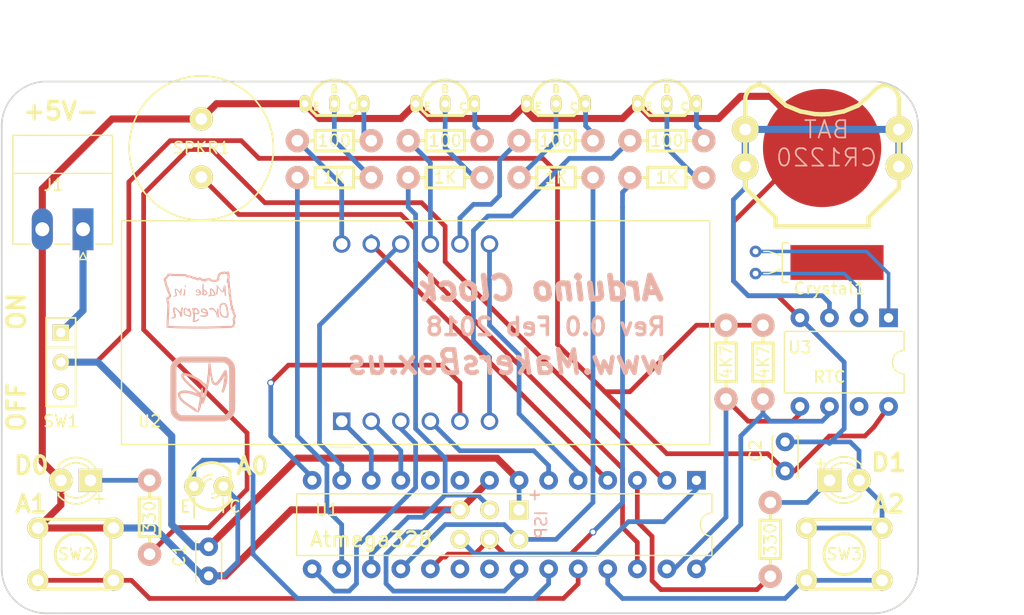
<source format=kicad_pcb>
(kicad_pcb (version 4) (host pcbnew 4.0.7)

  (general
    (links 75)
    (no_connects 0)
    (area 109.144999 59.614999 188.035001 105.485001)
    (thickness 1.6)
    (drawings 24)
    (tracks 312)
    (zones 0)
    (modules 34)
    (nets 47)
  )

  (page USLetter)
  (title_block
    (title "Arduino Clock")
    (company "Maker's Box")
  )

  (layers
    (0 F.Cu signal)
    (31 B.Cu signal)
    (32 B.Adhes user)
    (33 F.Adhes user)
    (34 B.Paste user)
    (35 F.Paste user)
    (36 B.SilkS user)
    (37 F.SilkS user)
    (38 B.Mask user)
    (39 F.Mask user)
    (40 Dwgs.User user)
    (41 Cmts.User user)
    (42 Eco1.User user)
    (43 Eco2.User user)
    (44 Edge.Cuts user)
    (45 Margin user)
    (46 B.CrtYd user)
    (47 F.CrtYd user)
    (48 B.Fab user)
    (49 F.Fab user)
  )

  (setup
    (last_trace_width 0.25)
    (user_trace_width 0.3048)
    (user_trace_width 0.4064)
    (user_trace_width 0.6096)
    (trace_clearance 0.2)
    (zone_clearance 0.508)
    (zone_45_only no)
    (trace_min 0.2)
    (segment_width 0.2)
    (edge_width 0.15)
    (via_size 0.6)
    (via_drill 0.4)
    (via_min_size 0.4)
    (via_min_drill 0.3)
    (uvia_size 0.3)
    (uvia_drill 0.1)
    (uvias_allowed no)
    (uvia_min_size 0.2)
    (uvia_min_drill 0.1)
    (pcb_text_width 0.3)
    (pcb_text_size 1.5 1.5)
    (mod_edge_width 0.15)
    (mod_text_size 1 1)
    (mod_text_width 0.15)
    (pad_size 1.524 1.524)
    (pad_drill 0.762)
    (pad_to_mask_clearance 0)
    (aux_axis_origin 0 0)
    (visible_elements 7FFFFFFF)
    (pcbplotparams
      (layerselection 0x00030_80000001)
      (usegerberextensions false)
      (excludeedgelayer true)
      (linewidth 0.100000)
      (plotframeref false)
      (viasonmask false)
      (mode 1)
      (useauxorigin false)
      (hpglpennumber 1)
      (hpglpenspeed 20)
      (hpglpendiameter 15)
      (hpglpenoverlay 2)
      (psnegative false)
      (psa4output false)
      (plotreference true)
      (plotvalue true)
      (plotinvisibletext false)
      (padsonsilk false)
      (subtractmaskfromsilk false)
      (outputformat 1)
      (mirror false)
      (drillshape 1)
      (scaleselection 1)
      (outputdirectory ""))
  )

  (net 0 "")
  (net 1 "Net-(BT2-Pad1)")
  (net 2 GND)
  (net 3 VCC)
  (net 4 "Net-(CON1-Pad5)")
  (net 5 "Net-(D1-Pad2)")
  (net 6 "Net-(D2-Pad2)")
  (net 7 "Net-(Q2-Pad2)")
  (net 8 "Net-(Q2-Pad3)")
  (net 9 "Net-(Q3-Pad2)")
  (net 10 "Net-(Q3-Pad3)")
  (net 11 "Net-(Q4-Pad2)")
  (net 12 "Net-(Q4-Pad3)")
  (net 13 "Net-(Q5-Pad2)")
  (net 14 "Net-(Q5-Pad3)")
  (net 15 "Net-(R7-Pad2)")
  (net 16 "Net-(R8-Pad2)")
  (net 17 "Net-(R9-Pad2)")
  (net 18 "Net-(R10-Pad2)")
  (net 19 "Net-(U3-Pad7)")
  (net 20 "Net-(U1-Pad20)")
  (net 21 "Net-(U1-Pad21)")
  (net 22 "Net-(U1-Pad10)")
  (net 23 "Net-(J1-Pad1)")
  (net 24 "Net-(Crystal1-Pad2)")
  (net 25 "Net-(Crystal1-Pad1)")
  (net 26 /D12)
  (net 27 /D13)
  (net 28 /D11)
  (net 29 /A0)
  (net 30 /D0)
  (net 31 /D1)
  (net 32 /D10)
  (net 33 /A3)
  (net 34 /A1)
  (net 35 /A2)
  (net 36 /D9)
  (net 37 /D2)
  (net 38 /D3)
  (net 39 /D4)
  (net 40 "Net-(U1-Pad9)")
  (net 41 /D5)
  (net 42 /D6)
  (net 43 /D7)
  (net 44 /A4)
  (net 45 /D8)
  (net 46 /A5)

  (net_class Default "This is the default net class."
    (clearance 0.2)
    (trace_width 0.25)
    (via_dia 0.6)
    (via_drill 0.4)
    (uvia_dia 0.3)
    (uvia_drill 0.1)
    (add_net /A0)
    (add_net /A1)
    (add_net /A2)
    (add_net /A3)
    (add_net /A4)
    (add_net /A5)
    (add_net /D0)
    (add_net /D1)
    (add_net /D10)
    (add_net /D11)
    (add_net /D12)
    (add_net /D13)
    (add_net /D2)
    (add_net /D3)
    (add_net /D4)
    (add_net /D5)
    (add_net /D6)
    (add_net /D7)
    (add_net /D8)
    (add_net /D9)
    (add_net GND)
    (add_net "Net-(BT2-Pad1)")
    (add_net "Net-(CON1-Pad5)")
    (add_net "Net-(Crystal1-Pad1)")
    (add_net "Net-(Crystal1-Pad2)")
    (add_net "Net-(D1-Pad2)")
    (add_net "Net-(D2-Pad2)")
    (add_net "Net-(J1-Pad1)")
    (add_net "Net-(Q2-Pad2)")
    (add_net "Net-(Q2-Pad3)")
    (add_net "Net-(Q3-Pad2)")
    (add_net "Net-(Q3-Pad3)")
    (add_net "Net-(Q4-Pad2)")
    (add_net "Net-(Q4-Pad3)")
    (add_net "Net-(Q5-Pad2)")
    (add_net "Net-(Q5-Pad3)")
    (add_net "Net-(R10-Pad2)")
    (add_net "Net-(R7-Pad2)")
    (add_net "Net-(R8-Pad2)")
    (add_net "Net-(R9-Pad2)")
    (add_net "Net-(U1-Pad10)")
    (add_net "Net-(U1-Pad20)")
    (add_net "Net-(U1-Pad21)")
    (add_net "Net-(U1-Pad9)")
    (add_net "Net-(U3-Pad7)")
    (add_net VCC)
  )

  (module myFootPrints:MadeInOregonRev25 (layer F.Cu) (tedit 0) (tstamp 5A8FC260)
    (at 126.238 78.486)
    (fp_text reference VAL (at 0 0) (layer F.SilkS) hide
      (effects (font (size 1.143 1.143) (thickness 0.1778)))
    )
    (fp_text value MadeInOregonRev25 (at 0 0) (layer F.SilkS) hide
      (effects (font (size 1.143 1.143) (thickness 0.1778)))
    )
    (fp_poly (pts (xy -3.09626 -1.76022) (xy -3.09626 -1.72212) (xy -3.09372 -1.69672) (xy -3.09118 -1.67386)
      (xy -3.0861 -1.65608) (xy -3.07594 -1.63576) (xy -3.0734 -1.62814) (xy -3.0607 -1.6002)
      (xy -3.05054 -1.5748) (xy -3.04038 -1.54432) (xy -3.03022 -1.50876) (xy -3.02006 -1.46304)
      (xy -3.00736 -1.4097) (xy -3.00228 -1.39192) (xy -2.98704 -1.31826) (xy -2.96926 -1.2573)
      (xy -2.95402 -1.20396) (xy -2.9337 -1.15824) (xy -2.91338 -1.1176) (xy -2.91338 -1.74752)
      (xy -2.91338 -1.76276) (xy -2.91084 -1.77546) (xy -2.90322 -1.78816) (xy -2.89052 -1.8034)
      (xy -2.86766 -1.82118) (xy -2.8575 -1.83134) (xy -2.82956 -1.8542) (xy -2.80416 -1.8796)
      (xy -2.78638 -1.90246) (xy -2.77876 -1.91008) (xy -2.76606 -1.92786) (xy -2.74574 -1.95326)
      (xy -2.72034 -1.98374) (xy -2.69494 -2.01422) (xy -2.6924 -2.01676) (xy -2.66954 -2.0447)
      (xy -2.64922 -2.0701) (xy -2.63652 -2.08788) (xy -2.6289 -2.09804) (xy -2.6289 -2.10058)
      (xy -2.62382 -2.10566) (xy -2.60604 -2.10566) (xy -2.58064 -2.10566) (xy -2.55016 -2.10058)
      (xy -2.51968 -2.0955) (xy -2.50952 -2.09296) (xy -2.49682 -2.09042) (xy -2.48412 -2.08534)
      (xy -2.46888 -2.08534) (xy -2.4511 -2.0828) (xy -2.4257 -2.08026) (xy -2.39268 -2.07772)
      (xy -2.35458 -2.07772) (xy -2.30632 -2.07518) (xy -2.2479 -2.07518) (xy -2.17678 -2.07264)
      (xy -2.09296 -2.0701) (xy -2.03962 -2.0701) (xy -1.95326 -2.06756) (xy -1.8669 -2.06756)
      (xy -1.78054 -2.06502) (xy -1.69672 -2.06502) (xy -1.61798 -2.06248) (xy -1.54686 -2.06248)
      (xy -1.48336 -2.06248) (xy -1.4351 -2.06248) (xy -1.4224 -2.06248) (xy -1.22936 -2.06248)
      (xy -1.1684 -2.00152) (xy -1.10744 -1.9431) (xy -1.0668 -1.9431) (xy -1.03886 -1.9431)
      (xy -1.0033 -1.94564) (xy -0.97536 -1.95072) (xy -0.94234 -1.95326) (xy -0.91186 -1.95072)
      (xy -0.87884 -1.94564) (xy -0.8382 -1.93548) (xy -0.79248 -1.9177) (xy -0.7366 -1.89484)
      (xy -0.72136 -1.88976) (xy -0.67818 -1.86944) (xy -0.64516 -1.85674) (xy -0.61722 -1.84912)
      (xy -0.59182 -1.84404) (xy -0.56388 -1.83896) (xy -0.5461 -1.83642) (xy -0.50038 -1.83134)
      (xy -0.46482 -1.82626) (xy -0.43688 -1.81864) (xy -0.41656 -1.80848) (xy -0.39624 -1.79578)
      (xy -0.37592 -1.77546) (xy -0.37338 -1.77292) (xy -0.35052 -1.7526) (xy -0.32512 -1.73482)
      (xy -0.30734 -1.72212) (xy -0.30734 -1.72212) (xy -0.28702 -1.71704) (xy -0.25654 -1.71196)
      (xy -0.22098 -1.70434) (xy -0.18288 -1.7018) (xy -0.14986 -1.69672) (xy -0.12446 -1.69672)
      (xy -0.10922 -1.69926) (xy -0.09652 -1.70688) (xy -0.07366 -1.71958) (xy -0.05334 -1.73736)
      (xy -0.03048 -1.75768) (xy -0.01524 -1.7653) (xy -0.00508 -1.76784) (xy 0 -1.7653)
      (xy 0.01016 -1.75768) (xy 0.03048 -1.74498) (xy 0.05842 -1.7272) (xy 0.0889 -1.70688)
      (xy 0.09652 -1.7018) (xy 0.18288 -1.64846) (xy 0.25908 -1.64592) (xy 0.29464 -1.64338)
      (xy 0.3175 -1.64084) (xy 0.3302 -1.6383) (xy 0.34036 -1.63322) (xy 0.34544 -1.6256)
      (xy 0.34798 -1.62052) (xy 0.3683 -1.59766) (xy 0.39624 -1.58242) (xy 0.42672 -1.5748)
      (xy 0.4318 -1.5748) (xy 0.45974 -1.58242) (xy 0.48768 -1.6002) (xy 0.51562 -1.63068)
      (xy 0.52578 -1.64338) (xy 0.53848 -1.65608) (xy 0.5461 -1.66624) (xy 0.55626 -1.67386)
      (xy 0.56896 -1.68148) (xy 0.58928 -1.68402) (xy 0.61468 -1.6891) (xy 0.65278 -1.69418)
      (xy 0.70104 -1.69672) (xy 0.71628 -1.69926) (xy 0.8255 -1.70942) (xy 0.85598 -1.68148)
      (xy 0.89154 -1.64846) (xy 0.9271 -1.62306) (xy 0.95758 -1.60274) (xy 0.96774 -1.59766)
      (xy 0.9906 -1.59258) (xy 1.02362 -1.5875) (xy 1.0668 -1.58242) (xy 1.11252 -1.57734)
      (xy 1.16332 -1.57226) (xy 1.21158 -1.56972) (xy 1.2573 -1.56972) (xy 1.25984 -1.56972)
      (xy 1.3081 -1.56972) (xy 1.35128 -1.5748) (xy 1.39446 -1.57988) (xy 1.44272 -1.59004)
      (xy 1.48844 -1.6002) (xy 1.52146 -1.61036) (xy 1.54686 -1.62306) (xy 1.56972 -1.63576)
      (xy 1.59258 -1.65608) (xy 1.61798 -1.68148) (xy 1.63576 -1.7018) (xy 1.651 -1.72212)
      (xy 1.65862 -1.74498) (xy 1.66624 -1.77292) (xy 1.67386 -1.80848) (xy 1.6764 -1.85166)
      (xy 1.68148 -1.90246) (xy 1.6891 -1.9812) (xy 1.7018 -2.04978) (xy 1.72212 -2.10566)
      (xy 1.74752 -2.15138) (xy 1.75006 -2.15646) (xy 1.77546 -2.18186) (xy 1.81356 -2.2098)
      (xy 1.82626 -2.21742) (xy 1.8542 -2.23012) (xy 1.87706 -2.24028) (xy 1.89484 -2.24282)
      (xy 1.9177 -2.24282) (xy 1.92024 -2.24282) (xy 1.95834 -2.24282) (xy 2.00152 -2.25044)
      (xy 2.032 -2.25806) (xy 2.0701 -2.27076) (xy 2.09804 -2.27584) (xy 2.11582 -2.27838)
      (xy 2.13106 -2.2733) (xy 2.1463 -2.26822) (xy 2.15392 -2.26314) (xy 2.1844 -2.2479)
      (xy 2.22758 -2.24282) (xy 2.27584 -2.2479) (xy 2.29108 -2.25298) (xy 2.31394 -2.25806)
      (xy 2.33426 -2.26314) (xy 2.34188 -2.26314) (xy 2.34188 -2.25806) (xy 2.34442 -2.23774)
      (xy 2.34442 -2.21488) (xy 2.34442 -2.21234) (xy 2.34442 -2.1844) (xy 2.34696 -2.16408)
      (xy 2.35204 -2.1463) (xy 2.36474 -2.12852) (xy 2.3876 -2.0955) (xy 2.37998 -1.97612)
      (xy 2.37744 -1.9304) (xy 2.37236 -1.89738) (xy 2.36982 -1.87198) (xy 2.36474 -1.8542)
      (xy 2.35966 -1.83896) (xy 2.35204 -1.82372) (xy 2.34696 -1.8161) (xy 2.33172 -1.78562)
      (xy 2.3241 -1.75768) (xy 2.3241 -1.73736) (xy 2.32156 -1.70942) (xy 2.31902 -1.68656)
      (xy 2.31648 -1.67894) (xy 2.31394 -1.66116) (xy 2.30886 -1.63576) (xy 2.30886 -1.60274)
      (xy 2.30886 -1.59004) (xy 2.30886 -1.55702) (xy 2.30886 -1.5367) (xy 2.31394 -1.52146)
      (xy 2.32156 -1.5113) (xy 2.33172 -1.4986) (xy 2.33426 -1.49606) (xy 2.35458 -1.48082)
      (xy 2.3749 -1.4732) (xy 2.37744 -1.47066) (xy 2.3876 -1.47066) (xy 2.39268 -1.46558)
      (xy 2.39776 -1.45034) (xy 2.4003 -1.42494) (xy 2.40284 -1.39192) (xy 2.40538 -1.35382)
      (xy 2.40538 -1.33096) (xy 2.40792 -1.28778) (xy 2.413 -1.2319) (xy 2.42062 -1.16078)
      (xy 2.43332 -1.07442) (xy 2.4511 -0.97536) (xy 2.4511 -0.96774) (xy 2.45872 -0.92456)
      (xy 2.4638 -0.88392) (xy 2.46888 -0.85344) (xy 2.47142 -0.83058) (xy 2.47396 -0.82296)
      (xy 2.47396 -0.81026) (xy 2.47142 -0.7874) (xy 2.47142 -0.75692) (xy 2.46888 -0.72644)
      (xy 2.46888 -0.69342) (xy 2.46634 -0.66294) (xy 2.4638 -0.64262) (xy 2.46126 -0.635)
      (xy 2.4511 -0.6096) (xy 2.44856 -0.57912) (xy 2.4511 -0.54864) (xy 2.46126 -0.52324)
      (xy 2.4765 -0.51054) (xy 2.48412 -0.49784) (xy 2.49174 -0.47244) (xy 2.5019 -0.4318)
      (xy 2.50952 -0.37592) (xy 2.51968 -0.30734) (xy 2.5273 -0.2286) (xy 2.53238 -0.16764)
      (xy 2.53746 -0.1143) (xy 2.54254 -0.0635) (xy 2.54762 -0.02032) (xy 2.5527 0.01524)
      (xy 2.55524 0.04064) (xy 2.55778 0.05334) (xy 2.56794 0.07366) (xy 2.5781 0.1016)
      (xy 2.58826 0.127) (xy 2.59588 0.14732) (xy 2.6035 0.16256) (xy 2.60604 0.18034)
      (xy 2.60858 0.20066) (xy 2.60858 0.22606) (xy 2.60604 0.25908) (xy 2.6035 0.3048)
      (xy 2.6035 0.32512) (xy 2.60096 0.37084) (xy 2.60096 0.4064) (xy 2.60604 0.43434)
      (xy 2.61366 0.45974) (xy 2.62636 0.48768) (xy 2.64668 0.5207) (xy 2.66446 0.5588)
      (xy 2.67462 0.58674) (xy 2.6797 0.61468) (xy 2.67462 0.64262) (xy 2.66446 0.68072)
      (xy 2.65938 0.69088) (xy 2.64668 0.72898) (xy 2.63906 0.75946) (xy 2.63906 0.77978)
      (xy 2.6416 0.79756) (xy 2.64922 0.8128) (xy 2.64922 0.81534) (xy 2.66446 0.83058)
      (xy 2.68986 0.84836) (xy 2.72034 0.86614) (xy 2.75336 0.87884) (xy 2.77368 0.88646)
      (xy 2.794 0.89154) (xy 2.794 0.98044) (xy 2.794 1.07188) (xy 2.82448 1.13538)
      (xy 2.8575 1.20396) (xy 2.8829 1.26238) (xy 2.90322 1.31064) (xy 2.91592 1.3462)
      (xy 2.921 1.36652) (xy 2.92354 1.3843) (xy 2.92354 1.39954) (xy 2.91592 1.41478)
      (xy 2.90068 1.4351) (xy 2.90068 1.43764) (xy 2.87274 1.47828) (xy 2.84988 1.51638)
      (xy 2.8321 1.5621) (xy 2.82448 1.59004) (xy 2.80924 1.64338) (xy 2.8321 1.74244)
      (xy 2.84734 1.80848) (xy 2.85496 1.86182) (xy 2.86004 1.90754) (xy 2.86004 1.94818)
      (xy 2.85242 1.98628) (xy 2.84226 2.02438) (xy 2.84226 2.02438) (xy 2.82702 2.06756)
      (xy 2.81432 2.10566) (xy 2.79908 2.13868) (xy 2.78892 2.16154) (xy 2.77876 2.1717)
      (xy 2.77876 2.17424) (xy 2.7686 2.17678) (xy 2.74828 2.1844) (xy 2.74066 2.18948)
      (xy 2.7178 2.1971) (xy 2.68224 2.20472) (xy 2.63398 2.2098) (xy 2.57302 2.21234)
      (xy 2.49682 2.21488) (xy 2.40792 2.21742) (xy 2.30632 2.21742) (xy 2.29616 2.21742)
      (xy 2.24028 2.21996) (xy 2.17424 2.21996) (xy 2.10058 2.2225) (xy 2.02184 2.2225)
      (xy 1.9431 2.22504) (xy 1.86944 2.23012) (xy 1.84912 2.23012) (xy 1.6129 2.23774)
      (xy 1.38684 2.2479) (xy 1.16332 2.25298) (xy 0.9398 2.25806) (xy 0.71882 2.26314)
      (xy 0.4953 2.26568) (xy 0.26924 2.26822) (xy 0.03556 2.26822) (xy -0.2032 2.26822)
      (xy -0.45466 2.26822) (xy -0.71628 2.26568) (xy -0.84836 2.26314) (xy -1.03378 2.2606)
      (xy -1.20396 2.25806) (xy -1.36144 2.25552) (xy -1.50622 2.25298) (xy -1.64084 2.25044)
      (xy -1.7653 2.2479) (xy -1.88214 2.24536) (xy -1.98882 2.24282) (xy -2.08788 2.23774)
      (xy -2.17932 2.2352) (xy -2.26822 2.23266) (xy -2.35204 2.22758) (xy -2.39776 2.22504)
      (xy -2.46126 2.2225) (xy -2.51968 2.21742) (xy -2.57302 2.21488) (xy -2.61874 2.21234)
      (xy -2.65176 2.2098) (xy -2.67462 2.2098) (xy -2.68732 2.2098) (xy -2.68732 2.2098)
      (xy -2.68732 2.20218) (xy -2.68478 2.17932) (xy -2.68478 2.1463) (xy -2.68224 2.09804)
      (xy -2.6797 2.03962) (xy -2.67716 1.97104) (xy -2.67208 1.8923) (xy -2.66954 1.80594)
      (xy -2.66446 1.70942) (xy -2.65938 1.60782) (xy -2.65684 1.50114) (xy -2.65176 1.38684)
      (xy -2.64414 1.27) (xy -2.64414 1.25476) (xy -2.63906 1.11506) (xy -2.63398 0.98806)
      (xy -2.6289 0.87376) (xy -2.62382 0.77216) (xy -2.61874 0.68326) (xy -2.6162 0.60452)
      (xy -2.61366 0.53848) (xy -2.61112 0.47752) (xy -2.61112 0.42926) (xy -2.61112 0.38608)
      (xy -2.61112 0.35306) (xy -2.61112 0.32258) (xy -2.61112 0.29972) (xy -2.61366 0.28194)
      (xy -2.6162 0.2667) (xy -2.61874 0.25654) (xy -2.62128 0.24638) (xy -2.62636 0.23876)
      (xy -2.63144 0.23368) (xy -2.63652 0.22606) (xy -2.6416 0.21844) (xy -2.6543 0.2032)
      (xy -2.66192 0.18796) (xy -2.66446 0.17272) (xy -2.66192 0.14732) (xy -2.66192 0.13716)
      (xy -2.66192 0.1016) (xy -2.66446 0.06858) (xy -2.67462 0.02794) (xy -2.67462 0.0254)
      (xy -2.68732 -0.01778) (xy -2.69494 -0.04826) (xy -2.69748 -0.07112) (xy -2.69748 -0.08382)
      (xy -2.69494 -0.09398) (xy -2.68732 -0.09906) (xy -2.68732 -0.1016) (xy -2.66954 -0.10668)
      (xy -2.64668 -0.1143) (xy -2.63652 -0.1143) (xy -2.60858 -0.12192) (xy -2.58572 -0.13208)
      (xy -2.5654 -0.14732) (xy -2.54762 -0.17018) (xy -2.52476 -0.20574) (xy -2.50698 -0.2413)
      (xy -2.4638 -0.3302) (xy -2.47142 -0.40894) (xy -2.4765 -0.43942) (xy -2.48158 -0.46736)
      (xy -2.4892 -0.49276) (xy -2.49682 -0.5207) (xy -2.50952 -0.55626) (xy -2.52984 -0.59944)
      (xy -2.53492 -0.61214) (xy -2.55524 -0.66294) (xy -2.5781 -0.71374) (xy -2.60096 -0.76708)
      (xy -2.62128 -0.8128) (xy -2.63144 -0.83058) (xy -2.64668 -0.86868) (xy -2.65938 -0.89662)
      (xy -2.667 -0.91694) (xy -2.66954 -0.92964) (xy -2.667 -0.9398) (xy -2.667 -0.94996)
      (xy -2.65938 -0.97536) (xy -2.65938 -1.00584) (xy -2.66954 -1.03886) (xy -2.68732 -1.0795)
      (xy -2.71272 -1.12776) (xy -2.71526 -1.1303) (xy -2.73812 -1.17094) (xy -2.75844 -1.2065)
      (xy -2.77368 -1.23698) (xy -2.78384 -1.26746) (xy -2.79654 -1.30048) (xy -2.8067 -1.34112)
      (xy -2.81686 -1.38684) (xy -2.82702 -1.43256) (xy -2.84226 -1.49606) (xy -2.85496 -1.54686)
      (xy -2.86512 -1.5875) (xy -2.87528 -1.62052) (xy -2.88544 -1.64846) (xy -2.89306 -1.67132)
      (xy -2.90068 -1.68148) (xy -2.9083 -1.70942) (xy -2.91338 -1.7399) (xy -2.91338 -1.74752)
      (xy -2.91338 -1.1176) (xy -2.91084 -1.11506) (xy -2.90576 -1.09982) (xy -2.88798 -1.07188)
      (xy -2.87782 -1.04902) (xy -2.87274 -1.03632) (xy -2.87274 -1.02616) (xy -2.87782 -1.016)
      (xy -2.88036 -0.99822) (xy -2.8829 -0.98044) (xy -2.87782 -0.95758) (xy -2.8702 -0.92964)
      (xy -2.85496 -0.89408) (xy -2.83464 -0.84582) (xy -2.8194 -0.81534) (xy -2.78384 -0.73406)
      (xy -2.74828 -0.65786) (xy -2.72034 -0.58928) (xy -2.69494 -0.52832) (xy -2.67462 -0.47752)
      (xy -2.66192 -0.43688) (xy -2.6543 -0.40894) (xy -2.6543 -0.4064) (xy -2.64922 -0.37846)
      (xy -2.65176 -0.36068) (xy -2.65684 -0.34036) (xy -2.66446 -0.32766) (xy -2.67462 -0.30734)
      (xy -2.68732 -0.29464) (xy -2.70256 -0.28702) (xy -2.72542 -0.28194) (xy -2.73812 -0.2794)
      (xy -2.75336 -0.27686) (xy -2.77114 -0.2667) (xy -2.78892 -0.25146) (xy -2.81686 -0.22606)
      (xy -2.82448 -0.2159) (xy -2.84988 -0.1905) (xy -2.86766 -0.17272) (xy -2.87782 -0.16002)
      (xy -2.8829 -0.14732) (xy -2.8829 -0.13208) (xy -2.8829 -0.12192) (xy -2.88036 -0.06858)
      (xy -2.86766 -0.00762) (xy -2.85242 0.05588) (xy -2.8448 0.08382) (xy -2.84226 0.10668)
      (xy -2.84226 0.12954) (xy -2.8448 0.16002) (xy -2.84734 0.1651) (xy -2.84988 0.19812)
      (xy -2.84988 0.22606) (xy -2.84226 0.24892) (xy -2.82448 0.27686) (xy -2.8067 0.29972)
      (xy -2.78384 0.32766) (xy -2.82702 1.3081) (xy -2.8321 1.42748) (xy -2.83718 1.54432)
      (xy -2.84226 1.65608) (xy -2.84734 1.76276) (xy -2.84988 1.86182) (xy -2.85496 1.95326)
      (xy -2.8575 2.03708) (xy -2.86004 2.11074) (xy -2.86258 2.17424) (xy -2.86512 2.22758)
      (xy -2.86512 2.26822) (xy -2.86512 2.29616) (xy -2.86512 2.3114) (xy -2.86512 2.3114)
      (xy -2.85496 2.3368) (xy -2.83464 2.35966) (xy -2.81178 2.3749) (xy -2.8067 2.37744)
      (xy -2.794 2.37998) (xy -2.76606 2.38252) (xy -2.72796 2.38506) (xy -2.6797 2.39014)
      (xy -2.62128 2.39268) (xy -2.55778 2.39776) (xy -2.48412 2.4003) (xy -2.40792 2.40538)
      (xy -2.32664 2.40792) (xy -2.24536 2.413) (xy -2.16154 2.41554) (xy -2.08026 2.41808)
      (xy -1.99898 2.42062) (xy -1.92278 2.42316) (xy -1.85166 2.4257) (xy -1.80848 2.42824)
      (xy -1.74752 2.42824) (xy -1.67386 2.43078) (xy -1.59004 2.43078) (xy -1.4986 2.43332)
      (xy -1.397 2.43586) (xy -1.29032 2.43586) (xy -1.1811 2.4384) (xy -1.0668 2.4384)
      (xy -0.95504 2.44094) (xy -0.84582 2.44348) (xy -0.80264 2.44348) (xy -0.70104 2.44348)
      (xy -0.59944 2.44602) (xy -0.50038 2.44602) (xy -0.40386 2.44856) (xy -0.31496 2.44856)
      (xy -0.23114 2.44856) (xy -0.15748 2.4511) (xy -0.09398 2.4511) (xy -0.04064 2.4511)
      (xy 0 2.4511) (xy 0.02286 2.4511) (xy 0.05842 2.4511) (xy 0.10922 2.4511)
      (xy 0.17018 2.4511) (xy 0.2413 2.4511) (xy 0.3175 2.4511) (xy 0.39878 2.44856)
      (xy 0.4826 2.44856) (xy 0.56642 2.44602) (xy 0.60198 2.44602) (xy 0.75692 2.44348)
      (xy 0.90678 2.4384) (xy 1.0541 2.43586) (xy 1.1938 2.43078) (xy 1.32588 2.42824)
      (xy 1.45034 2.42316) (xy 1.56464 2.42062) (xy 1.66624 2.41808) (xy 1.7526 2.413)
      (xy 1.77038 2.413) (xy 1.82626 2.41046) (xy 1.8923 2.40792) (xy 1.96342 2.40792)
      (xy 2.03454 2.40538) (xy 2.10312 2.40538) (xy 2.12852 2.40538) (xy 2.19456 2.40538)
      (xy 2.26822 2.40284) (xy 2.3495 2.40284) (xy 2.42824 2.39776) (xy 2.50444 2.39522)
      (xy 2.54254 2.39522) (xy 2.75844 2.38252) (xy 2.82956 2.3495) (xy 2.86258 2.33172)
      (xy 2.88798 2.31902) (xy 2.90576 2.30632) (xy 2.91084 2.30124) (xy 2.92608 2.28092)
      (xy 2.94132 2.25044) (xy 2.96164 2.2098) (xy 2.97942 2.16662) (xy 2.9972 2.12344)
      (xy 3.01244 2.08534) (xy 3.02514 2.0447) (xy 3.03276 2.01168) (xy 3.03784 1.98628)
      (xy 3.04038 1.9558) (xy 3.04038 1.93548) (xy 3.0353 1.86182) (xy 3.0226 1.778)
      (xy 3.00736 1.70434) (xy 2.99974 1.66878) (xy 2.99974 1.64084) (xy 3.00736 1.61036)
      (xy 3.0226 1.57734) (xy 3.04546 1.53924) (xy 3.0607 1.52146) (xy 3.08356 1.4859)
      (xy 3.0988 1.4605) (xy 3.10642 1.4351) (xy 3.10896 1.4097) (xy 3.10642 1.37668)
      (xy 3.0988 1.33858) (xy 3.09118 1.3081) (xy 3.07848 1.26746) (xy 3.0607 1.22174)
      (xy 3.04038 1.1684) (xy 3.01498 1.1176) (xy 2.99466 1.07442) (xy 2.98704 1.05664)
      (xy 2.97942 1.0414) (xy 2.97688 1.02362) (xy 2.97434 1.0033) (xy 2.97434 0.97282)
      (xy 2.97434 0.93218) (xy 2.97434 0.9271) (xy 2.9718 0.87884) (xy 2.96926 0.8382)
      (xy 2.96418 0.81026) (xy 2.95148 0.7874) (xy 2.9337 0.76708) (xy 2.90576 0.7493)
      (xy 2.86766 0.72898) (xy 2.84734 0.71882) (xy 2.84734 0.7112) (xy 2.84988 0.69342)
      (xy 2.85496 0.66802) (xy 2.8575 0.6604) (xy 2.86258 0.61468) (xy 2.86258 0.5842)
      (xy 2.86258 0.57658) (xy 2.84988 0.5334) (xy 2.82956 0.48768) (xy 2.8067 0.44196)
      (xy 2.79908 0.42926) (xy 2.79146 0.41656) (xy 2.78638 0.40386) (xy 2.7813 0.38862)
      (xy 2.7813 0.37084) (xy 2.7813 0.34798) (xy 2.7813 0.3175) (xy 2.78638 0.27432)
      (xy 2.79146 0.22098) (xy 2.79146 0.21844) (xy 2.79146 0.19304) (xy 2.79146 0.16764)
      (xy 2.78384 0.1397) (xy 2.77622 0.11176) (xy 2.76352 0.07874) (xy 2.75336 0.04826)
      (xy 2.7432 0.0254) (xy 2.74066 0.02032) (xy 2.73558 0.00762) (xy 2.7305 -0.0127)
      (xy 2.72796 -0.04064) (xy 2.72288 -0.07874) (xy 2.7178 -0.12954) (xy 2.71272 -0.1905)
      (xy 2.7051 -0.25908) (xy 2.69748 -0.32512) (xy 2.68986 -0.38862) (xy 2.6797 -0.44958)
      (xy 2.67208 -0.50292) (xy 2.66446 -0.5461) (xy 2.6543 -0.57658) (xy 2.65176 -0.58674)
      (xy 2.65176 -0.60452) (xy 2.6543 -0.6223) (xy 2.65684 -0.6477) (xy 2.65176 -0.68326)
      (xy 2.65176 -0.68326) (xy 2.64668 -0.71628) (xy 2.64922 -0.75184) (xy 2.65176 -0.76962)
      (xy 2.6543 -0.79248) (xy 2.65684 -0.8128) (xy 2.6543 -0.83566) (xy 2.65176 -0.8636)
      (xy 2.64414 -0.90424) (xy 2.6416 -0.91948) (xy 2.62382 -1.01346) (xy 2.61112 -1.09982)
      (xy 2.60096 -1.1811) (xy 2.59334 -1.26238) (xy 2.58572 -1.35128) (xy 2.58064 -1.42748)
      (xy 2.5781 -1.49352) (xy 2.57302 -1.54432) (xy 2.57048 -1.58496) (xy 2.5654 -1.61544)
      (xy 2.56286 -1.6383) (xy 2.55524 -1.65608) (xy 2.54762 -1.66878) (xy 2.53746 -1.6764)
      (xy 2.52984 -1.68402) (xy 2.51714 -1.69418) (xy 2.51206 -1.70688) (xy 2.5146 -1.72466)
      (xy 2.52222 -1.75006) (xy 2.53238 -1.77546) (xy 2.53238 -1.77546) (xy 2.54 -1.78816)
      (xy 2.54254 -1.79832) (xy 2.54762 -1.81102) (xy 2.55016 -1.8288) (xy 2.5527 -1.85166)
      (xy 2.55524 -1.88214) (xy 2.55778 -1.92532) (xy 2.56286 -1.97866) (xy 2.56286 -2.0066)
      (xy 2.57302 -2.159) (xy 2.54762 -2.18948) (xy 2.52222 -2.21996) (xy 2.52984 -2.29616)
      (xy 2.53238 -2.34442) (xy 2.53238 -2.37998) (xy 2.52984 -2.40538) (xy 2.51968 -2.4257)
      (xy 2.50698 -2.44094) (xy 2.50444 -2.44348) (xy 2.4892 -2.45618) (xy 2.47142 -2.46126)
      (xy 2.44856 -2.4638) (xy 2.42062 -2.4638) (xy 2.38252 -2.45618) (xy 2.33172 -2.44602)
      (xy 2.32664 -2.44348) (xy 2.2352 -2.42316) (xy 2.19964 -2.44348) (xy 2.17424 -2.45618)
      (xy 2.15138 -2.4638) (xy 2.12344 -2.4638) (xy 2.09296 -2.45872) (xy 2.04978 -2.4511)
      (xy 2.0193 -2.44348) (xy 1.98374 -2.43332) (xy 1.9558 -2.4257) (xy 1.93802 -2.42316)
      (xy 1.92024 -2.4257) (xy 1.90754 -2.42824) (xy 1.88722 -2.43078) (xy 1.86944 -2.43078)
      (xy 1.84912 -2.42824) (xy 1.82372 -2.41808) (xy 1.79324 -2.40284) (xy 1.76022 -2.38506)
      (xy 1.71958 -2.3622) (xy 1.6891 -2.34442) (xy 1.66624 -2.32664) (xy 1.64846 -2.3114)
      (xy 1.63068 -2.29362) (xy 1.6129 -2.27076) (xy 1.59258 -2.2479) (xy 1.57734 -2.22504)
      (xy 1.56718 -2.20472) (xy 1.55702 -2.17932) (xy 1.54432 -2.1463) (xy 1.53162 -2.10312)
      (xy 1.52908 -2.09296) (xy 1.51638 -2.0447) (xy 1.50876 -2.00406) (xy 1.50368 -1.96596)
      (xy 1.4986 -1.92278) (xy 1.4986 -1.90754) (xy 1.49606 -1.86182) (xy 1.49352 -1.8288)
      (xy 1.4859 -1.80594) (xy 1.4732 -1.7907) (xy 1.45288 -1.778) (xy 1.4224 -1.77038)
      (xy 1.39446 -1.76276) (xy 1.3335 -1.7526) (xy 1.26238 -1.74752) (xy 1.18364 -1.75006)
      (xy 1.10998 -1.75768) (xy 1.03124 -1.7653) (xy 0.9652 -1.82372) (xy 0.9398 -1.84912)
      (xy 0.9144 -1.8669) (xy 0.89408 -1.88214) (xy 0.88392 -1.88722) (xy 0.86868 -1.88722)
      (xy 0.84328 -1.88722) (xy 0.80518 -1.88722) (xy 0.762 -1.88214) (xy 0.7112 -1.8796)
      (xy 0.6604 -1.87452) (xy 0.6096 -1.86944) (xy 0.56642 -1.86436) (xy 0.52324 -1.85674)
      (xy 0.49276 -1.85166) (xy 0.47244 -1.8415) (xy 0.45974 -1.83642) (xy 0.44958 -1.8288)
      (xy 0.43942 -1.82372) (xy 0.42418 -1.82118) (xy 0.40386 -1.82118) (xy 0.37592 -1.82118)
      (xy 0.33782 -1.82118) (xy 0.23622 -1.82372) (xy 0.13208 -1.8923) (xy 0.09398 -1.9177)
      (xy 0.06096 -1.93802) (xy 0.03302 -1.9558) (xy 0.0127 -1.96596) (xy 0.00508 -1.97104)
      (xy -0.02286 -1.97866) (xy -0.04826 -1.97358) (xy -0.07874 -1.95834) (xy -0.1143 -1.92786)
      (xy -0.11684 -1.92532) (xy -0.1397 -1.905) (xy -0.15748 -1.8923) (xy -0.17272 -1.88468)
      (xy -0.18796 -1.88214) (xy -0.19304 -1.88214) (xy -0.21082 -1.88468) (xy -0.22352 -1.88722)
      (xy -0.2413 -1.89992) (xy -0.26162 -1.9177) (xy -0.27178 -1.92786) (xy -0.30226 -1.95326)
      (xy -0.33528 -1.97358) (xy -0.37338 -1.98882) (xy -0.41656 -1.99898) (xy -0.47244 -2.00914)
      (xy -0.50038 -2.01168) (xy -0.53848 -2.01676) (xy -0.56896 -2.02438) (xy -0.59944 -2.03454)
      (xy -0.635 -2.04724) (xy -0.66548 -2.05994) (xy -0.70866 -2.07772) (xy -0.75692 -2.0955)
      (xy -0.80264 -2.11074) (xy -0.83058 -2.11836) (xy -0.86868 -2.12598) (xy -0.89662 -2.1336)
      (xy -0.91948 -2.1336) (xy -0.94234 -2.1336) (xy -0.97282 -2.13106) (xy -1.03378 -2.12344)
      (xy -1.0922 -2.17678) (xy -1.12776 -2.2098) (xy -1.1557 -2.23012) (xy -1.17348 -2.2352)
      (xy -1.18618 -2.23774) (xy -1.21412 -2.23774) (xy -1.24968 -2.24028) (xy -1.2954 -2.24028)
      (xy -1.3462 -2.24028) (xy -1.40208 -2.24028) (xy -1.40462 -2.24028) (xy -1.48844 -2.24028)
      (xy -1.57734 -2.24282) (xy -1.66878 -2.24282) (xy -1.76022 -2.24282) (xy -1.85166 -2.24536)
      (xy -1.94056 -2.2479) (xy -2.02438 -2.2479) (xy -2.10566 -2.25044) (xy -2.18186 -2.25298)
      (xy -2.25044 -2.25552) (xy -2.30886 -2.25806) (xy -2.35966 -2.2606) (xy -2.39776 -2.26314)
      (xy -2.42316 -2.26568) (xy -2.43586 -2.26822) (xy -2.45364 -2.27076) (xy -2.48666 -2.27584)
      (xy -2.52476 -2.28092) (xy -2.5654 -2.28346) (xy -2.58572 -2.286) (xy -2.63144 -2.28854)
      (xy -2.66446 -2.29108) (xy -2.68732 -2.29108) (xy -2.7051 -2.29108) (xy -2.7178 -2.28854)
      (xy -2.72796 -2.28346) (xy -2.7305 -2.28092) (xy -2.7559 -2.2606) (xy -2.77876 -2.22758)
      (xy -2.78892 -2.19202) (xy -2.79654 -2.17678) (xy -2.81178 -2.15392) (xy -2.8321 -2.13106)
      (xy -2.83718 -2.12344) (xy -2.86258 -2.09296) (xy -2.88544 -2.06502) (xy -2.90576 -2.04216)
      (xy -2.9083 -2.03708) (xy -2.92354 -2.0193) (xy -2.94894 -1.9939) (xy -2.97688 -1.96596)
      (xy -3.00482 -1.93802) (xy -3.03276 -1.91262) (xy -3.05816 -1.88976) (xy -3.07594 -1.87198)
      (xy -3.0861 -1.85928) (xy -3.0861 -1.85928) (xy -3.09118 -1.8415) (xy -3.09626 -1.81102)
      (xy -3.09626 -1.77038) (xy -3.09626 -1.76022) (xy -3.09626 -1.76022)) (layer B.SilkS) (width 0.00254))
    (fp_poly (pts (xy -0.67056 0.70358) (xy -0.67056 0.72136) (xy -0.66802 0.72644) (xy -0.66548 0.74676)
      (xy -0.65532 0.7747) (xy -0.64262 0.80772) (xy -0.63246 0.83312) (xy -0.61468 0.8763)
      (xy -0.60198 0.90932) (xy -0.59436 0.93218) (xy -0.59182 0.94996) (xy -0.5969 0.9652)
      (xy -0.60198 0.9779) (xy -0.61722 0.99568) (xy -0.63246 1.01092) (xy -0.64516 1.02362)
      (xy -0.6477 1.03632) (xy -0.64262 1.05156) (xy -0.62484 1.07188) (xy -0.6223 1.07696)
      (xy -0.59944 1.10236) (xy -0.5842 1.12522) (xy -0.57404 1.14554) (xy -0.56896 1.17348)
      (xy -0.56388 1.2065) (xy -0.56134 1.24968) (xy -0.56134 1.26238) (xy -0.56134 1.31572)
      (xy -0.56134 1.36652) (xy -0.56642 1.41986) (xy -0.5715 1.47828) (xy -0.58166 1.54686)
      (xy -0.59182 1.62306) (xy -0.59944 1.66116) (xy -0.60706 1.71704) (xy -0.61468 1.76022)
      (xy -0.61722 1.79324) (xy -0.61976 1.8161) (xy -0.61722 1.83388) (xy -0.61468 1.84658)
      (xy -0.6096 1.85674) (xy -0.6096 1.85928) (xy -0.60198 1.8669) (xy -0.59436 1.86944)
      (xy -0.58166 1.87198) (xy -0.56134 1.87452) (xy -0.53086 1.87452) (xy -0.51308 1.87452)
      (xy -0.47752 1.87452) (xy -0.45974 1.87198) (xy -0.45974 0.94234) (xy -0.45212 0.89662)
      (xy -0.43688 0.85344) (xy -0.41402 0.81788) (xy -0.40894 0.81026) (xy -0.38354 0.79502)
      (xy -0.35306 0.79248) (xy -0.32258 0.8001) (xy -0.2921 0.81788) (xy -0.26162 0.84582)
      (xy -0.23622 0.87884) (xy -0.21844 0.91948) (xy -0.21336 0.92964) (xy -0.20828 0.9525)
      (xy -0.2032 0.98044) (xy -0.19812 1.01092) (xy -0.19304 1.0414) (xy -0.1905 1.06934)
      (xy -0.18796 1.08712) (xy -0.1905 1.09728) (xy -0.20066 1.09982) (xy -0.22098 1.1049)
      (xy -0.24892 1.10998) (xy -0.2794 1.11252) (xy -0.30734 1.11506) (xy -0.3302 1.1176)
      (xy -0.34036 1.1176) (xy -0.36322 1.10998) (xy -0.38862 1.09474) (xy -0.39878 1.08458)
      (xy -0.4191 1.06172) (xy -0.43688 1.03886) (xy -0.44196 1.02616) (xy -0.4572 0.98806)
      (xy -0.45974 0.94234) (xy -0.45974 1.87198) (xy -0.4445 1.87198) (xy -0.42164 1.87198)
      (xy -0.41148 1.86944) (xy -0.37338 1.86182) (xy -0.3302 1.85166) (xy -0.28448 1.83642)
      (xy -0.24384 1.82372) (xy -0.21336 1.80848) (xy -0.20828 1.80848) (xy -0.17018 1.78562)
      (xy -0.13462 1.75768) (xy -0.10414 1.7272) (xy -0.08382 1.69926) (xy -0.07112 1.67386)
      (xy -0.07112 1.651) (xy -0.07112 1.651) (xy -0.08382 1.63068) (xy -0.10414 1.6129)
      (xy -0.12446 1.60528) (xy -0.12446 1.60528) (xy -0.1397 1.6129) (xy -0.16256 1.62814)
      (xy -0.19558 1.65608) (xy -0.20066 1.65862) (xy -0.24384 1.69672) (xy -0.28702 1.72466)
      (xy -0.3302 1.74498) (xy -0.37084 1.75768) (xy -0.40386 1.76276) (xy -0.4318 1.75514)
      (xy -0.43942 1.75006) (xy -0.44958 1.74244) (xy -0.45212 1.73482) (xy -0.45212 1.71958)
      (xy -0.44704 1.69672) (xy -0.4445 1.69418) (xy -0.44196 1.67386) (xy -0.43688 1.64338)
      (xy -0.4318 1.60274) (xy -0.42926 1.55194) (xy -0.42418 1.4859) (xy -0.4191 1.4097)
      (xy -0.41402 1.31826) (xy -0.41148 1.29286) (xy -0.4064 1.20142) (xy -0.27178 1.20142)
      (xy -0.21336 1.20142) (xy -0.17018 1.20142) (xy -0.13462 1.19888) (xy -0.10668 1.19126)
      (xy -0.08636 1.18364) (xy -0.06858 1.1684) (xy -0.0508 1.15316) (xy -0.04572 1.14808)
      (xy -0.03048 1.12776) (xy -0.0254 1.11506) (xy -0.0254 1.09474) (xy -0.02794 1.08458)
      (xy -0.04318 0.99822) (xy -0.06858 0.92202) (xy -0.1016 0.85598) (xy -0.14224 0.8001)
      (xy -0.1524 0.78994) (xy -0.18796 0.75692) (xy -0.22352 0.73406) (xy -0.26416 0.71374)
      (xy -0.29718 0.70104) (xy -0.3302 0.68834) (xy -0.36322 0.6731) (xy -0.37846 0.66548)
      (xy -0.4191 0.64262) (xy -0.44704 0.66548) (xy -0.4699 0.68326) (xy -0.49022 0.69596)
      (xy -0.51308 0.6985) (xy -0.54102 0.69596) (xy -0.57404 0.69088) (xy -0.60706 0.68326)
      (xy -0.62992 0.68326) (xy -0.64516 0.68326) (xy -0.65532 0.6858) (xy -0.66802 0.69342)
      (xy -0.67056 0.70358) (xy -0.67056 0.70358)) (layer B.SilkS) (width 0.00254))
    (fp_poly (pts (xy -2.47904 1.55448) (xy -2.47142 1.56464) (xy -2.47142 1.56718) (xy -2.45364 1.5748)
      (xy -2.4257 1.57988) (xy -2.39014 1.58242) (xy -2.3495 1.57988) (xy -2.30886 1.57734)
      (xy -2.29108 1.57226) (xy -2.24536 1.5621) (xy -2.1971 1.54686) (xy -2.15392 1.52654)
      (xy -2.11836 1.50622) (xy -2.0955 1.49098) (xy -2.08026 1.47828) (xy -2.07264 1.46558)
      (xy -2.06756 1.44526) (xy -2.06248 1.41986) (xy -2.05994 1.41224) (xy -2.0574 1.35636)
      (xy -2.06248 1.30048) (xy -2.07518 1.23698) (xy -2.09804 1.16586) (xy -2.10312 1.14808)
      (xy -2.13106 1.0668) (xy -2.15138 0.99568) (xy -2.16408 0.93218) (xy -2.16916 0.87376)
      (xy -2.16916 0.86614) (xy -2.16662 0.81788) (xy -2.159 0.77978) (xy -2.1463 0.75692)
      (xy -2.12598 0.74676) (xy -2.10058 0.75184) (xy -2.0955 0.75184) (xy -2.07772 0.76454)
      (xy -2.04978 0.78486) (xy -2.0193 0.81026) (xy -1.98628 0.8382) (xy -1.95326 0.86868)
      (xy -1.92278 0.89662) (xy -1.91516 0.90678) (xy -1.8415 0.99314) (xy -1.78308 1.08458)
      (xy -1.73736 1.17602) (xy -1.70688 1.27) (xy -1.69672 1.3335) (xy -1.69164 1.36398)
      (xy -1.68402 1.39192) (xy -1.6764 1.4097) (xy -1.6764 1.4097) (xy -1.66878 1.41986)
      (xy -1.66116 1.4224) (xy -1.64592 1.42494) (xy -1.62306 1.4224) (xy -1.59258 1.41732)
      (xy -1.55702 1.41224) (xy -1.51892 1.40462) (xy -1.51384 1.32334) (xy -1.5113 1.28016)
      (xy -1.5113 1.22936) (xy -1.50876 1.1811) (xy -1.50876 1.16078) (xy -1.50876 1.11252)
      (xy -1.50622 1.06426) (xy -1.50114 1.016) (xy -1.49606 0.96266) (xy -1.4859 0.89916)
      (xy -1.47574 0.82804) (xy -1.46812 0.78232) (xy -1.4605 0.7366) (xy -1.45542 0.69596)
      (xy -1.45034 0.6604) (xy -1.4478 0.63754) (xy -1.4478 0.62484) (xy -1.4478 0.6223)
      (xy -1.45796 0.61468) (xy -1.47574 0.61214) (xy -1.50114 0.61722) (xy -1.52654 0.62992)
      (xy -1.54686 0.64516) (xy -1.56464 0.66548) (xy -1.57988 0.69342) (xy -1.59512 0.73152)
      (xy -1.61036 0.77978) (xy -1.62306 0.84328) (xy -1.6256 0.84836) (xy -1.6383 0.9017)
      (xy -1.64592 0.94488) (xy -1.65608 0.97536) (xy -1.66116 0.99568) (xy -1.66624 1.00838)
      (xy -1.67132 1.01346) (xy -1.6764 1.016) (xy -1.6764 1.016) (xy -1.68402 1.01092)
      (xy -1.7018 0.99568) (xy -1.7272 0.97536) (xy -1.75768 0.94742) (xy -1.79324 0.9144)
      (xy -1.83134 0.8763) (xy -1.83388 0.87376) (xy -1.89992 0.81026) (xy -1.9558 0.75946)
      (xy -2.00152 0.71628) (xy -2.04216 0.68326) (xy -2.07772 0.65786) (xy -2.10566 0.64008)
      (xy -2.13106 0.62992) (xy -2.15392 0.62484) (xy -2.17678 0.62738) (xy -2.19964 0.63246)
      (xy -2.2225 0.64516) (xy -2.24282 0.65786) (xy -2.26822 0.67564) (xy -2.286 0.69342)
      (xy -2.29616 0.71882) (xy -2.30378 0.7493) (xy -2.30632 0.78994) (xy -2.30886 0.83566)
      (xy -2.30632 0.90424) (xy -2.30124 0.96266) (xy -2.28854 1.01346) (xy -2.27076 1.0668)
      (xy -2.26314 1.08712) (xy -2.24028 1.14808) (xy -2.2225 1.20904) (xy -2.21234 1.26746)
      (xy -2.20472 1.3208) (xy -2.20726 1.36906) (xy -2.21234 1.39954) (xy -2.21996 1.41732)
      (xy -2.23266 1.43256) (xy -2.25298 1.4478) (xy -2.28092 1.4605) (xy -2.31902 1.47574)
      (xy -2.3622 1.49098) (xy -2.39776 1.50368) (xy -2.42824 1.51638) (xy -2.45364 1.52908)
      (xy -2.4638 1.5367) (xy -2.4765 1.54686) (xy -2.47904 1.55448) (xy -2.47904 1.55448)) (layer B.SilkS) (width 0.00254))
    (fp_poly (pts (xy 1.69672 0.45974) (xy 1.69672 0.49784) (xy 1.69672 0.54356) (xy 1.69926 0.59944)
      (xy 1.7018 0.65786) (xy 1.7018 0.72136) (xy 1.70434 0.78486) (xy 1.70688 0.84836)
      (xy 1.70942 0.90678) (xy 1.71196 0.96012) (xy 1.7145 1.0033) (xy 1.71704 1.03886)
      (xy 1.71958 1.05664) (xy 1.7272 1.11252) (xy 1.74244 1.16332) (xy 1.7526 1.19634)
      (xy 1.76784 1.22936) (xy 1.78054 1.26238) (xy 1.78562 1.27762) (xy 1.78562 0.90424)
      (xy 1.78562 0.86614) (xy 1.78816 0.81788) (xy 1.78816 0.77978) (xy 1.7907 0.70358)
      (xy 1.79578 0.63754) (xy 1.80086 0.5842) (xy 1.80848 0.54102) (xy 1.8161 0.50292)
      (xy 1.8288 0.47244) (xy 1.83642 0.4572) (xy 1.85674 0.42418) (xy 1.8796 0.40386)
      (xy 1.91262 0.39116) (xy 1.95326 0.38862) (xy 1.95326 0.38862) (xy 1.9812 0.38862)
      (xy 1.99898 0.38354) (xy 2.01168 0.37592) (xy 2.01676 0.37084) (xy 2.03708 0.35306)
      (xy 2.05994 0.35052) (xy 2.0828 0.36068) (xy 2.11074 0.38354) (xy 2.11836 0.39116)
      (xy 2.15646 0.43942) (xy 2.19202 0.50038) (xy 2.2225 0.57404) (xy 2.25044 0.65532)
      (xy 2.2733 0.74676) (xy 2.286 0.80772) (xy 2.29362 0.86614) (xy 2.30124 0.92964)
      (xy 2.30632 0.99568) (xy 2.3114 1.06172) (xy 2.31394 1.12522) (xy 2.31648 1.18364)
      (xy 2.31648 1.23698) (xy 2.31394 1.28016) (xy 2.30886 1.31064) (xy 2.30886 1.31572)
      (xy 2.29362 1.34874) (xy 2.26822 1.37922) (xy 2.24028 1.39954) (xy 2.22758 1.40208)
      (xy 2.20726 1.40716) (xy 2.19202 1.4097) (xy 2.17424 1.4097) (xy 2.15138 1.40716)
      (xy 2.14376 1.40462) (xy 2.09296 1.38938) (xy 2.03962 1.36398) (xy 1.98882 1.3335)
      (xy 1.94564 1.29794) (xy 1.91008 1.25984) (xy 1.90246 1.24968) (xy 1.88976 1.22682)
      (xy 1.87452 1.1938) (xy 1.85674 1.15316) (xy 1.83896 1.10998) (xy 1.82118 1.0668)
      (xy 1.80594 1.02616) (xy 1.79578 0.99568) (xy 1.79578 0.99314) (xy 1.79324 0.97536)
      (xy 1.78816 0.95504) (xy 1.78816 0.93218) (xy 1.78562 0.90424) (xy 1.78562 1.27762)
      (xy 1.7907 1.29286) (xy 1.79324 1.29794) (xy 1.81356 1.33096) (xy 1.84404 1.36906)
      (xy 1.88468 1.40462) (xy 1.93294 1.44018) (xy 1.94818 1.4478) (xy 1.9685 1.4605)
      (xy 1.98882 1.47066) (xy 2.00914 1.47828) (xy 2.032 1.4859) (xy 2.06248 1.49098)
      (xy 2.10058 1.4986) (xy 2.15138 1.50876) (xy 2.159 1.50876) (xy 2.20726 1.51638)
      (xy 2.24028 1.52146) (xy 2.26822 1.524) (xy 2.28854 1.52146) (xy 2.30632 1.51892)
      (xy 2.3241 1.5113) (xy 2.32918 1.50876) (xy 2.3622 1.48844) (xy 2.39776 1.4605)
      (xy 2.42824 1.42748) (xy 2.4511 1.39446) (xy 2.45364 1.38938) (xy 2.46634 1.36398)
      (xy 2.47396 1.33604) (xy 2.47904 1.3081) (xy 2.48158 1.27254) (xy 2.48158 1.2319)
      (xy 2.47904 1.18364) (xy 2.47396 1.12522) (xy 2.46634 1.05664) (xy 2.45618 0.97536)
      (xy 2.44856 0.92964) (xy 2.43332 0.81788) (xy 2.413 0.71882) (xy 2.39522 0.62992)
      (xy 2.3749 0.55626) (xy 2.35458 0.49022) (xy 2.32918 0.43434) (xy 2.30378 0.38354)
      (xy 2.27584 0.3429) (xy 2.25044 0.31242) (xy 2.20472 0.27178) (xy 2.15392 0.24384)
      (xy 2.09804 0.2286) (xy 2.0447 0.22352) (xy 2.01676 0.22606) (xy 1.99898 0.23114)
      (xy 1.9812 0.2413) (xy 1.9812 0.24384) (xy 1.9558 0.25908) (xy 1.92024 0.2667)
      (xy 1.91262 0.26924) (xy 1.87706 0.27432) (xy 1.84404 0.28956) (xy 1.81102 0.31242)
      (xy 1.77292 0.34544) (xy 1.75006 0.3683) (xy 1.72466 0.3937) (xy 1.70942 0.41148)
      (xy 1.7018 0.42672) (xy 1.69672 0.43942) (xy 1.69672 0.45466) (xy 1.69672 0.45974)
      (xy 1.69672 0.45974)) (layer B.SilkS) (width 0.00254))
    (fp_poly (pts (xy 0.77978 0.74168) (xy 0.7874 0.75946) (xy 0.8001 0.7747) (xy 0.83566 0.80264)
      (xy 0.87376 0.81788) (xy 0.91948 0.82042) (xy 0.97028 0.81026) (xy 0.98298 0.80772)
      (xy 1.0287 0.79502) (xy 1.07188 0.79248) (xy 1.10998 0.80264) (xy 1.15062 0.8255)
      (xy 1.1938 0.86106) (xy 1.22428 0.889) (xy 1.28778 0.96266) (xy 1.33858 1.03378)
      (xy 1.37922 1.10998) (xy 1.4097 1.18872) (xy 1.43256 1.27762) (xy 1.44526 1.34366)
      (xy 1.45288 1.39446) (xy 1.4605 1.43002) (xy 1.46812 1.45542) (xy 1.47574 1.46812)
      (xy 1.48336 1.4732) (xy 1.49352 1.47574) (xy 1.51638 1.47828) (xy 1.54686 1.48336)
      (xy 1.56464 1.48336) (xy 1.6383 1.48844) (xy 1.63322 1.45034) (xy 1.63068 1.4351)
      (xy 1.63068 1.40462) (xy 1.62814 1.36398) (xy 1.6256 1.31572) (xy 1.6256 1.2573)
      (xy 1.62306 1.19634) (xy 1.62052 1.1303) (xy 1.62052 1.10998) (xy 1.62052 1.04394)
      (xy 1.61798 0.98044) (xy 1.61544 0.92456) (xy 1.6129 0.87376) (xy 1.61036 0.83312)
      (xy 1.61036 0.80264) (xy 1.60782 0.78486) (xy 1.60782 0.78232) (xy 1.59512 0.7493)
      (xy 1.57734 0.73152) (xy 1.55702 0.72644) (xy 1.5367 0.73406) (xy 1.52146 0.74422)
      (xy 1.50114 0.76962) (xy 1.49098 0.79502) (xy 1.48844 0.82296) (xy 1.49098 0.84582)
      (xy 1.49098 0.87122) (xy 1.49098 0.9017) (xy 1.48844 0.93218) (xy 1.4859 0.9652)
      (xy 1.48082 0.9906) (xy 1.47574 1.00838) (xy 1.47066 1.016) (xy 1.45796 1.01092)
      (xy 1.44018 0.99568) (xy 1.41986 0.97536) (xy 1.39446 0.94996) (xy 1.37414 0.92456)
      (xy 1.35382 0.89916) (xy 1.34112 0.88138) (xy 1.34112 0.87884) (xy 1.31826 0.84074)
      (xy 1.28778 0.80264) (xy 1.24714 0.76454) (xy 1.20142 0.72898) (xy 1.1557 0.6985)
      (xy 1.11252 0.67818) (xy 1.1049 0.67564) (xy 1.06426 0.66802) (xy 1.016 0.66548)
      (xy 0.96012 0.67056) (xy 0.9017 0.68072) (xy 0.87884 0.68834) (xy 0.83312 0.70104)
      (xy 0.80264 0.71374) (xy 0.78486 0.72644) (xy 0.77978 0.74168) (xy 0.77978 0.74168)) (layer B.SilkS) (width 0.00254))
    (fp_poly (pts (xy 0.0381 1.34112) (xy 0.0381 1.35636) (xy 0.04572 1.36652) (xy 0.0635 1.37922)
      (xy 0.06604 1.38176) (xy 0.1016 1.39446) (xy 0.14732 1.40716) (xy 0.20066 1.41732)
      (xy 0.25908 1.42494) (xy 0.32004 1.43002) (xy 0.381 1.43256) (xy 0.43688 1.43002)
      (xy 0.4826 1.42494) (xy 0.49784 1.4224) (xy 0.55626 1.40462) (xy 0.6096 1.37922)
      (xy 0.65532 1.34874) (xy 0.68834 1.31572) (xy 0.70358 1.29032) (xy 0.7112 1.26746)
      (xy 0.71374 1.23444) (xy 0.71628 1.20142) (xy 0.71882 1.16332) (xy 0.71628 1.12522)
      (xy 0.71374 1.0922) (xy 0.70866 1.0668) (xy 0.70104 1.04902) (xy 0.69342 1.04648)
      (xy 0.68834 1.03886) (xy 0.68072 1.02362) (xy 0.67564 1.00076) (xy 0.6731 0.98044)
      (xy 0.6731 0.97028) (xy 0.66802 0.94996) (xy 0.65786 0.91948) (xy 0.64008 0.889)
      (xy 0.6223 0.85598) (xy 0.60198 0.83058) (xy 0.59944 0.83058) (xy 0.57658 0.80772)
      (xy 0.5461 0.78232) (xy 0.508 0.75692) (xy 0.47244 0.73406) (xy 0.43942 0.71882)
      (xy 0.42672 0.71374) (xy 0.4064 0.7112) (xy 0.37846 0.7112) (xy 0.3429 0.7112)
      (xy 0.32004 0.71374) (xy 0.2667 0.71628) (xy 0.22606 0.72136) (xy 0.19558 0.72644)
      (xy 0.17272 0.7366) (xy 0.15494 0.74676) (xy 0.14732 0.75438) (xy 0.11938 0.78486)
      (xy 0.10414 0.82042) (xy 0.09906 0.8636) (xy 0.09906 0.88392) (xy 0.10668 0.94488)
      (xy 0.127 0.99314) (xy 0.15748 1.03124) (xy 0.19558 1.06172) (xy 0.19558 0.85598)
      (xy 0.20828 0.83312) (xy 0.23114 0.8128) (xy 0.26162 0.8001) (xy 0.29718 0.79248)
      (xy 0.33782 0.79502) (xy 0.35306 0.8001) (xy 0.38608 0.81534) (xy 0.4191 0.84328)
      (xy 0.45212 0.87884) (xy 0.4826 0.92202) (xy 0.50546 0.96774) (xy 0.508 0.9779)
      (xy 0.51562 1.0033) (xy 0.51816 1.02108) (xy 0.51308 1.03378) (xy 0.50038 1.0414)
      (xy 0.47498 1.0414) (xy 0.43942 1.03632) (xy 0.39116 1.02616) (xy 0.3683 1.02362)
      (xy 0.33528 1.01346) (xy 0.3048 1.0033) (xy 0.28194 0.99568) (xy 0.27432 0.9906)
      (xy 0.254 0.97282) (xy 0.23368 0.94742) (xy 0.21336 0.91948) (xy 0.20066 0.89408)
      (xy 0.19812 0.88392) (xy 0.19558 0.85598) (xy 0.19558 1.06172) (xy 0.19812 1.06172)
      (xy 0.2286 1.07442) (xy 0.24892 1.08204) (xy 0.26924 1.08966) (xy 0.28956 1.09474)
      (xy 0.3175 1.09982) (xy 0.35306 1.10744) (xy 0.39878 1.11506) (xy 0.41656 1.1176)
      (xy 0.4699 1.12776) (xy 0.51054 1.13792) (xy 0.53848 1.15316) (xy 0.55372 1.1684)
      (xy 0.55626 1.18872) (xy 0.54864 1.21158) (xy 0.54864 1.21412) (xy 0.52578 1.2446)
      (xy 0.49022 1.27254) (xy 0.4445 1.29794) (xy 0.39624 1.31318) (xy 0.34036 1.3208)
      (xy 0.27686 1.3208) (xy 0.2032 1.31064) (xy 0.18796 1.3081) (xy 0.14986 1.30048)
      (xy 0.12446 1.2954) (xy 0.10668 1.2954) (xy 0.09398 1.2954) (xy 0.08128 1.29794)
      (xy 0.06858 1.30556) (xy 0.0508 1.31572) (xy 0.04064 1.33096) (xy 0.0381 1.34112)
      (xy 0.0381 1.34112)) (layer B.SilkS) (width 0.00254))
    (fp_poly (pts (xy -1.38938 0.9398) (xy -1.38684 0.9906) (xy -1.38684 1.03886) (xy -1.3843 1.08458)
      (xy -1.38176 1.12522) (xy -1.37668 1.1557) (xy -1.37414 1.1684) (xy -1.36144 1.19634)
      (xy -1.33096 1.2319) (xy -1.31826 1.2446) (xy -1.29794 1.26238) (xy -1.29794 0.9017)
      (xy -1.29794 0.85598) (xy -1.2954 0.82042) (xy -1.29286 0.81788) (xy -1.28016 0.78994)
      (xy -1.26238 0.76708) (xy -1.23952 0.75184) (xy -1.22174 0.74676) (xy -1.2065 0.75184)
      (xy -1.18618 0.762) (xy -1.16078 0.77978) (xy -1.16078 0.77978) (xy -1.13792 0.8001)
      (xy -1.10998 0.82296) (xy -1.08204 0.8509) (xy -1.05156 0.87884) (xy -1.02616 0.90678)
      (xy -1.00584 0.92964) (xy -0.9906 0.94996) (xy -0.98552 0.96012) (xy -0.98298 0.97028)
      (xy -0.96774 0.9779) (xy -0.94234 0.98044) (xy -0.92456 0.98044) (xy -0.88646 0.98298)
      (xy -0.8763 1.016) (xy -0.87122 1.03632) (xy -0.86614 1.06934) (xy -0.86106 1.1049)
      (xy -0.85852 1.12268) (xy -0.85598 1.17348) (xy -0.85598 1.2192) (xy -0.86106 1.25476)
      (xy -0.86868 1.2827) (xy -0.87884 1.29286) (xy -0.9017 1.30556) (xy -0.93218 1.31064)
      (xy -0.97536 1.3081) (xy -1.02616 1.29794) (xy -1.06934 1.28778) (xy -1.12522 1.26746)
      (xy -1.1684 1.24714) (xy -1.20396 1.2192) (xy -1.22936 1.18618) (xy -1.25222 1.14554)
      (xy -1.26492 1.10744) (xy -1.27762 1.05918) (xy -1.28778 1.00584) (xy -1.2954 0.9525)
      (xy -1.29794 0.9017) (xy -1.29794 1.26238) (xy -1.27508 1.2827) (xy -1.22174 1.31572)
      (xy -1.15824 1.3462) (xy -1.08458 1.3716) (xy -0.99822 1.397) (xy -0.9271 1.41224)
      (xy -0.889 1.41986) (xy -0.85598 1.42748) (xy -0.83058 1.43256) (xy -0.81534 1.4351)
      (xy -0.8128 1.4351) (xy -0.80264 1.42748) (xy -0.78994 1.41478) (xy -0.77724 1.39954)
      (xy -0.75692 1.36906) (xy -0.74422 1.3335) (xy -0.7366 1.29286) (xy -0.73152 1.24206)
      (xy -0.73152 1.22174) (xy -0.7366 1.14046) (xy -0.74676 1.06426) (xy -0.76454 0.9906)
      (xy -0.79248 0.9144) (xy -0.8255 0.84074) (xy -0.84074 0.80772) (xy -0.85598 0.77724)
      (xy -0.86614 0.75438) (xy -0.87122 0.74168) (xy -0.88138 0.7239) (xy -0.90424 0.7112)
      (xy -0.92964 0.70612) (xy -0.9525 0.7112) (xy -0.97282 0.72136) (xy -0.97282 0.72136)
      (xy -0.98044 0.7366) (xy -0.98552 0.75692) (xy -0.98552 0.75946) (xy -0.9906 0.77978)
      (xy -1.0033 0.78994) (xy -1.01854 0.78486) (xy -1.04394 0.76962) (xy -1.04648 0.76708)
      (xy -1.1049 0.7239) (xy -1.1557 0.69342) (xy -1.20142 0.6731) (xy -1.24206 0.66548)
      (xy -1.27762 0.66802) (xy -1.31318 0.68326) (xy -1.32334 0.68834) (xy -1.3462 0.70866)
      (xy -1.36144 0.7366) (xy -1.37414 0.77216) (xy -1.38176 0.82042) (xy -1.38684 0.85344)
      (xy -1.38684 0.89408) (xy -1.38938 0.9398) (xy -1.38938 0.9398)) (layer B.SilkS) (width 0.00254))
    (fp_poly (pts (xy -2.27076 -0.31496) (xy -2.26568 -0.30734) (xy -2.2606 -0.30226) (xy -2.24028 -0.29972)
      (xy -2.21234 -0.29972) (xy -2.17678 -0.30226) (xy -2.14122 -0.3048) (xy -2.1209 -0.30988)
      (xy -2.08026 -0.32258) (xy -2.04216 -0.34036) (xy -2.00914 -0.35814) (xy -1.99136 -0.37338)
      (xy -1.98374 -0.38354) (xy -1.97866 -0.39624) (xy -1.97612 -0.41656) (xy -1.97612 -0.44704)
      (xy -1.97612 -0.4572) (xy -1.97866 -0.49784) (xy -1.9812 -0.52832) (xy -1.98882 -0.5588)
      (xy -1.99898 -0.58166) (xy -2.0193 -0.6477) (xy -2.03708 -0.70866) (xy -2.04724 -0.762)
      (xy -2.05486 -0.81026) (xy -2.05232 -0.8509) (xy -2.04724 -0.87884) (xy -2.03454 -0.89662)
      (xy -2.02946 -0.89916) (xy -2.01422 -0.89916) (xy -1.9939 -0.89154) (xy -1.9685 -0.87376)
      (xy -1.93548 -0.84582) (xy -1.90754 -0.82042) (xy -1.83896 -0.7493) (xy -1.78816 -0.67564)
      (xy -1.74752 -0.60452) (xy -1.72212 -0.52832) (xy -1.7145 -0.48768) (xy -1.70688 -0.45212)
      (xy -1.7018 -0.42926) (xy -1.69164 -0.41656) (xy -1.6764 -0.41148) (xy -1.651 -0.41402)
      (xy -1.6256 -0.4191) (xy -1.58496 -0.42672) (xy -1.58242 -0.508) (xy -1.57734 -0.65024)
      (xy -1.55956 -0.80264) (xy -1.5494 -0.86868) (xy -1.54432 -0.90678) (xy -1.53924 -0.94234)
      (xy -1.53416 -0.96774) (xy -1.53162 -0.98298) (xy -1.53162 -0.98552) (xy -1.5367 -0.99314)
      (xy -1.55194 -0.99314) (xy -1.5748 -0.9906) (xy -1.59258 -0.98298) (xy -1.60528 -0.97282)
      (xy -1.61544 -0.96266) (xy -1.6256 -0.94488) (xy -1.63576 -0.91948) (xy -1.64592 -0.88392)
      (xy -1.65862 -0.83566) (xy -1.66116 -0.82042) (xy -1.67132 -0.78232) (xy -1.67894 -0.7493)
      (xy -1.68656 -0.7239) (xy -1.69418 -0.7112) (xy -1.69418 -0.70866) (xy -1.7018 -0.7112)
      (xy -1.71958 -0.7239) (xy -1.75006 -0.7493) (xy -1.78816 -0.78232) (xy -1.8161 -0.81026)
      (xy -1.87198 -0.8636) (xy -1.9177 -0.90424) (xy -1.95326 -0.93726) (xy -1.98374 -0.96012)
      (xy -2.00914 -0.97536) (xy -2.02692 -0.98298) (xy -2.04216 -0.98552) (xy -2.07518 -0.98044)
      (xy -2.1082 -0.96266) (xy -2.1336 -0.9398) (xy -2.14122 -0.92964) (xy -2.1463 -0.91948)
      (xy -2.15138 -0.90678) (xy -2.15138 -0.889) (xy -2.15138 -0.8636) (xy -2.15138 -0.8255)
      (xy -2.14884 -0.81788) (xy -2.14884 -0.77724) (xy -2.1463 -0.74676) (xy -2.14122 -0.72136)
      (xy -2.13614 -0.6985) (xy -2.12598 -0.6731) (xy -2.1209 -0.65278) (xy -2.09804 -0.59436)
      (xy -2.08534 -0.53848) (xy -2.07772 -0.49022) (xy -2.07772 -0.44958) (xy -2.08534 -0.42418)
      (xy -2.10058 -0.40386) (xy -2.13106 -0.38354) (xy -2.17678 -0.3683) (xy -2.21488 -0.3556)
      (xy -2.24536 -0.34036) (xy -2.26314 -0.32766) (xy -2.27076 -0.31496) (xy -2.27076 -0.31496)) (layer B.SilkS) (width 0.00254))
    (fp_poly (pts (xy 0.6985 -0.33528) (xy 0.6985 -0.32766) (xy 0.70866 -0.32258) (xy 0.73152 -0.32258)
      (xy 0.762 -0.32258) (xy 0.8001 -0.32512) (xy 0.84074 -0.33274) (xy 0.8509 -0.33274)
      (xy 0.89408 -0.3429) (xy 0.93726 -0.35814) (xy 0.96266 -0.3683) (xy 0.98806 -0.37846)
      (xy 0.9906 -0.381) (xy 0.9906 -0.77724) (xy 0.9906 -0.81534) (xy 0.9906 -0.84328)
      (xy 0.99314 -0.86106) (xy 0.99568 -0.87376) (xy 0.99822 -0.88138) (xy 1.0033 -0.88646)
      (xy 1.01092 -0.89408) (xy 1.01854 -0.89408) (xy 1.0287 -0.88392) (xy 1.04394 -0.86868)
      (xy 1.06426 -0.84328) (xy 1.08458 -0.8128) (xy 1.10236 -0.78486) (xy 1.1176 -0.75692)
      (xy 1.13792 -0.71882) (xy 1.15824 -0.68326) (xy 1.1684 -0.66548) (xy 1.1938 -0.6223)
      (xy 1.20904 -0.58928) (xy 1.2192 -0.56134) (xy 1.22428 -0.53594) (xy 1.22428 -0.51054)
      (xy 1.22428 -0.508) (xy 1.22174 -0.48768) (xy 1.21412 -0.47498) (xy 1.19888 -0.46482)
      (xy 1.17602 -0.45974) (xy 1.143 -0.4572) (xy 1.1049 -0.45466) (xy 1.0668 -0.4572)
      (xy 1.03886 -0.4572) (xy 1.02362 -0.46228) (xy 1.016 -0.46736) (xy 1.00838 -0.48514)
      (xy 1.0033 -0.51562) (xy 0.99822 -0.56388) (xy 0.99314 -0.62484) (xy 0.9906 -0.70104)
      (xy 0.9906 -0.72644) (xy 0.9906 -0.77724) (xy 0.9906 -0.381) (xy 1.00584 -0.38608)
      (xy 1.01854 -0.38608) (xy 1.0287 -0.38354) (xy 1.05664 -0.37338) (xy 1.08712 -0.37084)
      (xy 1.12776 -0.3683) (xy 1.17602 -0.37084) (xy 1.19888 -0.37338) (xy 1.25222 -0.37846)
      (xy 1.29032 -0.38354) (xy 1.31572 -0.39116) (xy 1.33604 -0.40386) (xy 1.3462 -0.4191)
      (xy 1.35128 -0.43942) (xy 1.35128 -0.4699) (xy 1.35128 -0.48006) (xy 1.35128 -0.51562)
      (xy 1.3462 -0.54864) (xy 1.33604 -0.58166) (xy 1.3208 -0.61722) (xy 1.30048 -0.6604)
      (xy 1.27254 -0.70866) (xy 1.24968 -0.74422) (xy 1.22936 -0.77724) (xy 1.20904 -0.81026)
      (xy 1.19126 -0.84074) (xy 1.18618 -0.84582) (xy 1.16078 -0.88646) (xy 1.12268 -0.92456)
      (xy 1.08204 -0.96012) (xy 1.04394 -0.98806) (xy 1.03124 -0.99568) (xy 0.98806 -1.01092)
      (xy 0.9525 -1.016) (xy 0.91948 -1.00838) (xy 0.89662 -0.98806) (xy 0.88138 -0.96012)
      (xy 0.87884 -0.94742) (xy 0.8763 -0.92964) (xy 0.8763 -0.9017) (xy 0.87884 -0.8636)
      (xy 0.88138 -0.81788) (xy 0.88392 -0.76708) (xy 0.88392 -0.75184) (xy 0.88646 -0.68834)
      (xy 0.889 -0.63754) (xy 0.889 -0.59944) (xy 0.889 -0.56896) (xy 0.88392 -0.5461)
      (xy 0.87884 -0.53086) (xy 0.87122 -0.5207) (xy 0.8636 -0.51054) (xy 0.84836 -0.49276)
      (xy 0.83566 -0.4699) (xy 0.83566 -0.4699) (xy 0.8255 -0.44704) (xy 0.80518 -0.42418)
      (xy 0.77978 -0.40386) (xy 0.75438 -0.39116) (xy 0.74422 -0.38862) (xy 0.73152 -0.381)
      (xy 0.71628 -0.36576) (xy 0.70612 -0.34798) (xy 0.6985 -0.33528) (xy 0.6985 -0.33528)) (layer B.SilkS) (width 0.00254))
    (fp_poly (pts (xy 1.39954 -0.5207) (xy 1.40208 -0.508) (xy 1.40208 -0.50546) (xy 1.41224 -0.50292)
      (xy 1.4351 -0.50038) (xy 1.4605 -0.4953) (xy 1.46304 -0.4953) (xy 1.51384 -0.49022)
      (xy 1.51892 -0.53848) (xy 1.52146 -0.5588) (xy 1.524 -0.59182) (xy 1.52654 -0.635)
      (xy 1.53162 -0.68326) (xy 1.53416 -0.73914) (xy 1.53924 -0.79502) (xy 1.54432 -0.86614)
      (xy 1.5494 -0.92456) (xy 1.55448 -0.97028) (xy 1.55956 -1.00584) (xy 1.5621 -1.03124)
      (xy 1.56718 -1.04648) (xy 1.57226 -1.0541) (xy 1.57734 -1.05664) (xy 1.57988 -1.05664)
      (xy 1.5875 -1.04902) (xy 1.6002 -1.03378) (xy 1.62052 -1.00838) (xy 1.64592 -0.97536)
      (xy 1.67386 -0.9398) (xy 1.67894 -0.93472) (xy 1.7272 -0.87122) (xy 1.77038 -0.81788)
      (xy 1.80594 -0.77724) (xy 1.83896 -0.74422) (xy 1.86436 -0.72136) (xy 1.88976 -0.70612)
      (xy 1.905 -0.6985) (xy 1.92786 -0.68834) (xy 1.94564 -0.68072) (xy 1.95072 -0.67564)
      (xy 1.96596 -0.66802) (xy 1.98628 -0.66548) (xy 2.0066 -0.6731) (xy 2.01422 -0.67818)
      (xy 2.02438 -0.69088) (xy 2.03708 -0.7112) (xy 2.05486 -0.7366) (xy 2.05486 -0.7366)
      (xy 2.07518 -0.76708) (xy 2.09042 -0.78232) (xy 2.09804 -0.78486) (xy 2.10312 -0.78486)
      (xy 2.1082 -0.77978) (xy 2.11074 -0.77216) (xy 2.11328 -0.75946) (xy 2.11582 -0.73914)
      (xy 2.1209 -0.70866) (xy 2.12344 -0.66802) (xy 2.12598 -0.61722) (xy 2.12852 -0.56388)
      (xy 2.1336 -0.49784) (xy 2.13868 -0.44704) (xy 2.14376 -0.40894) (xy 2.14884 -0.38608)
      (xy 2.15392 -0.37592) (xy 2.16662 -0.37084) (xy 2.18948 -0.36576) (xy 2.21488 -0.36576)
      (xy 2.23774 -0.36576) (xy 2.25806 -0.37084) (xy 2.27076 -0.381) (xy 2.27584 -0.39624)
      (xy 2.2733 -0.42164) (xy 2.26568 -0.44958) (xy 2.25806 -0.47752) (xy 2.25044 -0.50546)
      (xy 2.24536 -0.53594) (xy 2.24028 -0.56896) (xy 2.23774 -0.6096) (xy 2.23266 -0.65532)
      (xy 2.23012 -0.70866) (xy 2.22758 -0.7747) (xy 2.2225 -0.8509) (xy 2.21996 -0.9398)
      (xy 2.21996 -0.98298) (xy 2.21488 -1.0541) (xy 2.21234 -1.10998) (xy 2.2098 -1.1557)
      (xy 2.20726 -1.18872) (xy 2.20218 -1.21666) (xy 2.19964 -1.23444) (xy 2.19202 -1.24714)
      (xy 2.1844 -1.25476) (xy 2.1844 -1.25476) (xy 2.16916 -1.26238) (xy 2.14376 -1.26238)
      (xy 2.11836 -1.26238) (xy 2.09296 -1.2573) (xy 2.09042 -1.25476) (xy 2.07264 -1.24714)
      (xy 2.05994 -1.2319) (xy 2.04978 -1.20904) (xy 2.04216 -1.17348) (xy 2.03454 -1.13792)
      (xy 2.0193 -1.04394) (xy 2.00152 -0.96266) (xy 1.98628 -0.89662) (xy 1.9685 -0.84582)
      (xy 1.95072 -0.81026) (xy 1.9431 -0.79756) (xy 1.93294 -0.7874) (xy 1.92024 -0.7874)
      (xy 1.905 -0.79248) (xy 1.88722 -0.80264) (xy 1.85928 -0.8255) (xy 1.8288 -0.85852)
      (xy 1.79324 -0.89408) (xy 1.75514 -0.93726) (xy 1.71704 -0.98044) (xy 1.68148 -1.02616)
      (xy 1.64846 -1.07188) (xy 1.61798 -1.11252) (xy 1.59512 -1.14808) (xy 1.57734 -1.17602)
      (xy 1.57226 -1.1938) (xy 1.55956 -1.23698) (xy 1.54432 -1.27) (xy 1.524 -1.28778)
      (xy 1.50368 -1.29032) (xy 1.49606 -1.29032) (xy 1.48336 -1.28016) (xy 1.4732 -1.26492)
      (xy 1.46558 -1.23952) (xy 1.45796 -1.20396) (xy 1.45288 -1.15824) (xy 1.45034 -1.09982)
      (xy 1.45034 -1.0287) (xy 1.45034 -0.98552) (xy 1.4478 -0.89916) (xy 1.44526 -0.82804)
      (xy 1.44018 -0.76708) (xy 1.4351 -0.71374) (xy 1.42748 -0.67056) (xy 1.41986 -0.64262)
      (xy 1.4097 -0.6096) (xy 1.40208 -0.57404) (xy 1.39954 -0.54356) (xy 1.39954 -0.5207)
      (xy 1.39954 -0.5207)) (layer B.SilkS) (width 0.00254))
    (fp_poly (pts (xy -1.4859 -0.44704) (xy -1.47574 -0.43688) (xy -1.45542 -0.42418) (xy -1.43002 -0.41402)
      (xy -1.40462 -0.40386) (xy -1.38176 -0.40132) (xy -1.35382 -0.40132) (xy -1.3208 -0.40386)
      (xy -1.31318 -0.40386) (xy -1.29032 -0.41148) (xy -1.27508 -0.42164) (xy -1.27 -0.42418)
      (xy -1.27 -0.43434) (xy -1.26746 -0.45974) (xy -1.26492 -0.49276) (xy -1.26238 -0.53594)
      (xy -1.25984 -0.5842) (xy -1.2573 -0.63754) (xy -1.25476 -0.69342) (xy -1.25476 -0.75184)
      (xy -1.25222 -0.80518) (xy -1.25222 -0.85598) (xy -1.25222 -0.88138) (xy -1.25222 -0.9144)
      (xy -1.25222 -0.93472) (xy -1.25476 -0.94742) (xy -1.25984 -0.9525) (xy -1.26746 -0.95504)
      (xy -1.27 -0.95504) (xy -1.29794 -0.95504) (xy -1.3208 -0.94234) (xy -1.33096 -0.9271)
      (xy -1.3335 -0.9144) (xy -1.33858 -0.889) (xy -1.34112 -0.85344) (xy -1.3462 -0.81026)
      (xy -1.35128 -0.76454) (xy -1.35382 -0.75438) (xy -1.3589 -0.68834) (xy -1.36398 -0.63246)
      (xy -1.3716 -0.58928) (xy -1.37668 -0.55626) (xy -1.38176 -0.5334) (xy -1.39192 -0.51308)
      (xy -1.40208 -0.50038) (xy -1.41478 -0.49022) (xy -1.43002 -0.4826) (xy -1.4478 -0.47244)
      (xy -1.47066 -0.46228) (xy -1.48336 -0.45212) (xy -1.4859 -0.44704) (xy -1.4859 -0.44704)) (layer B.SilkS) (width 0.00254))
    (fp_poly (pts (xy 0.15748 -0.47244) (xy 0.19812 -0.45212) (xy 0.2286 -0.43942) (xy 0.2667 -0.42926)
      (xy 0.30988 -0.4191) (xy 0.35052 -0.41148) (xy 0.35052 -0.71374) (xy 0.35306 -0.74422)
      (xy 0.35306 -0.7493) (xy 0.36322 -0.77216) (xy 0.37846 -0.78232) (xy 0.40132 -0.78232)
      (xy 0.42418 -0.77216) (xy 0.45212 -0.7493) (xy 0.48006 -0.72136) (xy 0.508 -0.68326)
      (xy 0.51816 -0.66294) (xy 0.5334 -0.635) (xy 0.53594 -0.61214) (xy 0.53086 -0.59436)
      (xy 0.5207 -0.58166) (xy 0.50546 -0.56642) (xy 0.48514 -0.54864) (xy 0.45974 -0.52832)
      (xy 0.43688 -0.51054) (xy 0.41402 -0.49784) (xy 0.39878 -0.48768) (xy 0.3937 -0.48768)
      (xy 0.38608 -0.4953) (xy 0.37592 -0.51308) (xy 0.37084 -0.52832) (xy 0.36322 -0.55372)
      (xy 0.35814 -0.58928) (xy 0.35306 -0.63246) (xy 0.35052 -0.67564) (xy 0.35052 -0.71374)
      (xy 0.35052 -0.41148) (xy 0.35306 -0.41148) (xy 0.3937 -0.4064) (xy 0.42926 -0.40386)
      (xy 0.45466 -0.4064) (xy 0.46228 -0.40894) (xy 0.47498 -0.41656) (xy 0.4953 -0.42926)
      (xy 0.5207 -0.4445) (xy 0.53086 -0.45212) (xy 0.57658 -0.48768) (xy 0.61214 -0.52832)
      (xy 0.64008 -0.57404) (xy 0.64516 -0.58166) (xy 0.65278 -0.60452) (xy 0.65532 -0.6223)
      (xy 0.65278 -0.64516) (xy 0.65024 -0.65024) (xy 0.62992 -0.6985) (xy 0.59944 -0.74676)
      (xy 0.5588 -0.78994) (xy 0.51562 -0.82804) (xy 0.47498 -0.85344) (xy 0.42672 -0.8763)
      (xy 0.41402 -0.88138) (xy 0.38608 -0.89154) (xy 0.36322 -0.90424) (xy 0.35052 -0.9144)
      (xy 0.3429 -0.92964) (xy 0.33528 -0.9525) (xy 0.3302 -0.98806) (xy 0.32512 -1.03378)
      (xy 0.32258 -1.08966) (xy 0.32258 -1.16078) (xy 0.32004 -1.20904) (xy 0.32004 -1.2573)
      (xy 0.32004 -1.30048) (xy 0.32004 -1.33604) (xy 0.3175 -1.36398) (xy 0.3175 -1.37922)
      (xy 0.3175 -1.37922) (xy 0.31242 -1.38938) (xy 0.30226 -1.39446) (xy 0.28448 -1.397)
      (xy 0.27178 -1.397) (xy 0.24892 -1.397) (xy 0.23368 -1.397) (xy 0.23114 -1.39446)
      (xy 0.23114 -1.38684) (xy 0.23114 -1.36652) (xy 0.2286 -1.3335) (xy 0.2286 -1.28778)
      (xy 0.2286 -1.23444) (xy 0.22606 -1.17348) (xy 0.22606 -1.1049) (xy 0.22606 -1.0287)
      (xy 0.22352 -0.9779) (xy 0.22352 -0.88392) (xy 0.22098 -0.79756) (xy 0.21844 -0.7239)
      (xy 0.2159 -0.6604) (xy 0.2159 -0.6096) (xy 0.21336 -0.5715) (xy 0.21082 -0.5461)
      (xy 0.20828 -0.53594) (xy 0.19812 -0.51308) (xy 0.18034 -0.49276) (xy 0.1778 -0.49022)
      (xy 0.15748 -0.47244) (xy 0.15748 -0.47244)) (layer B.SilkS) (width 0.00254))
    (fp_poly (pts (xy -0.381 -0.4699) (xy -0.37338 -0.45466) (xy -0.35052 -0.44196) (xy -0.31496 -0.42926)
      (xy -0.28956 -0.42164) (xy -0.25908 -0.41656) (xy -0.22098 -0.41148) (xy -0.1778 -0.40894)
      (xy -0.13716 -0.4064) (xy -0.1016 -0.4064) (xy -0.07874 -0.40894) (xy -0.02794 -0.42164)
      (xy 0.02032 -0.43942) (xy 0.05842 -0.46482) (xy 0.08636 -0.49276) (xy 0.09398 -0.50292)
      (xy 0.1016 -0.52832) (xy 0.10668 -0.56134) (xy 0.10922 -0.60198) (xy 0.10414 -0.64008)
      (xy 0.09652 -0.67564) (xy 0.09144 -0.69088) (xy 0.08128 -0.71374) (xy 0.0762 -0.73406)
      (xy 0.07366 -0.7366) (xy 0.06858 -0.76708) (xy 0.0508 -0.80264) (xy 0.02286 -0.83566)
      (xy -0.01016 -0.86868) (xy -0.04826 -0.89662) (xy -0.0889 -0.91694) (xy -0.09398 -0.91948)
      (xy -0.11176 -0.92202) (xy -0.14224 -0.92456) (xy -0.17526 -0.92456) (xy -0.21336 -0.92202)
      (xy -0.24638 -0.91694) (xy -0.27178 -0.91186) (xy -0.27686 -0.91186) (xy -0.29464 -0.89916)
      (xy -0.31242 -0.88138) (xy -0.3175 -0.87376) (xy -0.3302 -0.85598) (xy -0.33528 -0.84074)
      (xy -0.33528 -0.82042) (xy -0.33528 -0.79502) (xy -0.32512 -0.74676) (xy -0.3048 -0.70866)
      (xy -0.27178 -0.67818) (xy -0.2667 -0.67564) (xy -0.2667 -0.81788) (xy -0.26162 -0.83058)
      (xy -0.24638 -0.84582) (xy -0.21844 -0.8636) (xy -0.18288 -0.86614) (xy -0.14732 -0.85852)
      (xy -0.1143 -0.84074) (xy -0.09144 -0.81788) (xy -0.07366 -0.79502) (xy -0.05588 -0.76708)
      (xy -0.04318 -0.73914) (xy -0.03556 -0.71628) (xy -0.03302 -0.70104) (xy -0.03302 -0.6985)
      (xy -0.04318 -0.69088) (xy -0.06858 -0.68834) (xy -0.10414 -0.69088) (xy -0.14478 -0.6985)
      (xy -0.17526 -0.70612) (xy -0.19558 -0.71628) (xy -0.2159 -0.72898) (xy -0.2286 -0.74422)
      (xy -0.24638 -0.76454) (xy -0.26162 -0.7874) (xy -0.26416 -0.8001) (xy -0.2667 -0.81788)
      (xy -0.2667 -0.67564) (xy -0.26162 -0.6731) (xy -0.2413 -0.66548) (xy -0.21082 -0.65532)
      (xy -0.17526 -0.6477) (xy -0.13462 -0.64008) (xy -0.13462 -0.63754) (xy -0.09652 -0.63246)
      (xy -0.0635 -0.62484) (xy -0.0381 -0.61722) (xy -0.0254 -0.61214) (xy -0.02286 -0.61214)
      (xy -0.01016 -0.5969) (xy -0.00762 -0.57658) (xy -0.01778 -0.55372) (xy -0.04064 -0.53086)
      (xy -0.07112 -0.508) (xy -0.07874 -0.50546) (xy -0.09652 -0.49784) (xy -0.11684 -0.49276)
      (xy -0.14224 -0.49022) (xy -0.1778 -0.49022) (xy -0.18034 -0.49022) (xy -0.21844 -0.49022)
      (xy -0.26162 -0.49276) (xy -0.29718 -0.4953) (xy -0.3048 -0.49784) (xy -0.34036 -0.49784)
      (xy -0.36322 -0.4953) (xy -0.37592 -0.48768) (xy -0.381 -0.47244) (xy -0.381 -0.4699)
      (xy -0.381 -0.4699)) (layer B.SilkS) (width 0.00254))
    (fp_poly (pts (xy -1.29032 -1.15062) (xy -1.28778 -1.143) (xy -1.27762 -1.1303) (xy -1.26238 -1.12776)
      (xy -1.24206 -1.14046) (xy -1.2192 -1.16332) (xy -1.1938 -1.1938) (xy -1.18364 -1.2192)
      (xy -1.18618 -1.23952) (xy -1.20142 -1.25476) (xy -1.22428 -1.26746) (xy -1.23952 -1.27508)
      (xy -1.24968 -1.27762) (xy -1.25222 -1.27762) (xy -1.25984 -1.27) (xy -1.27 -1.25222)
      (xy -1.27762 -1.22936) (xy -1.28524 -1.20142) (xy -1.29032 -1.17348) (xy -1.29032 -1.15062)
      (xy -1.29032 -1.15062)) (layer B.SilkS) (width 0.00254))
  )

  (module myFootPrints:MB225rev (layer F.Cu) (tedit 0) (tstamp 5A8FC798)
    (at 126.492 86.106)
    (fp_text reference VAL (at 0 0) (layer F.SilkS) hide
      (effects (font (size 1.143 1.143) (thickness 0.1778)))
    )
    (fp_text value MB225rev (at 0 0) (layer F.SilkS) hide
      (effects (font (size 1.143 1.143) (thickness 0.1778)))
    )
    (fp_poly (pts (xy -2.78638 0.6096) (xy -2.78638 0.85344) (xy -2.78638 1.0668) (xy -2.78384 1.24714)
      (xy -2.78384 1.40208) (xy -2.7813 1.53162) (xy -2.7813 1.64084) (xy -2.77876 1.7272)
      (xy -2.77622 1.79832) (xy -2.77114 1.8542) (xy -2.7686 1.89738) (xy -2.76352 1.93294)
      (xy -2.75844 1.96088) (xy -2.75336 1.98374) (xy -2.74828 1.99644) (xy -2.667 2.19964)
      (xy -2.5527 2.37744) (xy -2.40792 2.53238) (xy -2.26822 2.63398) (xy -2.26822 -0.81026)
      (xy -2.26822 -1.0287) (xy -2.26568 -1.21666) (xy -2.26568 -1.37668) (xy -2.26314 -1.5113)
      (xy -2.25806 -1.6256) (xy -2.25298 -1.71704) (xy -2.24536 -1.7907) (xy -2.23774 -1.85166)
      (xy -2.22758 -1.89992) (xy -2.21488 -1.93802) (xy -2.19964 -1.9685) (xy -2.18186 -1.9939)
      (xy -2.16154 -2.0193) (xy -2.13868 -2.04216) (xy -2.11328 -2.0701) (xy -2.0447 -2.13106)
      (xy -1.9685 -2.18694) (xy -1.92024 -2.21234) (xy -1.81356 -2.25806) (xy 0 -2.25806)
      (xy 1.81356 -2.25806) (xy 1.92024 -2.21234) (xy 2.01168 -2.15646) (xy 2.09804 -2.0828)
      (xy 2.11582 -2.06248) (xy 2.14376 -2.03454) (xy 2.16662 -2.01168) (xy 2.1844 -1.98628)
      (xy 2.20218 -1.95834) (xy 2.21742 -1.92786) (xy 2.23012 -1.88976) (xy 2.24028 -1.8415)
      (xy 2.2479 -1.78054) (xy 2.25552 -1.70434) (xy 2.2606 -1.61036) (xy 2.26314 -1.49606)
      (xy 2.26568 -1.3589) (xy 2.26822 -1.19888) (xy 2.26822 -1.00838) (xy 2.26822 -0.7874)
      (xy 2.26822 -0.53594) (xy 2.26568 -0.24638) (xy 2.26568 0.05334) (xy 2.2606 1.87452)
      (xy 2.21234 1.96596) (xy 2.13868 2.0828) (xy 2.04978 2.16916) (xy 1.93294 2.23774)
      (xy 1.87452 2.26314) (xy 1.8542 2.26822) (xy 1.81102 2.27076) (xy 1.74244 2.27584)
      (xy 1.651 2.27838) (xy 1.53416 2.28092) (xy 1.38684 2.28092) (xy 1.20904 2.28346)
      (xy 1.00076 2.28346) (xy 0.75692 2.28346) (xy 0.47752 2.28346) (xy 0.16002 2.28346)
      (xy -0.02032 2.28346) (xy -1.8542 2.28092) (xy -1.94818 2.23012) (xy -2.07264 2.1463)
      (xy -2.1717 2.03454) (xy -2.21234 1.96596) (xy -2.25806 1.87452) (xy -2.26568 0.0508)
      (xy -2.26568 -0.27178) (xy -2.26568 -0.5588) (xy -2.26822 -0.81026) (xy -2.26822 2.63398)
      (xy -2.2352 2.65684) (xy -2.03708 2.75082) (xy -1.98628 2.7686) (xy -1.96342 2.77622)
      (xy -1.94056 2.7813) (xy -1.91008 2.78638) (xy -1.86944 2.78892) (xy -1.81864 2.794)
      (xy -1.75514 2.79654) (xy -1.67386 2.79908) (xy -1.5748 2.80162) (xy -1.45542 2.80416)
      (xy -1.3081 2.80416) (xy -1.13538 2.8067) (xy -0.93218 2.8067) (xy -0.6985 2.8067)
      (xy -0.42926 2.80924) (xy -0.12192 2.80924) (xy -0.08128 2.80924) (xy 0.18796 2.80924)
      (xy 0.44704 2.80924) (xy 0.69596 2.80924) (xy 0.9271 2.80924) (xy 1.13792 2.8067)
      (xy 1.32842 2.8067) (xy 1.49352 2.80416) (xy 1.62814 2.80162) (xy 1.73482 2.80162)
      (xy 1.8034 2.79908) (xy 1.83388 2.79654) (xy 2.03454 2.75082) (xy 2.21996 2.667)
      (xy 2.38506 2.5527) (xy 2.52984 2.40792) (xy 2.64668 2.2352) (xy 2.73558 2.03962)
      (xy 2.74828 1.99644) (xy 2.7559 1.97358) (xy 2.76098 1.94818) (xy 2.76606 1.9177)
      (xy 2.77114 1.88214) (xy 2.77368 1.83388) (xy 2.77622 1.77292) (xy 2.77876 1.69672)
      (xy 2.7813 1.6002) (xy 2.78384 1.4859) (xy 2.78384 1.3462) (xy 2.78638 1.18364)
      (xy 2.78638 0.98806) (xy 2.78638 0.76454) (xy 2.78638 0.508) (xy 2.78638 0.21336)
      (xy 2.78638 0.02032) (xy 2.78638 -0.30226) (xy 2.78638 -0.58928) (xy 2.78638 -0.84074)
      (xy 2.78638 -1.05664) (xy 2.78638 -1.2446) (xy 2.78384 -1.40716) (xy 2.7813 -1.54432)
      (xy 2.77622 -1.65862) (xy 2.77368 -1.75514) (xy 2.76606 -1.83388) (xy 2.75844 -1.89992)
      (xy 2.75082 -1.95326) (xy 2.74066 -1.99898) (xy 2.72542 -2.03962) (xy 2.71272 -2.07518)
      (xy 2.69494 -2.11328) (xy 2.67462 -2.15138) (xy 2.6543 -2.19202) (xy 2.58826 -2.29362)
      (xy 2.49936 -2.40284) (xy 2.39522 -2.50444) (xy 2.28854 -2.5908) (xy 2.23012 -2.6289)
      (xy 2.18948 -2.65176) (xy 2.15392 -2.67208) (xy 2.1209 -2.68986) (xy 2.08534 -2.7051)
      (xy 2.04724 -2.7178) (xy 2.00152 -2.72796) (xy 1.94818 -2.73812) (xy 1.88468 -2.74574)
      (xy 1.8034 -2.75082) (xy 1.70942 -2.7559) (xy 1.59258 -2.75844) (xy 1.45542 -2.76352)
      (xy 1.29286 -2.76352) (xy 1.1049 -2.76606) (xy 0.88646 -2.76606) (xy 0.635 -2.76606)
      (xy 0.34798 -2.76606) (xy 0.02286 -2.76606) (xy -0.02032 -2.76606) (xy -1.91516 -2.76606)
      (xy -2.04724 -2.71526) (xy -2.24282 -2.61874) (xy -2.41046 -2.49682) (xy -2.5527 -2.34442)
      (xy -2.66446 -2.16154) (xy -2.74828 -1.96596) (xy -2.7559 -1.94564) (xy -2.76098 -1.92278)
      (xy -2.76606 -1.89484) (xy -2.7686 -1.85928) (xy -2.77368 -1.81356) (xy -2.77622 -1.75768)
      (xy -2.77876 -1.68402) (xy -2.7813 -1.59258) (xy -2.78384 -1.48082) (xy -2.78384 -1.3462)
      (xy -2.78638 -1.18618) (xy -2.78638 -0.99822) (xy -2.78638 -0.77978) (xy -2.78638 -0.52832)
      (xy -2.78638 -0.23876) (xy -2.78638 0.01016) (xy -2.78638 0.32766) (xy -2.78638 0.6096)
      (xy -2.78638 0.6096)) (layer B.SilkS) (width 0.00254))
    (fp_poly (pts (xy -2.14122 0.51562) (xy -2.1209 0.63246) (xy -2.06756 0.76708) (xy -1.9812 0.90932)
      (xy -1.92532 0.98298) (xy -1.86436 1.0541) (xy -1.79578 1.12268) (xy -1.7145 1.19634)
      (xy -1.6129 1.27762) (xy -1.49098 1.36652) (xy -1.34366 1.47066) (xy -1.19634 1.57226)
      (xy -1.08458 1.64592) (xy -0.9779 1.71958) (xy -0.88392 1.78562) (xy -0.81026 1.83896)
      (xy -0.75946 1.87452) (xy -0.75438 1.87706) (xy -0.69342 1.92278) (xy -0.62992 1.95834)
      (xy -0.60452 1.97104) (xy -0.55626 1.9812) (xy -0.52832 1.97358) (xy -0.51308 1.9558)
      (xy -0.49022 1.90754) (xy -0.48514 1.8796) (xy -0.50546 1.8288) (xy -0.5588 1.7653)
      (xy -0.64516 1.6891) (xy -0.762 1.60274) (xy -0.90932 1.50876) (xy -0.9398 1.49098)
      (xy -1.17856 1.34112) (xy -1.38938 1.19634) (xy -1.56718 1.05664) (xy -1.71196 0.92202)
      (xy -1.82118 0.79756) (xy -1.8923 0.6858) (xy -1.9304 0.59944) (xy -1.9431 0.53594)
      (xy -1.92786 0.48768) (xy -1.8923 0.44958) (xy -1.80594 0.40386) (xy -1.6891 0.37592)
      (xy -1.54432 0.37084) (xy -1.37668 0.381) (xy -1.19126 0.41402) (xy -1.06172 0.4445)
      (xy -0.97282 0.4699) (xy -0.8636 0.50546) (xy -0.74676 0.54356) (xy -0.62738 0.58674)
      (xy -0.51562 0.62992) (xy -0.41402 0.67056) (xy -0.33528 0.70612) (xy -0.28448 0.73152)
      (xy -0.27432 0.7366) (xy -0.26416 0.74676) (xy -0.25908 0.76708) (xy -0.25908 0.8001)
      (xy -0.26416 0.85344) (xy -0.27432 0.9271) (xy -0.28956 1.03124) (xy -0.31242 1.1684)
      (xy -0.32512 1.23698) (xy -0.34798 1.37668) (xy -0.37084 1.50876) (xy -0.3937 1.62814)
      (xy -0.41148 1.72466) (xy -0.42164 1.79324) (xy -0.42672 1.81356) (xy -0.44704 1.92786)
      (xy -0.45212 2.0066) (xy -0.44196 2.04978) (xy -0.41656 2.0574) (xy -0.37592 2.02946)
      (xy -0.35814 2.00914) (xy -0.31242 1.93802) (xy -0.26162 1.83642) (xy -0.2159 1.7145)
      (xy -0.17272 1.58242) (xy -0.14224 1.45796) (xy -0.127 1.37668) (xy -0.11176 1.31318)
      (xy -0.09906 1.27254) (xy -0.09652 1.26492) (xy -0.07112 1.26492) (xy -0.03302 1.27508)
      (xy 0.00508 1.28524) (xy 0.03556 1.27) (xy 0.05842 1.24206) (xy 0.09144 1.17856)
      (xy 0.12954 1.08712) (xy 0.17526 0.9652) (xy 0.22098 0.8255) (xy 0.26924 0.6731)
      (xy 0.3175 0.51308) (xy 0.36068 0.35306) (xy 0.39878 0.20066) (xy 0.42926 0.0635)
      (xy 0.45212 -0.05588) (xy 0.46482 -0.14478) (xy 0.46736 -0.1778) (xy 0.47244 -0.23368)
      (xy 0.48514 -0.3175) (xy 0.50546 -0.41148) (xy 0.51816 -0.4572) (xy 0.53848 -0.54864)
      (xy 0.55626 -0.63246) (xy 0.56642 -0.69596) (xy 0.56896 -0.71628) (xy 0.5715 -0.762)
      (xy 0.57912 -0.8382) (xy 0.59182 -0.92964) (xy 0.60198 -1.0033) (xy 0.61468 -1.09474)
      (xy 0.62738 -1.15316) (xy 0.63754 -1.17856) (xy 0.65024 -1.1684) (xy 0.66294 -1.12268)
      (xy 0.67818 -1.0414) (xy 0.6985 -0.91948) (xy 0.6985 -0.91186) (xy 0.72136 -0.7747)
      (xy 0.74168 -0.67056) (xy 0.75692 -0.59436) (xy 0.7747 -0.53848) (xy 0.79502 -0.4953)
      (xy 0.81788 -0.4572) (xy 0.84328 -0.42926) (xy 0.9271 -0.35052) (xy 1.02108 -0.30226)
      (xy 1.11506 -0.28448) (xy 1.20142 -0.29972) (xy 1.23698 -0.3175) (xy 1.3335 -0.3937)
      (xy 1.4351 -0.49784) (xy 1.54432 -0.62992) (xy 1.66624 -0.79756) (xy 1.75768 -0.93726)
      (xy 1.80594 -1.01346) (xy 1.8415 -1.0668) (xy 1.86436 -1.09474) (xy 1.87706 -1.09474)
      (xy 1.87706 -1.06426) (xy 1.86944 -1.00076) (xy 1.85166 -0.9017) (xy 1.82626 -0.76708)
      (xy 1.82626 -0.762) (xy 1.80848 -0.66294) (xy 1.79324 -0.57404) (xy 1.78562 -0.50546)
      (xy 1.78308 -0.47244) (xy 1.778 -0.41148) (xy 1.76276 -0.32512) (xy 1.7399 -0.21844)
      (xy 1.7145 -0.10668) (xy 1.68656 -0.00254) (xy 1.65862 0.0889) (xy 1.63576 0.14732)
      (xy 1.61036 0.2159) (xy 1.60528 0.25908) (xy 1.61544 0.2794) (xy 1.65354 0.32004)
      (xy 1.69926 0.34544) (xy 1.74244 0.34798) (xy 1.75514 0.3429) (xy 1.78816 0.29972)
      (xy 1.8288 0.22606) (xy 1.87198 0.127) (xy 1.91516 0.00508) (xy 1.96088 -0.127)
      (xy 2.00406 -0.26162) (xy 2.03962 -0.39878) (xy 2.05994 -0.48514) (xy 2.0828 -0.61214)
      (xy 2.10058 -0.73914) (xy 2.11582 -0.8636) (xy 2.12344 -0.97282) (xy 2.12598 -1.0668)
      (xy 2.1209 -1.1303) (xy 2.11074 -1.16078) (xy 2.10058 -1.1938) (xy 2.08788 -1.25476)
      (xy 2.07772 -1.33604) (xy 2.07518 -1.37922) (xy 2.06248 -1.49352) (xy 2.0447 -1.57226)
      (xy 2.0193 -1.61798) (xy 1.98628 -1.6383) (xy 1.96342 -1.64084) (xy 1.93294 -1.63068)
      (xy 1.8923 -1.59512) (xy 1.84404 -1.5367) (xy 1.78054 -1.4478) (xy 1.70434 -1.32842)
      (xy 1.6129 -1.17348) (xy 1.59004 -1.13538) (xy 1.4732 -0.9398) (xy 1.3716 -0.77978)
      (xy 1.28016 -0.65786) (xy 1.19888 -0.56896) (xy 1.12776 -0.5207) (xy 1.06426 -0.508)
      (xy 1.00838 -0.5334) (xy 0.95758 -0.5969) (xy 0.91186 -0.70104) (xy 0.86868 -0.84074)
      (xy 0.8255 -1.02362) (xy 0.78232 -1.24206) (xy 0.75946 -1.38176) (xy 0.7366 -1.51892)
      (xy 0.71882 -1.65354) (xy 0.70358 -1.778) (xy 0.69342 -1.8796) (xy 0.68834 -1.95326)
      (xy 0.68834 -1.95834) (xy 0.68326 -2.07518) (xy 0.66548 -2.15392) (xy 0.63754 -2.20218)
      (xy 0.59182 -2.22504) (xy 0.58674 -2.22504) (xy 0.55118 -2.22504) (xy 0.52324 -2.21488)
      (xy 0.50292 -2.18948) (xy 0.48768 -2.14376) (xy 0.47752 -2.07264) (xy 0.4699 -1.97104)
      (xy 0.46228 -1.83388) (xy 0.46228 -1.79578) (xy 0.45466 -1.63068) (xy 0.44704 -1.4986)
      (xy 0.44196 -1.397) (xy 0.43688 -1.3208) (xy 0.4318 -1.25984) (xy 0.42418 -1.21412)
      (xy 0.41656 -1.17348) (xy 0.4064 -1.13538) (xy 0.381 -1.0033) (xy 0.3683 -0.84328)
      (xy 0.36576 -0.74676) (xy 0.36068 -0.6858) (xy 0.35052 -0.60706) (xy 0.33274 -0.52324)
      (xy 0.31496 -0.44704) (xy 0.29718 -0.39116) (xy 0.28956 -0.37846) (xy 0.27178 -0.38608)
      (xy 0.23368 -0.41402) (xy 0.1778 -0.46228) (xy 0.13462 -0.50038) (xy -0.12192 -0.71374)
      (xy -0.4064 -0.90932) (xy -0.70866 -1.07696) (xy -1.02108 -1.21666) (xy -1.28524 -1.30556)
      (xy -1.40208 -1.3335) (xy -1.51892 -1.35128) (xy -1.62814 -1.3589) (xy -1.71704 -1.35382)
      (xy -1.78054 -1.33858) (xy -1.79324 -1.33096) (xy -1.82372 -1.28524) (xy -1.84404 -1.21666)
      (xy -1.85166 -1.13284) (xy -1.84404 -1.04902) (xy -1.82626 -0.98298) (xy -1.77292 -0.89154)
      (xy -1.69164 -0.77978) (xy -1.64084 -0.72136) (xy -1.64084 -1.09728) (xy -1.6383 -1.13538)
      (xy -1.6256 -1.15316) (xy -1.59004 -1.15316) (xy -1.55448 -1.14554) (xy -1.4859 -1.1303)
      (xy -1.38684 -1.10236) (xy -1.27 -1.0668) (xy -1.14046 -1.02362) (xy -1.01346 -0.97536)
      (xy -0.89154 -0.92964) (xy -0.78994 -0.88646) (xy -0.75692 -0.87122) (xy -0.65278 -0.82042)
      (xy -0.54102 -0.75692) (xy -0.43688 -0.69342) (xy -0.41656 -0.68072) (xy -0.3429 -0.62484)
      (xy -0.254 -0.55626) (xy -0.16002 -0.48006) (xy -0.06604 -0.39878) (xy 0.02286 -0.32004)
      (xy 0.1016 -0.24638) (xy 0.16256 -0.18542) (xy 0.2032 -0.1397) (xy 0.21336 -0.12192)
      (xy 0.21844 -0.0889) (xy 0.2159 -0.04572) (xy 0.20574 0.0127) (xy 0.18542 0.09398)
      (xy 0.1524 0.20828) (xy 0.14224 0.24384) (xy 0.1143 0.33528) (xy 0.09144 0.42418)
      (xy 0.0762 0.49276) (xy 0.07112 0.51562) (xy 0.05842 0.58166) (xy 0.04064 0.65024)
      (xy 0.02032 0.71628) (xy 0.00254 0.76708) (xy -0.01016 0.79502) (xy -0.01524 0.79502)
      (xy -0.01524 0.76708) (xy -0.0127 0.70866) (xy -0.00762 0.6223) (xy 0.00254 0.51816)
      (xy 0.00762 0.4445) (xy 0.01778 0.32258) (xy 0.0254 0.22098) (xy 0.02794 0.14224)
      (xy 0.0254 0.09398) (xy 0.02286 0.08382) (xy 0.0127 0.04064) (xy 0.01524 -0.01524)
      (xy 0.01778 -0.06096) (xy 0.00508 -0.07874) (xy -0.02286 -0.08128) (xy -0.07874 -0.07366)
      (xy -0.11684 -0.04826) (xy -0.14224 0) (xy -0.15494 0.07874) (xy -0.15748 0.14986)
      (xy -0.1651 0.23622) (xy -0.17272 0.29718) (xy -0.18542 0.32258) (xy -0.18796 0.32512)
      (xy -0.2032 0.32004) (xy -0.23114 0.3048) (xy -0.27178 0.27432) (xy -0.3302 0.2286)
      (xy -0.4064 0.16764) (xy -0.50546 0.08128) (xy -0.62992 -0.0254) (xy -0.6985 -0.08382)
      (xy -0.89408 -0.25654) (xy -1.07188 -0.4191) (xy -1.22936 -0.5715) (xy -1.36398 -0.70866)
      (xy -1.4732 -0.83058) (xy -1.55702 -0.93472) (xy -1.6129 -1.01854) (xy -1.64084 -1.08204)
      (xy -1.64084 -1.09728) (xy -1.64084 -0.72136) (xy -1.57988 -0.6477) (xy -1.44018 -0.50038)
      (xy -1.27508 -0.33528) (xy -1.08712 -0.15748) (xy -0.87884 0.03048) (xy -0.81534 0.08636)
      (xy -0.71628 0.17272) (xy -0.62738 0.25146) (xy -0.55372 0.31496) (xy -0.50038 0.36322)
      (xy -0.4699 0.39116) (xy -0.46482 0.39624) (xy -0.4826 0.3937) (xy -0.53086 0.37846)
      (xy -0.60452 0.35306) (xy -0.69088 0.32258) (xy -0.69342 0.32258) (xy -0.95504 0.23622)
      (xy -1.19126 0.1778) (xy -1.39954 0.14478) (xy -1.5875 0.1397) (xy -1.75514 0.16002)
      (xy -1.905 0.20574) (xy -1.99898 0.254) (xy -2.08026 0.32258) (xy -2.12852 0.40894)
      (xy -2.14122 0.51562) (xy -2.14122 0.51562)) (layer B.SilkS) (width 0.00254))
  )

  (module footprints:BATT_12mm_TH (layer F.Cu) (tedit 56EB89B1) (tstamp 5A939770)
    (at 179.705 65.405 180)
    (descr "Keystone type 3000 coin cell retainer")
    (path /5A8E7D04)
    (fp_text reference BT2 (at 0 -4.5 180) (layer F.SilkS) hide
      (effects (font (thickness 0.3048)))
    )
    (fp_text value 3V (at 0 4.5 180) (layer F.SilkS) hide
      (effects (font (thickness 0.3048)))
    )
    (fp_line (start 0.6096 2.921) (end 1.8542 3.1496) (layer F.SilkS) (width 0.381))
    (fp_line (start 1.8542 3.1496) (end 3.0988 3.6576) (layer F.SilkS) (width 0.381))
    (fp_line (start 3.0988 3.6576) (end 4.064 4.5212) (layer F.SilkS) (width 0.381))
    (fp_line (start 4.064 4.5212) (end 4.7244 5.1816) (layer F.SilkS) (width 0.381))
    (fp_line (start 4.7244 5.1816) (end 5.2832 5.4356) (layer F.SilkS) (width 0.381))
    (fp_line (start 0 2.8956) (end 0.6096 2.921) (layer F.SilkS) (width 0.381))
    (fp_line (start -3.0988 3.6576) (end -4.064 4.5212) (layer F.SilkS) (width 0.381))
    (fp_line (start -4.064 4.5212) (end -4.7244 5.1816) (layer F.SilkS) (width 0.381))
    (fp_line (start -5.2832 5.4356) (end -4.7244 5.1816) (layer F.SilkS) (width 0.381))
    (fp_line (start -3.0988 3.6576) (end -1.8542 3.1496) (layer F.SilkS) (width 0.381))
    (fp_line (start -1.8542 3.1496) (end -0.6096 2.921) (layer F.SilkS) (width 0.381))
    (fp_line (start -0.6096 2.921) (end 0 2.8956) (layer F.SilkS) (width 0.381))
    (fp_arc (start 5.2832 4.1148) (end 6.604 4.1148) (angle 90) (layer F.SilkS) (width 0.381))
    (fp_arc (start -5.2832 4.1148) (end -5.2832 5.4356) (angle 90) (layer F.SilkS) (width 0.381))
    (fp_line (start 6.604 -3.429) (end 6.604 4.064) (layer F.SilkS) (width 0.381))
    (fp_line (start -6.604 -3.429) (end -6.604 4.064) (layer F.SilkS) (width 0.381))
    (fp_line (start 4.0005 -5.969) (end 6.604 -3.429) (layer F.SilkS) (width 0.381))
    (fp_line (start -4.0005 -5.969) (end -6.604 -3.429) (layer F.SilkS) (width 0.381))
    (fp_line (start 3.9995 -6.731) (end 3.9995 -5.969) (layer F.SilkS) (width 0.381))
    (fp_line (start -4.0005 -6.731) (end -4.0005 -5.969) (layer F.SilkS) (width 0.381))
    (fp_line (start -4.0005 -6.731) (end 4.0005 -6.731) (layer F.SilkS) (width 0.381))
    (pad 1 thru_hole circle (at 6.6 -1.6 180) (size 2.3 2.3) (drill 1) (layers *.Cu *.Mask F.SilkS)
      (net 1 "Net-(BT2-Pad1)"))
    (pad 1 thru_hole circle (at 6.6 1.6 180) (size 2.3 2.3) (drill 1) (layers *.Cu *.Mask F.SilkS)
      (net 1 "Net-(BT2-Pad1)"))
    (pad 1 thru_hole circle (at -6.6 1.6 180) (size 2.3 2.3) (drill 1) (layers *.Cu *.Mask F.SilkS)
      (net 1 "Net-(BT2-Pad1)"))
    (pad 1 thru_hole circle (at -6.6 -1.6 180) (size 2.3 2.3) (drill 1) (layers *.Cu *.Mask F.SilkS)
      (net 1 "Net-(BT2-Pad1)"))
    (pad 2 smd circle (at 0 0 180) (size 10.16 10.16) (layers F.Cu F.Paste F.Mask)
      (net 2 GND))
    (model walter/battery_holders/keystone_3000.wrl
      (at (xyz 0 0 0))
      (scale (xyz 1 1 1))
      (rotate (xyz 0 0 0))
    )
  )

  (module footprints:C_Disc_D3.4mm_W2.1mm_P2.50mm (layer F.Cu) (tedit 5A8FB50E) (tstamp 5A93978D)
    (at 127 99.695 270)
    (descr "C, Disc series, Radial, pin pitch=2.50mm, , diameter*width=3.4*2.1mm^2, Capacitor, http://www.vishay.com/docs/45233/krseries.pdf")
    (tags "C Disc series Radial pin pitch 2.50mm  diameter 3.4mm width 2.1mm Capacitor")
    (path /5A8E9F35)
    (fp_text reference C1 (at 0.762 2.54 270) (layer F.SilkS)
      (effects (font (size 1 1) (thickness 0.15)))
    )
    (fp_text value 0.1uF (at 1.25 2.36 270) (layer F.Fab)
      (effects (font (size 1 1) (thickness 0.15)))
    )
    (fp_line (start -0.45 -1.05) (end -0.45 1.05) (layer F.Fab) (width 0.1))
    (fp_line (start -0.45 1.05) (end 2.95 1.05) (layer F.Fab) (width 0.1))
    (fp_line (start 2.95 1.05) (end 2.95 -1.05) (layer F.Fab) (width 0.1))
    (fp_line (start 2.95 -1.05) (end -0.45 -1.05) (layer F.Fab) (width 0.1))
    (fp_line (start -0.51 -1.11) (end 3.01 -1.11) (layer F.SilkS) (width 0.12))
    (fp_line (start -0.51 1.11) (end 3.01 1.11) (layer F.SilkS) (width 0.12))
    (fp_line (start -0.51 -1.11) (end -0.51 -0.996) (layer F.SilkS) (width 0.12))
    (fp_line (start -0.51 0.996) (end -0.51 1.11) (layer F.SilkS) (width 0.12))
    (fp_line (start 3.01 -1.11) (end 3.01 -0.996) (layer F.SilkS) (width 0.12))
    (fp_line (start 3.01 0.996) (end 3.01 1.11) (layer F.SilkS) (width 0.12))
    (fp_line (start -1.05 -1.4) (end -1.05 1.4) (layer F.CrtYd) (width 0.05))
    (fp_line (start -1.05 1.4) (end 3.55 1.4) (layer F.CrtYd) (width 0.05))
    (fp_line (start 3.55 1.4) (end 3.55 -1.4) (layer F.CrtYd) (width 0.05))
    (fp_line (start 3.55 -1.4) (end -1.05 -1.4) (layer F.CrtYd) (width 0.05))
    (fp_text user %R (at 1.25 0 270) (layer F.Fab)
      (effects (font (size 1 1) (thickness 0.15)))
    )
    (pad 1 thru_hole circle (at 0 0 270) (size 1.6 1.6) (drill 0.8) (layers *.Cu *.Mask)
      (net 3 VCC))
    (pad 2 thru_hole circle (at 2.5 0 270) (size 1.6 1.6) (drill 0.8) (layers *.Cu *.Mask)
      (net 2 GND))
    (model ${KISYS3DMOD}/Capacitors_THT.3dshapes/C_Disc_D3.4mm_W2.1mm_P2.50mm.wrl
      (at (xyz 0 0 0))
      (scale (xyz 1 1 1))
      (rotate (xyz 0 0 0))
    )
  )

  (module footprints:C_Disc_D3.4mm_W2.1mm_P2.50mm (layer F.Cu) (tedit 5A8FB50E) (tstamp 5A9397A1)
    (at 176.53 90.678 270)
    (descr "C, Disc series, Radial, pin pitch=2.50mm, , diameter*width=3.4*2.1mm^2, Capacitor, http://www.vishay.com/docs/45233/krseries.pdf")
    (tags "C Disc series Radial pin pitch 2.50mm  diameter 3.4mm width 2.1mm Capacitor")
    (path /5A8E98CC)
    (fp_text reference C2 (at 0.762 2.54 270) (layer F.SilkS)
      (effects (font (size 1 1) (thickness 0.15)))
    )
    (fp_text value 0.1uF (at 1.25 2.36 270) (layer F.Fab)
      (effects (font (size 1 1) (thickness 0.15)))
    )
    (fp_line (start -0.45 -1.05) (end -0.45 1.05) (layer F.Fab) (width 0.1))
    (fp_line (start -0.45 1.05) (end 2.95 1.05) (layer F.Fab) (width 0.1))
    (fp_line (start 2.95 1.05) (end 2.95 -1.05) (layer F.Fab) (width 0.1))
    (fp_line (start 2.95 -1.05) (end -0.45 -1.05) (layer F.Fab) (width 0.1))
    (fp_line (start -0.51 -1.11) (end 3.01 -1.11) (layer F.SilkS) (width 0.12))
    (fp_line (start -0.51 1.11) (end 3.01 1.11) (layer F.SilkS) (width 0.12))
    (fp_line (start -0.51 -1.11) (end -0.51 -0.996) (layer F.SilkS) (width 0.12))
    (fp_line (start -0.51 0.996) (end -0.51 1.11) (layer F.SilkS) (width 0.12))
    (fp_line (start 3.01 -1.11) (end 3.01 -0.996) (layer F.SilkS) (width 0.12))
    (fp_line (start 3.01 0.996) (end 3.01 1.11) (layer F.SilkS) (width 0.12))
    (fp_line (start -1.05 -1.4) (end -1.05 1.4) (layer F.CrtYd) (width 0.05))
    (fp_line (start -1.05 1.4) (end 3.55 1.4) (layer F.CrtYd) (width 0.05))
    (fp_line (start 3.55 1.4) (end 3.55 -1.4) (layer F.CrtYd) (width 0.05))
    (fp_line (start 3.55 -1.4) (end -1.05 -1.4) (layer F.CrtYd) (width 0.05))
    (fp_text user %R (at 1.25 0 270) (layer F.Fab)
      (effects (font (size 1 1) (thickness 0.15)))
    )
    (pad 1 thru_hole circle (at 0 0 270) (size 1.6 1.6) (drill 0.8) (layers *.Cu *.Mask)
      (net 2 GND))
    (pad 2 thru_hole circle (at 2.5 0 270) (size 1.6 1.6) (drill 0.8) (layers *.Cu *.Mask)
      (net 3 VCC))
    (model ${KISYS3DMOD}/Capacitors_THT.3dshapes/C_Disc_D3.4mm_W2.1mm_P2.50mm.wrl
      (at (xyz 0 0 0))
      (scale (xyz 1 1 1))
      (rotate (xyz 0 0 0))
    )
  )

  (module footprints:AVR-ISP-6 (layer B.Cu) (tedit 5A8FBE37) (tstamp 5A9397B5)
    (at 153.67 99.06 90)
    (descr "6-lead dip package, row spacing 7.62 mm (300 mils)")
    (tags "dil dip 2.54 300")
    (path /5A8EB119)
    (fp_text reference CON1 (at 0 2.54 90) (layer B.SilkS) hide
      (effects (font (size 1 1) (thickness 0.15)) (justify mirror))
    )
    (fp_text value ISP (at 0 3.72 90) (layer B.Fab) hide
      (effects (font (size 1 1) (thickness 0.15)) (justify mirror))
    )
    (fp_text user ISP (at 1.27 1.905 90) (layer B.SilkS)
      (effects (font (size 1 1) (thickness 0.15)) (justify mirror))
    )
    (fp_text user + (at 3.81 1.27 90) (layer B.SilkS)
      (effects (font (size 1 1) (thickness 0.15)) (justify mirror))
    )
    (pad 1 thru_hole oval (at 0 0 90) (size 1.6 1.6) (drill 0.9652) (layers *.Cu *.Mask F.SilkS)
      (net 26 /D12))
    (pad 2 thru_hole rect (at 2.54 0 90) (size 1.6 1.6) (drill 0.9652) (layers *.Cu *.Mask F.SilkS)
      (net 3 VCC))
    (pad 3 thru_hole oval (at 0 -2.54 90) (size 1.6 1.6) (drill 0.9652) (layers *.Cu *.Mask F.SilkS)
      (net 27 /D13))
    (pad 4 thru_hole oval (at 2.54 -2.54 90) (size 1.6 1.6) (drill 0.9652) (layers *.Cu *.Mask F.SilkS)
      (net 28 /D11))
    (pad 5 thru_hole oval (at 0 -5.08 90) (size 1.6 1.6) (drill 0.9652) (layers *.Cu *.Mask F.SilkS)
      (net 4 "Net-(CON1-Pad5)"))
    (pad 6 thru_hole oval (at 2.54 -5.08 90) (size 1.6 1.6) (drill 0.9652) (layers *.Cu *.Mask F.SilkS)
      (net 2 GND))
  )

  (module footprints:Crystal_C38-LF_d3.0mm_l8.0mm_Horizontal_1EP_style1 (layer F.Cu) (tedit 5A8FB5E6) (tstamp 5A9397C0)
    (at 173.99 76.2 90)
    (descr "Crystal THT C38-LF 8.0mm length 3.0mm diameter")
    (tags ['C38-LF'])
    (path /5A8E64A3)
    (fp_text reference Crystal1 (at -1.27 6.35 180) (layer F.SilkS)
      (effects (font (size 1 1) (thickness 0.15)))
    )
    (fp_text value 32.768 (at 3.97 2.25 180) (layer F.Fab)
      (effects (font (size 1 1) (thickness 0.15)))
    )
    (fp_text user %R (at 0.95 5.25 90) (layer F.Fab)
      (effects (font (size 0.7 0.7) (thickness 0.105)))
    )
    (fp_line (start -0.55 2.5) (end -0.55 10.5) (layer F.Fab) (width 0.1))
    (fp_line (start -0.55 10.5) (end 2.45 10.5) (layer F.Fab) (width 0.1))
    (fp_line (start 2.45 10.5) (end 2.45 2.5) (layer F.Fab) (width 0.1))
    (fp_line (start 2.45 2.5) (end -0.55 2.5) (layer F.Fab) (width 0.1))
    (fp_line (start 0.405 2.5) (end 0 1.25) (layer F.Fab) (width 0.1))
    (fp_line (start 0 1.25) (end 0 0) (layer F.Fab) (width 0.1))
    (fp_line (start 1.495 2.5) (end 1.9 1.25) (layer F.Fab) (width 0.1))
    (fp_line (start 1.9 1.25) (end 1.9 0) (layer F.Fab) (width 0.1))
    (fp_line (start -0.75 2.8) (end -0.75 2.3) (layer F.SilkS) (width 0.12))
    (fp_line (start -0.75 2.3) (end 2.65 2.3) (layer F.SilkS) (width 0.12))
    (fp_line (start 2.65 2.3) (end 2.65 2.8) (layer F.SilkS) (width 0.12))
    (fp_line (start 0.405 2.3) (end 0 1.15) (layer F.SilkS) (width 0.12))
    (fp_line (start 0 1.15) (end 0 0.7) (layer F.SilkS) (width 0.12))
    (fp_line (start 1.495 2.3) (end 1.9 1.15) (layer F.SilkS) (width 0.12))
    (fp_line (start 1.9 1.15) (end 1.9 0.7) (layer F.SilkS) (width 0.12))
    (fp_line (start -1.3 -0.8) (end -1.3 11.3) (layer F.CrtYd) (width 0.05))
    (fp_line (start -1.3 11.3) (end 3.2 11.3) (layer F.CrtYd) (width 0.05))
    (fp_line (start 3.2 11.3) (end 3.2 -0.8) (layer F.CrtYd) (width 0.05))
    (fp_line (start 3.2 -0.8) (end -1.3 -0.8) (layer F.CrtYd) (width 0.05))
    (pad 2 thru_hole circle (at 0 0 90) (size 1 1) (drill 0.5) (layers *.Cu *.Mask)
      (net 24 "Net-(Crystal1-Pad2)"))
    (pad 1 thru_hole circle (at 1.9 0 90) (size 1 1) (drill 0.5) (layers *.Cu *.Mask)
      (net 25 "Net-(Crystal1-Pad1)"))
    (pad 3 smd rect (at 0.95 7 90) (size 3 8) (layers F.Cu F.Paste F.Mask))
    (model ${KISYS3DMOD}/Crystals.3dshapes/Crystal_C38-LF_d3.0mm_l8.0mm_Horizontal_1EP_style1.wrl
      (at (xyz 0 0 0))
      (scale (xyz 0.393701 0.393701 0.393701))
      (rotate (xyz 0 0 0))
    )
  )

  (module footprints:LED-3MM (layer F.Cu) (tedit 57578FCB) (tstamp 5A9397DA)
    (at 114.3 93.98)
    (descr "LED 3mm round vertical")
    (tags "LED  3mm round vertical")
    (path /5A90B60F)
    (fp_text reference D1 (at 1.91 3.06) (layer F.SilkS) hide
      (effects (font (size 1 1) (thickness 0.15)))
    )
    (fp_text value LED (at 1.27 -1.524) (layer F.Fab)
      (effects (font (size 1 1) (thickness 0.15)))
    )
    (fp_text user + (at 3.302 1.524) (layer F.SilkS)
      (effects (font (size 1 1) (thickness 0.15)))
    )
    (fp_line (start -1.2 2.3) (end 3.8 2.3) (layer F.CrtYd) (width 0.05))
    (fp_line (start 3.8 2.3) (end 3.8 -2.2) (layer F.CrtYd) (width 0.05))
    (fp_line (start 3.8 -2.2) (end -1.2 -2.2) (layer F.CrtYd) (width 0.05))
    (fp_line (start -1.2 -2.2) (end -1.2 2.3) (layer F.CrtYd) (width 0.05))
    (fp_line (start -0.199 1.314) (end -0.199 1.114) (layer F.SilkS) (width 0.15))
    (fp_line (start -0.199 -1.28) (end -0.199 -1.1) (layer F.SilkS) (width 0.15))
    (fp_arc (start 1.301 0.034) (end -0.199 -1.286) (angle 108.5) (layer F.SilkS) (width 0.15))
    (fp_arc (start 1.301 0.034) (end 0.25 -1.1) (angle 85.7) (layer F.SilkS) (width 0.15))
    (fp_arc (start 1.311 0.034) (end 3.051 0.994) (angle 110) (layer F.SilkS) (width 0.15))
    (fp_arc (start 1.301 0.034) (end 2.335 1.094) (angle 87.5) (layer F.SilkS) (width 0.15))
    (pad 1 thru_hole circle (at 0 0 90) (size 2 2) (drill 1.00076) (layers *.Cu *.Mask F.SilkS)
      (net 2 GND))
    (pad 2 thru_hole rect (at 2.54 0) (size 2 2) (drill 1.00076) (layers *.Cu *.Mask F.SilkS)
      (net 5 "Net-(D1-Pad2)"))
    (model LEDs.3dshapes/LED-3MM.wrl
      (at (xyz 0.05 0 0))
      (scale (xyz 1 1 1))
      (rotate (xyz 0 0 90))
    )
  )

  (module footprints:LED-3MM (layer F.Cu) (tedit 57578FCB) (tstamp 5A9397EA)
    (at 182.88 93.98 180)
    (descr "LED 3mm round vertical")
    (tags "LED  3mm round vertical")
    (path /5A90B699)
    (fp_text reference D2 (at 1.91 3.06 180) (layer F.SilkS) hide
      (effects (font (size 1 1) (thickness 0.15)))
    )
    (fp_text value LED (at 1.27 -1.524 180) (layer F.Fab)
      (effects (font (size 1 1) (thickness 0.15)))
    )
    (fp_text user + (at 3.302 1.524 180) (layer F.SilkS)
      (effects (font (size 1 1) (thickness 0.15)))
    )
    (fp_line (start -1.2 2.3) (end 3.8 2.3) (layer F.CrtYd) (width 0.05))
    (fp_line (start 3.8 2.3) (end 3.8 -2.2) (layer F.CrtYd) (width 0.05))
    (fp_line (start 3.8 -2.2) (end -1.2 -2.2) (layer F.CrtYd) (width 0.05))
    (fp_line (start -1.2 -2.2) (end -1.2 2.3) (layer F.CrtYd) (width 0.05))
    (fp_line (start -0.199 1.314) (end -0.199 1.114) (layer F.SilkS) (width 0.15))
    (fp_line (start -0.199 -1.28) (end -0.199 -1.1) (layer F.SilkS) (width 0.15))
    (fp_arc (start 1.301 0.034) (end -0.199 -1.286) (angle 108.5) (layer F.SilkS) (width 0.15))
    (fp_arc (start 1.301 0.034) (end 0.25 -1.1) (angle 85.7) (layer F.SilkS) (width 0.15))
    (fp_arc (start 1.311 0.034) (end 3.051 0.994) (angle 110) (layer F.SilkS) (width 0.15))
    (fp_arc (start 1.301 0.034) (end 2.335 1.094) (angle 87.5) (layer F.SilkS) (width 0.15))
    (pad 1 thru_hole circle (at 0 0 270) (size 2 2) (drill 1.00076) (layers *.Cu *.Mask F.SilkS)
      (net 2 GND))
    (pad 2 thru_hole rect (at 2.54 0 180) (size 2 2) (drill 1.00076) (layers *.Cu *.Mask F.SilkS)
      (net 6 "Net-(D2-Pad2)"))
    (model LEDs.3dshapes/LED-3MM.wrl
      (at (xyz 0.05 0 0))
      (scale (xyz 1 1 1))
      (rotate (xyz 0 0 90))
    )
  )

  (module footprints:PhoenixContact_MC-G_02x3.50mm_Angled (layer F.Cu) (tedit 5A8F8BF8) (tstamp 5A9397FA)
    (at 116.205 72.39 180)
    (descr "Generic Phoenix Contact connector footprint for series: MC-G; number of pins: 02; pin pitch: 3.50mm; Angled || order number: 1844210 8A 160V")
    (tags "phoenix_contact connector MC_01x02_G_3.5mm")
    (path /5A91FB90)
    (fp_text reference J1 (at 2.54 3.81 180) (layer F.SilkS)
      (effects (font (size 1 1) (thickness 0.15)))
    )
    (fp_text value PWR (at 1.75 9 180) (layer F.Fab)
      (effects (font (size 1 1) (thickness 0.15)))
    )
    (fp_line (start -2.53 -1.28) (end -2.53 8.08) (layer F.SilkS) (width 0.12))
    (fp_line (start -2.53 8.08) (end 6.03 8.08) (layer F.SilkS) (width 0.12))
    (fp_line (start 6.03 8.08) (end 6.03 -1.28) (layer F.SilkS) (width 0.12))
    (fp_line (start -2.53 -1.28) (end -1.05 -1.28) (layer F.SilkS) (width 0.12))
    (fp_line (start 6.03 -1.28) (end 4.55 -1.28) (layer F.SilkS) (width 0.12))
    (fp_line (start 1.05 -1.28) (end 2.45 -1.28) (layer F.SilkS) (width 0.12))
    (fp_line (start -2.45 -1.2) (end -2.45 8) (layer F.Fab) (width 0.1))
    (fp_line (start -2.45 8) (end 5.95 8) (layer F.Fab) (width 0.1))
    (fp_line (start 5.95 8) (end 5.95 -1.2) (layer F.Fab) (width 0.1))
    (fp_line (start 5.95 -1.2) (end -2.45 -1.2) (layer F.Fab) (width 0.1))
    (fp_line (start -2.53 4.8) (end 6.03 4.8) (layer F.SilkS) (width 0.12))
    (fp_line (start -3.03 -2.3) (end -3.03 8.5) (layer F.CrtYd) (width 0.05))
    (fp_line (start -3.03 8.5) (end 6.45 8.5) (layer F.CrtYd) (width 0.05))
    (fp_line (start 6.45 8.5) (end 6.45 -2.3) (layer F.CrtYd) (width 0.05))
    (fp_line (start 6.45 -2.3) (end -3.03 -2.3) (layer F.CrtYd) (width 0.05))
    (fp_line (start 0.3 -2.6) (end 0 -2) (layer F.SilkS) (width 0.12))
    (fp_line (start 0 -2) (end -0.3 -2.6) (layer F.SilkS) (width 0.12))
    (fp_line (start -0.3 -2.6) (end 0.3 -2.6) (layer F.SilkS) (width 0.12))
    (fp_line (start 0.8 -1.2) (end 0 0) (layer F.Fab) (width 0.1))
    (fp_line (start 0 0) (end -0.8 -1.2) (layer F.Fab) (width 0.1))
    (fp_text user %R (at 1.75 3 180) (layer F.Fab)
      (effects (font (size 1 1) (thickness 0.15)))
    )
    (pad 1 thru_hole rect (at 0 0 180) (size 1.8 3.6) (drill 1.2) (layers *.Cu *.Mask)
      (net 23 "Net-(J1-Pad1)"))
    (pad 2 thru_hole oval (at 3.5 0 180) (size 1.8 3.6) (drill 1.2) (layers *.Cu *.Mask)
      (net 2 GND))
    (model ${KISYS3DMOD}/Connectors_Phoenix.3dshapes/PhoenixContact_MC-G_02x3.50mm_Angled.wrl
      (at (xyz 0 0 0))
      (scale (xyz 1 1 1))
      (rotate (xyz 0 0 0))
    )
  )

  (module footprints:PHOTO_TRANS (layer F.Cu) (tedit 5A8F8D17) (tstamp 5A939814)
    (at 127 94.488)
    (descr "LED 3mm - Lead pitch 100mil (2,54mm)")
    (tags "LED led 3mm 3MM 100mil 2,54mm")
    (path /5A8F5C4D)
    (fp_text reference Q1 (at 2.54 0 90) (layer F.SilkS) hide
      (effects (font (size 0.762 0.762) (thickness 0.0889)))
    )
    (fp_text value Photo (at 0.35921 0.35921 90) (layer F.SilkS) hide
      (effects (font (size 0.508 0.508) (thickness 0.127)))
    )
    (fp_line (start -1.25 2.5) (end -1.25 2.75) (layer F.SilkS) (width 0.15))
    (fp_line (start -1.25 1) (end -1.25 2.5) (layer F.SilkS) (width 0.15))
    (fp_line (start 1.25 1) (end 1.25 2.25) (layer F.SilkS) (width 0.15))
    (fp_text user E (at -2 1.75) (layer F.SilkS)
      (effects (font (size 1 1) (thickness 0.15)))
    )
    (fp_text user C (at 2.25 1.75) (layer F.SilkS)
      (effects (font (size 1 1) (thickness 0.15)))
    )
    (fp_line (start 1.8288 1.27) (end 1.8288 -1.27) (layer F.SilkS) (width 0.254))
    (fp_arc (start 0.254 0) (end -0.381 0) (angle 90) (layer F.SilkS) (width 0.1524))
    (fp_arc (start 0.254 0) (end -0.762 0) (angle 90) (layer F.SilkS) (width 0.1524))
    (fp_arc (start 0.254 0) (end 0.889 0) (angle 90) (layer F.SilkS) (width 0.1524))
    (fp_arc (start 0.254 0) (end 1.27 0) (angle 90) (layer F.SilkS) (width 0.1524))
    (fp_arc (start 0.254 0) (end 0.254 -2.032) (angle 50.1) (layer F.SilkS) (width 0.254))
    (fp_arc (start 0.254 0) (end -1.5367 -0.95504) (angle 61.9) (layer F.SilkS) (width 0.254))
    (fp_arc (start 0.254 0) (end 1.8034 1.31064) (angle 49.7) (layer F.SilkS) (width 0.254))
    (fp_arc (start 0.254 0) (end 0.254 2.032) (angle 60.2) (layer F.SilkS) (width 0.254))
    (fp_arc (start 0.254 0) (end -1.778 0) (angle 28.3) (layer F.SilkS) (width 0.254))
    (fp_arc (start 0.254 0) (end -1.47574 1.06426) (angle 31.6) (layer F.SilkS) (width 0.254))
    (pad 1 thru_hole circle (at -1.27 0) (size 1.6764 1.6764) (drill 0.8128) (layers *.Cu *.Mask F.SilkS)
      (net 29 /A0))
    (pad 2 thru_hole circle (at 1.27 0 45) (size 1.6764 1.6764) (drill 0.8128) (layers *.Cu *.Mask F.SilkS)
      (net 2 GND))
    (model discret/leds/led3_vertical_verde.wrl
      (at (xyz 0 0 0))
      (scale (xyz 1 1 1))
      (rotate (xyz 0 0 0))
    )
  )

  (module footprints:TO-92_NPN_EBC_wide (layer F.Cu) (tedit 56800174) (tstamp 5A939829)
    (at 135.255 61.595)
    (descr "TO-92 leads in-line, narrow, oval pads, drill 0.6mm (see NXP sot054_po.pdf)")
    (tags "to-92 sc-43 sc-43a sot54 PA33 transistor")
    (path /5A8E2E4D)
    (fp_text reference Q2 (at 1.778 -1.016) (layer F.SilkS) hide
      (effects (font (size 0.635 0.635) (thickness 0.127)))
    )
    (fp_text value 2N2222 (at 2.54 1.778) (layer F.SilkS) hide
      (effects (font (size 1 1) (thickness 0.15)))
    )
    (fp_line (start 0.508 0.508) (end 0.508 0) (layer F.SilkS) (width 0.254))
    (fp_line (start 4.572 0.508) (end 4.572 0) (layer F.SilkS) (width 0.254))
    (fp_arc (start 2.54 0) (end 2.54 -2.032) (angle 90) (layer F.SilkS) (width 0.254))
    (fp_arc (start 2.54 0) (end 0.508 0) (angle 90) (layer F.SilkS) (width 0.254))
    (fp_text user B (at 2.54 -1.27) (layer F.SilkS)
      (effects (font (size 0.635 0.635) (thickness 0.15)))
    )
    (fp_text user C (at 4.064 0.254) (layer F.SilkS)
      (effects (font (size 0.635 0.635) (thickness 0.15)))
    )
    (fp_text user E (at 1.016 0.254) (layer F.SilkS)
      (effects (font (size 0.635 0.635) (thickness 0.15)))
    )
    (fp_line (start 1.016 1.016) (end 0.508 0.508) (layer F.SilkS) (width 0.254))
    (fp_line (start 1.016 1.016) (end 4.064 1.016) (layer F.SilkS) (width 0.254))
    (fp_line (start 4.064 1.016) (end 4.572 0.508) (layer F.SilkS) (width 0.254))
    (pad 2 thru_hole oval (at 2.54 0 180) (size 0.89916 1.50114) (drill 0.6) (layers *.Cu *.Mask F.SilkS)
      (net 7 "Net-(Q2-Pad2)"))
    (pad 3 thru_hole oval (at 5.08 0 180) (size 0.89916 1.50114) (drill 0.6) (layers *.Cu *.Mask F.SilkS)
      (net 8 "Net-(Q2-Pad3)"))
    (pad 1 thru_hole oval (at 0 0 180) (size 0.89916 1.50114) (drill 0.6) (layers *.Cu *.Mask F.SilkS)
      (net 2 GND))
    (model TO_SOT_Packages_THT.3dshapes/TO-92_Inline_Narrow_Oval.wrl
      (at (xyz 0.05 0 0))
      (scale (xyz 1 1 1))
      (rotate (xyz 0 0 -90))
    )
  )

  (module footprints:TO-92_NPN_EBC_wide (layer F.Cu) (tedit 56800174) (tstamp 5A939839)
    (at 144.78 61.595)
    (descr "TO-92 leads in-line, narrow, oval pads, drill 0.6mm (see NXP sot054_po.pdf)")
    (tags "to-92 sc-43 sc-43a sot54 PA33 transistor")
    (path /5A8E34C6)
    (fp_text reference Q3 (at 1.778 -1.016) (layer F.SilkS) hide
      (effects (font (size 0.635 0.635) (thickness 0.127)))
    )
    (fp_text value 2N2222 (at 2.54 1.778) (layer F.SilkS) hide
      (effects (font (size 1 1) (thickness 0.15)))
    )
    (fp_line (start 0.508 0.508) (end 0.508 0) (layer F.SilkS) (width 0.254))
    (fp_line (start 4.572 0.508) (end 4.572 0) (layer F.SilkS) (width 0.254))
    (fp_arc (start 2.54 0) (end 2.54 -2.032) (angle 90) (layer F.SilkS) (width 0.254))
    (fp_arc (start 2.54 0) (end 0.508 0) (angle 90) (layer F.SilkS) (width 0.254))
    (fp_text user B (at 2.54 -1.27) (layer F.SilkS)
      (effects (font (size 0.635 0.635) (thickness 0.15)))
    )
    (fp_text user C (at 4.064 0.254) (layer F.SilkS)
      (effects (font (size 0.635 0.635) (thickness 0.15)))
    )
    (fp_text user E (at 1.016 0.254) (layer F.SilkS)
      (effects (font (size 0.635 0.635) (thickness 0.15)))
    )
    (fp_line (start 1.016 1.016) (end 0.508 0.508) (layer F.SilkS) (width 0.254))
    (fp_line (start 1.016 1.016) (end 4.064 1.016) (layer F.SilkS) (width 0.254))
    (fp_line (start 4.064 1.016) (end 4.572 0.508) (layer F.SilkS) (width 0.254))
    (pad 2 thru_hole oval (at 2.54 0 180) (size 0.89916 1.50114) (drill 0.6) (layers *.Cu *.Mask F.SilkS)
      (net 9 "Net-(Q3-Pad2)"))
    (pad 3 thru_hole oval (at 5.08 0 180) (size 0.89916 1.50114) (drill 0.6) (layers *.Cu *.Mask F.SilkS)
      (net 10 "Net-(Q3-Pad3)"))
    (pad 1 thru_hole oval (at 0 0 180) (size 0.89916 1.50114) (drill 0.6) (layers *.Cu *.Mask F.SilkS)
      (net 2 GND))
    (model TO_SOT_Packages_THT.3dshapes/TO-92_Inline_Narrow_Oval.wrl
      (at (xyz 0.05 0 0))
      (scale (xyz 1 1 1))
      (rotate (xyz 0 0 -90))
    )
  )

  (module footprints:TO-92_NPN_EBC_wide (layer F.Cu) (tedit 56800174) (tstamp 5A939849)
    (at 154.305 61.595)
    (descr "TO-92 leads in-line, narrow, oval pads, drill 0.6mm (see NXP sot054_po.pdf)")
    (tags "to-92 sc-43 sc-43a sot54 PA33 transistor")
    (path /5A8E35C2)
    (fp_text reference Q4 (at 1.778 -1.016) (layer F.SilkS) hide
      (effects (font (size 0.635 0.635) (thickness 0.127)))
    )
    (fp_text value 2N2222 (at 2.54 1.778) (layer F.SilkS) hide
      (effects (font (size 1 1) (thickness 0.15)))
    )
    (fp_line (start 0.508 0.508) (end 0.508 0) (layer F.SilkS) (width 0.254))
    (fp_line (start 4.572 0.508) (end 4.572 0) (layer F.SilkS) (width 0.254))
    (fp_arc (start 2.54 0) (end 2.54 -2.032) (angle 90) (layer F.SilkS) (width 0.254))
    (fp_arc (start 2.54 0) (end 0.508 0) (angle 90) (layer F.SilkS) (width 0.254))
    (fp_text user B (at 2.54 -1.27) (layer F.SilkS)
      (effects (font (size 0.635 0.635) (thickness 0.15)))
    )
    (fp_text user C (at 4.064 0.254) (layer F.SilkS)
      (effects (font (size 0.635 0.635) (thickness 0.15)))
    )
    (fp_text user E (at 1.016 0.254) (layer F.SilkS)
      (effects (font (size 0.635 0.635) (thickness 0.15)))
    )
    (fp_line (start 1.016 1.016) (end 0.508 0.508) (layer F.SilkS) (width 0.254))
    (fp_line (start 1.016 1.016) (end 4.064 1.016) (layer F.SilkS) (width 0.254))
    (fp_line (start 4.064 1.016) (end 4.572 0.508) (layer F.SilkS) (width 0.254))
    (pad 2 thru_hole oval (at 2.54 0 180) (size 0.89916 1.50114) (drill 0.6) (layers *.Cu *.Mask F.SilkS)
      (net 11 "Net-(Q4-Pad2)"))
    (pad 3 thru_hole oval (at 5.08 0 180) (size 0.89916 1.50114) (drill 0.6) (layers *.Cu *.Mask F.SilkS)
      (net 12 "Net-(Q4-Pad3)"))
    (pad 1 thru_hole oval (at 0 0 180) (size 0.89916 1.50114) (drill 0.6) (layers *.Cu *.Mask F.SilkS)
      (net 2 GND))
    (model TO_SOT_Packages_THT.3dshapes/TO-92_Inline_Narrow_Oval.wrl
      (at (xyz 0.05 0 0))
      (scale (xyz 1 1 1))
      (rotate (xyz 0 0 -90))
    )
  )

  (module footprints:TO-92_NPN_EBC_wide (layer F.Cu) (tedit 56800174) (tstamp 5A939859)
    (at 163.83 61.595)
    (descr "TO-92 leads in-line, narrow, oval pads, drill 0.6mm (see NXP sot054_po.pdf)")
    (tags "to-92 sc-43 sc-43a sot54 PA33 transistor")
    (path /5A8E35CE)
    (fp_text reference Q5 (at 1.778 -1.016) (layer F.SilkS) hide
      (effects (font (size 0.635 0.635) (thickness 0.127)))
    )
    (fp_text value 2N2222 (at 2.54 1.778) (layer F.SilkS) hide
      (effects (font (size 1 1) (thickness 0.15)))
    )
    (fp_line (start 0.508 0.508) (end 0.508 0) (layer F.SilkS) (width 0.254))
    (fp_line (start 4.572 0.508) (end 4.572 0) (layer F.SilkS) (width 0.254))
    (fp_arc (start 2.54 0) (end 2.54 -2.032) (angle 90) (layer F.SilkS) (width 0.254))
    (fp_arc (start 2.54 0) (end 0.508 0) (angle 90) (layer F.SilkS) (width 0.254))
    (fp_text user B (at 2.54 -1.27) (layer F.SilkS)
      (effects (font (size 0.635 0.635) (thickness 0.15)))
    )
    (fp_text user C (at 4.064 0.254) (layer F.SilkS)
      (effects (font (size 0.635 0.635) (thickness 0.15)))
    )
    (fp_text user E (at 1.016 0.254) (layer F.SilkS)
      (effects (font (size 0.635 0.635) (thickness 0.15)))
    )
    (fp_line (start 1.016 1.016) (end 0.508 0.508) (layer F.SilkS) (width 0.254))
    (fp_line (start 1.016 1.016) (end 4.064 1.016) (layer F.SilkS) (width 0.254))
    (fp_line (start 4.064 1.016) (end 4.572 0.508) (layer F.SilkS) (width 0.254))
    (pad 2 thru_hole oval (at 2.54 0 180) (size 0.89916 1.50114) (drill 0.6) (layers *.Cu *.Mask F.SilkS)
      (net 13 "Net-(Q5-Pad2)"))
    (pad 3 thru_hole oval (at 5.08 0 180) (size 0.89916 1.50114) (drill 0.6) (layers *.Cu *.Mask F.SilkS)
      (net 14 "Net-(Q5-Pad3)"))
    (pad 1 thru_hole oval (at 0 0 180) (size 0.89916 1.50114) (drill 0.6) (layers *.Cu *.Mask F.SilkS)
      (net 2 GND))
    (model TO_SOT_Packages_THT.3dshapes/TO-92_Inline_Narrow_Oval.wrl
      (at (xyz 0.05 0 0))
      (scale (xyz 1 1 1))
      (rotate (xyz 0 0 -90))
    )
  )

  (module footprints:Resistor_Horz (layer F.Cu) (tedit 5664956A) (tstamp 5A939869)
    (at 121.92 97.155 270)
    (descr "Resistor, Axial,  RM 10mm, 1/3W,")
    (tags "Resistor, Axial, RM 10mm, 1/3W,")
    (path /5A90B70B)
    (fp_text reference R1 (at 0 -1.905 270) (layer F.Fab)
      (effects (font (size 1 1) (thickness 0.15)))
    )
    (fp_text value 330 (at 0 0 270) (layer F.SilkS)
      (effects (font (size 1 1) (thickness 0.15)))
    )
    (fp_line (start -1.651 0) (end -2.413 0) (layer F.SilkS) (width 0.254))
    (fp_line (start 1.651 0) (end 2.413 0) (layer F.SilkS) (width 0.254))
    (fp_line (start 1.651 0.889) (end 1.651 0.635) (layer F.SilkS) (width 0.254))
    (fp_line (start 1.651 0.889) (end -1.651 0.889) (layer F.SilkS) (width 0.254))
    (fp_line (start -1.651 0.889) (end -1.651 -0.889) (layer F.SilkS) (width 0.254))
    (fp_line (start -1.651 -0.889) (end 1.651 -0.889) (layer F.SilkS) (width 0.254))
    (fp_line (start 1.651 -0.889) (end 1.651 0.635) (layer F.SilkS) (width 0.254))
    (pad 1 thru_hole circle (at -3.175 0 270) (size 1.99898 1.99898) (drill 1.00076) (layers *.Cu *.SilkS *.Mask)
      (net 5 "Net-(D1-Pad2)"))
    (pad 2 thru_hole circle (at 3.175 0 270) (size 1.99898 1.99898) (drill 1.00076) (layers *.Cu *.SilkS *.Mask)
      (net 30 /D0))
    (model Resistors_ThroughHole.3dshapes/Resistor_Horizontal_RM10mm.wrl
      (at (xyz 0 0 0))
      (scale (xyz 0.4 0.4 0.4))
      (rotate (xyz 0 0 0))
    )
  )

  (module footprints:Resistor_Horz (layer F.Cu) (tedit 5664956A) (tstamp 5A939875)
    (at 175.26 99.06 270)
    (descr "Resistor, Axial,  RM 10mm, 1/3W,")
    (tags "Resistor, Axial, RM 10mm, 1/3W,")
    (path /5A90B796)
    (fp_text reference R2 (at 0 -1.905 270) (layer F.Fab)
      (effects (font (size 1 1) (thickness 0.15)))
    )
    (fp_text value 330 (at 0 0 270) (layer F.SilkS)
      (effects (font (size 1 1) (thickness 0.15)))
    )
    (fp_line (start -1.651 0) (end -2.413 0) (layer F.SilkS) (width 0.254))
    (fp_line (start 1.651 0) (end 2.413 0) (layer F.SilkS) (width 0.254))
    (fp_line (start 1.651 0.889) (end 1.651 0.635) (layer F.SilkS) (width 0.254))
    (fp_line (start 1.651 0.889) (end -1.651 0.889) (layer F.SilkS) (width 0.254))
    (fp_line (start -1.651 0.889) (end -1.651 -0.889) (layer F.SilkS) (width 0.254))
    (fp_line (start -1.651 -0.889) (end 1.651 -0.889) (layer F.SilkS) (width 0.254))
    (fp_line (start 1.651 -0.889) (end 1.651 0.635) (layer F.SilkS) (width 0.254))
    (pad 1 thru_hole circle (at -3.175 0 270) (size 1.99898 1.99898) (drill 1.00076) (layers *.Cu *.SilkS *.Mask)
      (net 6 "Net-(D2-Pad2)"))
    (pad 2 thru_hole circle (at 3.175 0 270) (size 1.99898 1.99898) (drill 1.00076) (layers *.Cu *.SilkS *.Mask)
      (net 31 /D1))
    (model Resistors_ThroughHole.3dshapes/Resistor_Horizontal_RM10mm.wrl
      (at (xyz 0 0 0))
      (scale (xyz 0.4 0.4 0.4))
      (rotate (xyz 0 0 0))
    )
  )

  (module footprints:Resistor_Horz (layer F.Cu) (tedit 5664956A) (tstamp 5A939881)
    (at 137.795 67.945 180)
    (descr "Resistor, Axial,  RM 10mm, 1/3W,")
    (tags "Resistor, Axial, RM 10mm, 1/3W,")
    (path /5A8E4028)
    (fp_text reference R3 (at 0 -1.905 180) (layer F.Fab)
      (effects (font (size 1 1) (thickness 0.15)))
    )
    (fp_text value 1K (at 0 0 180) (layer F.SilkS)
      (effects (font (size 1 1) (thickness 0.15)))
    )
    (fp_line (start -1.651 0) (end -2.413 0) (layer F.SilkS) (width 0.254))
    (fp_line (start 1.651 0) (end 2.413 0) (layer F.SilkS) (width 0.254))
    (fp_line (start 1.651 0.889) (end 1.651 0.635) (layer F.SilkS) (width 0.254))
    (fp_line (start 1.651 0.889) (end -1.651 0.889) (layer F.SilkS) (width 0.254))
    (fp_line (start -1.651 0.889) (end -1.651 -0.889) (layer F.SilkS) (width 0.254))
    (fp_line (start -1.651 -0.889) (end 1.651 -0.889) (layer F.SilkS) (width 0.254))
    (fp_line (start 1.651 -0.889) (end 1.651 0.635) (layer F.SilkS) (width 0.254))
    (pad 1 thru_hole circle (at -3.175 0 180) (size 1.99898 1.99898) (drill 1.00076) (layers *.Cu *.SilkS *.Mask)
      (net 7 "Net-(Q2-Pad2)"))
    (pad 2 thru_hole circle (at 3.175 0 180) (size 1.99898 1.99898) (drill 1.00076) (layers *.Cu *.SilkS *.Mask)
      (net 32 /D10))
    (model Resistors_ThroughHole.3dshapes/Resistor_Horizontal_RM10mm.wrl
      (at (xyz 0 0 0))
      (scale (xyz 0.4 0.4 0.4))
      (rotate (xyz 0 0 0))
    )
  )

  (module footprints:Resistor_Horz (layer F.Cu) (tedit 5664956A) (tstamp 5A93988D)
    (at 147.32 67.945 180)
    (descr "Resistor, Axial,  RM 10mm, 1/3W,")
    (tags "Resistor, Axial, RM 10mm, 1/3W,")
    (path /5A8E4095)
    (fp_text reference R4 (at 0 -1.905 180) (layer F.Fab)
      (effects (font (size 1 1) (thickness 0.15)))
    )
    (fp_text value 1K (at 0 0 180) (layer F.SilkS)
      (effects (font (size 1 1) (thickness 0.15)))
    )
    (fp_line (start -1.651 0) (end -2.413 0) (layer F.SilkS) (width 0.254))
    (fp_line (start 1.651 0) (end 2.413 0) (layer F.SilkS) (width 0.254))
    (fp_line (start 1.651 0.889) (end 1.651 0.635) (layer F.SilkS) (width 0.254))
    (fp_line (start 1.651 0.889) (end -1.651 0.889) (layer F.SilkS) (width 0.254))
    (fp_line (start -1.651 0.889) (end -1.651 -0.889) (layer F.SilkS) (width 0.254))
    (fp_line (start -1.651 -0.889) (end 1.651 -0.889) (layer F.SilkS) (width 0.254))
    (fp_line (start 1.651 -0.889) (end 1.651 0.635) (layer F.SilkS) (width 0.254))
    (pad 1 thru_hole circle (at -3.175 0 180) (size 1.99898 1.99898) (drill 1.00076) (layers *.Cu *.SilkS *.Mask)
      (net 9 "Net-(Q3-Pad2)"))
    (pad 2 thru_hole circle (at 3.175 0 180) (size 1.99898 1.99898) (drill 1.00076) (layers *.Cu *.SilkS *.Mask)
      (net 28 /D11))
    (model Resistors_ThroughHole.3dshapes/Resistor_Horizontal_RM10mm.wrl
      (at (xyz 0 0 0))
      (scale (xyz 0.4 0.4 0.4))
      (rotate (xyz 0 0 0))
    )
  )

  (module footprints:Resistor_Horz (layer F.Cu) (tedit 5664956A) (tstamp 5A939899)
    (at 156.845 67.945)
    (descr "Resistor, Axial,  RM 10mm, 1/3W,")
    (tags "Resistor, Axial, RM 10mm, 1/3W,")
    (path /5A8E40F4)
    (fp_text reference R5 (at 0 -1.905) (layer F.Fab)
      (effects (font (size 1 1) (thickness 0.15)))
    )
    (fp_text value 1K (at 0 0) (layer F.SilkS)
      (effects (font (size 1 1) (thickness 0.15)))
    )
    (fp_line (start -1.651 0) (end -2.413 0) (layer F.SilkS) (width 0.254))
    (fp_line (start 1.651 0) (end 2.413 0) (layer F.SilkS) (width 0.254))
    (fp_line (start 1.651 0.889) (end 1.651 0.635) (layer F.SilkS) (width 0.254))
    (fp_line (start 1.651 0.889) (end -1.651 0.889) (layer F.SilkS) (width 0.254))
    (fp_line (start -1.651 0.889) (end -1.651 -0.889) (layer F.SilkS) (width 0.254))
    (fp_line (start -1.651 -0.889) (end 1.651 -0.889) (layer F.SilkS) (width 0.254))
    (fp_line (start 1.651 -0.889) (end 1.651 0.635) (layer F.SilkS) (width 0.254))
    (pad 1 thru_hole circle (at -3.175 0) (size 1.99898 1.99898) (drill 1.00076) (layers *.Cu *.SilkS *.Mask)
      (net 11 "Net-(Q4-Pad2)"))
    (pad 2 thru_hole circle (at 3.175 0) (size 1.99898 1.99898) (drill 1.00076) (layers *.Cu *.SilkS *.Mask)
      (net 26 /D12))
    (model Resistors_ThroughHole.3dshapes/Resistor_Horizontal_RM10mm.wrl
      (at (xyz 0 0 0))
      (scale (xyz 0.4 0.4 0.4))
      (rotate (xyz 0 0 0))
    )
  )

  (module footprints:Resistor_Horz (layer F.Cu) (tedit 5664956A) (tstamp 5A9398A5)
    (at 166.37 67.945 180)
    (descr "Resistor, Axial,  RM 10mm, 1/3W,")
    (tags "Resistor, Axial, RM 10mm, 1/3W,")
    (path /5A8E412F)
    (fp_text reference R6 (at 0 -1.905 180) (layer F.Fab)
      (effects (font (size 1 1) (thickness 0.15)))
    )
    (fp_text value 1K (at 0 0 180) (layer F.SilkS)
      (effects (font (size 1 1) (thickness 0.15)))
    )
    (fp_line (start -1.651 0) (end -2.413 0) (layer F.SilkS) (width 0.254))
    (fp_line (start 1.651 0) (end 2.413 0) (layer F.SilkS) (width 0.254))
    (fp_line (start 1.651 0.889) (end 1.651 0.635) (layer F.SilkS) (width 0.254))
    (fp_line (start 1.651 0.889) (end -1.651 0.889) (layer F.SilkS) (width 0.254))
    (fp_line (start -1.651 0.889) (end -1.651 -0.889) (layer F.SilkS) (width 0.254))
    (fp_line (start -1.651 -0.889) (end 1.651 -0.889) (layer F.SilkS) (width 0.254))
    (fp_line (start 1.651 -0.889) (end 1.651 0.635) (layer F.SilkS) (width 0.254))
    (pad 1 thru_hole circle (at -3.175 0 180) (size 1.99898 1.99898) (drill 1.00076) (layers *.Cu *.SilkS *.Mask)
      (net 13 "Net-(Q5-Pad2)"))
    (pad 2 thru_hole circle (at 3.175 0 180) (size 1.99898 1.99898) (drill 1.00076) (layers *.Cu *.SilkS *.Mask)
      (net 27 /D13))
    (model Resistors_ThroughHole.3dshapes/Resistor_Horizontal_RM10mm.wrl
      (at (xyz 0 0 0))
      (scale (xyz 0.4 0.4 0.4))
      (rotate (xyz 0 0 0))
    )
  )

  (module footprints:Resistor_Horz (layer F.Cu) (tedit 5664956A) (tstamp 5A9398B1)
    (at 137.795 64.77 180)
    (descr "Resistor, Axial,  RM 10mm, 1/3W,")
    (tags "Resistor, Axial, RM 10mm, 1/3W,")
    (path /5A8E30A1)
    (fp_text reference R7 (at 0 -1.905 180) (layer F.Fab)
      (effects (font (size 1 1) (thickness 0.15)))
    )
    (fp_text value 100 (at 0 0 180) (layer F.SilkS)
      (effects (font (size 1 1) (thickness 0.15)))
    )
    (fp_line (start -1.651 0) (end -2.413 0) (layer F.SilkS) (width 0.254))
    (fp_line (start 1.651 0) (end 2.413 0) (layer F.SilkS) (width 0.254))
    (fp_line (start 1.651 0.889) (end 1.651 0.635) (layer F.SilkS) (width 0.254))
    (fp_line (start 1.651 0.889) (end -1.651 0.889) (layer F.SilkS) (width 0.254))
    (fp_line (start -1.651 0.889) (end -1.651 -0.889) (layer F.SilkS) (width 0.254))
    (fp_line (start -1.651 -0.889) (end 1.651 -0.889) (layer F.SilkS) (width 0.254))
    (fp_line (start 1.651 -0.889) (end 1.651 0.635) (layer F.SilkS) (width 0.254))
    (pad 1 thru_hole circle (at -3.175 0 180) (size 1.99898 1.99898) (drill 1.00076) (layers *.Cu *.SilkS *.Mask)
      (net 8 "Net-(Q2-Pad3)"))
    (pad 2 thru_hole circle (at 3.175 0 180) (size 1.99898 1.99898) (drill 1.00076) (layers *.Cu *.SilkS *.Mask)
      (net 15 "Net-(R7-Pad2)"))
    (model Resistors_ThroughHole.3dshapes/Resistor_Horizontal_RM10mm.wrl
      (at (xyz 0 0 0))
      (scale (xyz 0.4 0.4 0.4))
      (rotate (xyz 0 0 0))
    )
  )

  (module footprints:Resistor_Horz (layer F.Cu) (tedit 5664956A) (tstamp 5A9398BD)
    (at 147.32 64.77 180)
    (descr "Resistor, Axial,  RM 10mm, 1/3W,")
    (tags "Resistor, Axial, RM 10mm, 1/3W,")
    (path /5A8E34CC)
    (fp_text reference R8 (at 0 -1.905 180) (layer F.Fab)
      (effects (font (size 1 1) (thickness 0.15)))
    )
    (fp_text value 100 (at 0 0 180) (layer F.SilkS)
      (effects (font (size 1 1) (thickness 0.15)))
    )
    (fp_line (start -1.651 0) (end -2.413 0) (layer F.SilkS) (width 0.254))
    (fp_line (start 1.651 0) (end 2.413 0) (layer F.SilkS) (width 0.254))
    (fp_line (start 1.651 0.889) (end 1.651 0.635) (layer F.SilkS) (width 0.254))
    (fp_line (start 1.651 0.889) (end -1.651 0.889) (layer F.SilkS) (width 0.254))
    (fp_line (start -1.651 0.889) (end -1.651 -0.889) (layer F.SilkS) (width 0.254))
    (fp_line (start -1.651 -0.889) (end 1.651 -0.889) (layer F.SilkS) (width 0.254))
    (fp_line (start 1.651 -0.889) (end 1.651 0.635) (layer F.SilkS) (width 0.254))
    (pad 1 thru_hole circle (at -3.175 0 180) (size 1.99898 1.99898) (drill 1.00076) (layers *.Cu *.SilkS *.Mask)
      (net 10 "Net-(Q3-Pad3)"))
    (pad 2 thru_hole circle (at 3.175 0 180) (size 1.99898 1.99898) (drill 1.00076) (layers *.Cu *.SilkS *.Mask)
      (net 16 "Net-(R8-Pad2)"))
    (model Resistors_ThroughHole.3dshapes/Resistor_Horizontal_RM10mm.wrl
      (at (xyz 0 0 0))
      (scale (xyz 0.4 0.4 0.4))
      (rotate (xyz 0 0 0))
    )
  )

  (module footprints:Resistor_Horz (layer F.Cu) (tedit 5664956A) (tstamp 5A9398C9)
    (at 156.845 64.77 180)
    (descr "Resistor, Axial,  RM 10mm, 1/3W,")
    (tags "Resistor, Axial, RM 10mm, 1/3W,")
    (path /5A8E35C8)
    (fp_text reference R9 (at 0 -1.905 180) (layer F.Fab)
      (effects (font (size 1 1) (thickness 0.15)))
    )
    (fp_text value 100 (at 0 0 180) (layer F.SilkS)
      (effects (font (size 1 1) (thickness 0.15)))
    )
    (fp_line (start -1.651 0) (end -2.413 0) (layer F.SilkS) (width 0.254))
    (fp_line (start 1.651 0) (end 2.413 0) (layer F.SilkS) (width 0.254))
    (fp_line (start 1.651 0.889) (end 1.651 0.635) (layer F.SilkS) (width 0.254))
    (fp_line (start 1.651 0.889) (end -1.651 0.889) (layer F.SilkS) (width 0.254))
    (fp_line (start -1.651 0.889) (end -1.651 -0.889) (layer F.SilkS) (width 0.254))
    (fp_line (start -1.651 -0.889) (end 1.651 -0.889) (layer F.SilkS) (width 0.254))
    (fp_line (start 1.651 -0.889) (end 1.651 0.635) (layer F.SilkS) (width 0.254))
    (pad 1 thru_hole circle (at -3.175 0 180) (size 1.99898 1.99898) (drill 1.00076) (layers *.Cu *.SilkS *.Mask)
      (net 12 "Net-(Q4-Pad3)"))
    (pad 2 thru_hole circle (at 3.175 0 180) (size 1.99898 1.99898) (drill 1.00076) (layers *.Cu *.SilkS *.Mask)
      (net 17 "Net-(R9-Pad2)"))
    (model Resistors_ThroughHole.3dshapes/Resistor_Horizontal_RM10mm.wrl
      (at (xyz 0 0 0))
      (scale (xyz 0.4 0.4 0.4))
      (rotate (xyz 0 0 0))
    )
  )

  (module footprints:Resistor_Horz (layer F.Cu) (tedit 5664956A) (tstamp 5A9398D5)
    (at 166.37 64.77 180)
    (descr "Resistor, Axial,  RM 10mm, 1/3W,")
    (tags "Resistor, Axial, RM 10mm, 1/3W,")
    (path /5A8E35D4)
    (fp_text reference R10 (at 0 -1.905 180) (layer F.Fab)
      (effects (font (size 1 1) (thickness 0.15)))
    )
    (fp_text value 100 (at 0 0 180) (layer F.SilkS)
      (effects (font (size 1 1) (thickness 0.15)))
    )
    (fp_line (start -1.651 0) (end -2.413 0) (layer F.SilkS) (width 0.254))
    (fp_line (start 1.651 0) (end 2.413 0) (layer F.SilkS) (width 0.254))
    (fp_line (start 1.651 0.889) (end 1.651 0.635) (layer F.SilkS) (width 0.254))
    (fp_line (start 1.651 0.889) (end -1.651 0.889) (layer F.SilkS) (width 0.254))
    (fp_line (start -1.651 0.889) (end -1.651 -0.889) (layer F.SilkS) (width 0.254))
    (fp_line (start -1.651 -0.889) (end 1.651 -0.889) (layer F.SilkS) (width 0.254))
    (fp_line (start 1.651 -0.889) (end 1.651 0.635) (layer F.SilkS) (width 0.254))
    (pad 1 thru_hole circle (at -3.175 0 180) (size 1.99898 1.99898) (drill 1.00076) (layers *.Cu *.SilkS *.Mask)
      (net 14 "Net-(Q5-Pad3)"))
    (pad 2 thru_hole circle (at 3.175 0 180) (size 1.99898 1.99898) (drill 1.00076) (layers *.Cu *.SilkS *.Mask)
      (net 18 "Net-(R10-Pad2)"))
    (model Resistors_ThroughHole.3dshapes/Resistor_Horizontal_RM10mm.wrl
      (at (xyz 0 0 0))
      (scale (xyz 0.4 0.4 0.4))
      (rotate (xyz 0 0 0))
    )
  )

  (module footprints:Resistor_Horz (layer F.Cu) (tedit 5664956A) (tstamp 5A9398E1)
    (at 174.625 83.82 90)
    (descr "Resistor, Axial,  RM 10mm, 1/3W,")
    (tags "Resistor, Axial, RM 10mm, 1/3W,")
    (path /5A9368CC)
    (fp_text reference R11 (at 0 -1.905 90) (layer F.Fab)
      (effects (font (size 1 1) (thickness 0.15)))
    )
    (fp_text value 4K7 (at 0 0 90) (layer F.SilkS)
      (effects (font (size 1 1) (thickness 0.15)))
    )
    (fp_line (start -1.651 0) (end -2.413 0) (layer F.SilkS) (width 0.254))
    (fp_line (start 1.651 0) (end 2.413 0) (layer F.SilkS) (width 0.254))
    (fp_line (start 1.651 0.889) (end 1.651 0.635) (layer F.SilkS) (width 0.254))
    (fp_line (start 1.651 0.889) (end -1.651 0.889) (layer F.SilkS) (width 0.254))
    (fp_line (start -1.651 0.889) (end -1.651 -0.889) (layer F.SilkS) (width 0.254))
    (fp_line (start -1.651 -0.889) (end 1.651 -0.889) (layer F.SilkS) (width 0.254))
    (fp_line (start 1.651 -0.889) (end 1.651 0.635) (layer F.SilkS) (width 0.254))
    (pad 1 thru_hole circle (at -3.175 0 90) (size 1.99898 1.99898) (drill 1.00076) (layers *.Cu *.SilkS *.Mask)
      (net 46 /A5))
    (pad 2 thru_hole circle (at 3.175 0 90) (size 1.99898 1.99898) (drill 1.00076) (layers *.Cu *.SilkS *.Mask)
      (net 3 VCC))
    (model Resistors_ThroughHole.3dshapes/Resistor_Horizontal_RM10mm.wrl
      (at (xyz 0 0 0))
      (scale (xyz 0.4 0.4 0.4))
      (rotate (xyz 0 0 0))
    )
  )

  (module footprints:Resistor_Horz (layer F.Cu) (tedit 5664956A) (tstamp 5A9398ED)
    (at 171.45 83.82 90)
    (descr "Resistor, Axial,  RM 10mm, 1/3W,")
    (tags "Resistor, Axial, RM 10mm, 1/3W,")
    (path /5A93696B)
    (fp_text reference R12 (at 0 -1.905 90) (layer F.Fab)
      (effects (font (size 1 1) (thickness 0.15)))
    )
    (fp_text value 4K7 (at 0 0 90) (layer F.SilkS)
      (effects (font (size 1 1) (thickness 0.15)))
    )
    (fp_line (start -1.651 0) (end -2.413 0) (layer F.SilkS) (width 0.254))
    (fp_line (start 1.651 0) (end 2.413 0) (layer F.SilkS) (width 0.254))
    (fp_line (start 1.651 0.889) (end 1.651 0.635) (layer F.SilkS) (width 0.254))
    (fp_line (start 1.651 0.889) (end -1.651 0.889) (layer F.SilkS) (width 0.254))
    (fp_line (start -1.651 0.889) (end -1.651 -0.889) (layer F.SilkS) (width 0.254))
    (fp_line (start -1.651 -0.889) (end 1.651 -0.889) (layer F.SilkS) (width 0.254))
    (fp_line (start 1.651 -0.889) (end 1.651 0.635) (layer F.SilkS) (width 0.254))
    (pad 1 thru_hole circle (at -3.175 0 90) (size 1.99898 1.99898) (drill 1.00076) (layers *.Cu *.SilkS *.Mask)
      (net 44 /A4))
    (pad 2 thru_hole circle (at 3.175 0 90) (size 1.99898 1.99898) (drill 1.00076) (layers *.Cu *.SilkS *.Mask)
      (net 3 VCC))
    (model Resistors_ThroughHole.3dshapes/Resistor_Horizontal_RM10mm.wrl
      (at (xyz 0 0 0))
      (scale (xyz 0.4 0.4 0.4))
      (rotate (xyz 0 0 0))
    )
  )

  (module footprints:PS1240_piezo (layer F.Cu) (tedit 5A8F8C02) (tstamp 5A9398F9)
    (at 126.365 65.405 90)
    (descr "piezo speaker 12 mm")
    (tags "buzzer speaker piezo")
    (path /5A8EFCB4)
    (fp_text reference SPKR1 (at 0 0 180) (layer F.SilkS)
      (effects (font (size 1 1) (thickness 0.15)))
    )
    (fp_text value Speaker (at 0 3.5 90) (layer F.Fab)
      (effects (font (size 1 1) (thickness 0.15)))
    )
    (fp_circle (center 0 0) (end 6.20014 0) (layer F.SilkS) (width 0.15))
    (pad 1 thru_hole circle (at -2.5 0 90) (size 2 2) (drill 1.00076) (layers *.Cu *.Mask F.SilkS)
      (net 33 /A3))
    (pad 2 thru_hole circle (at 2.5 0 90) (size 2 2) (drill 1.00076) (layers *.Cu *.Mask F.SilkS)
      (net 2 GND))
    (model Buzzers_Beepers.3dshapes/Buzzer_12x9.5RM7.6.wrl
      (at (xyz 0 0 0))
      (scale (xyz 4 4 4))
      (rotate (xyz 0 0 0))
    )
  )

  (module footprints:SW_Micro_SPST (layer F.Cu) (tedit 5A8F8C58) (tstamp 5A9398FF)
    (at 114.3 83.82 270)
    (tags "Switch Micro SPST")
    (path /5A8F2007)
    (fp_text reference SW1 (at 5.08 0 360) (layer F.SilkS)
      (effects (font (size 1 1) (thickness 0.15)))
    )
    (fp_text value PWR (at 0.025 2.45 270) (layer F.Fab)
      (effects (font (size 1 1) (thickness 0.15)))
    )
    (fp_text user "E-Switch EG128" (at -2 -1 270) (layer F.CrtYd)
      (effects (font (size 0.5 0.5) (thickness 0.125)))
    )
    (fp_line (start 5.75 -2) (end 5.75 2) (layer F.CrtYd) (width 0.15))
    (fp_line (start -5.75 -2) (end -5.75 2) (layer F.CrtYd) (width 0.15))
    (fp_line (start -5.75 2) (end 5.75 2) (layer F.CrtYd) (width 0.15))
    (fp_line (start -5.75 -2) (end 5.75 -2) (layer F.CrtYd) (width 0.15))
    (fp_line (start -3.81 1.27) (end -3.81 -1.27) (layer F.SilkS) (width 0.15))
    (fp_line (start -3.81 -1.27) (end 3.81 -1.27) (layer F.SilkS) (width 0.15))
    (fp_line (start 3.81 -1.27) (end 3.81 1.27) (layer F.SilkS) (width 0.15))
    (fp_line (start 3.81 1.27) (end -3.81 1.27) (layer F.SilkS) (width 0.15))
    (fp_line (start -1.27 -1.27) (end -1.27 1.27) (layer F.SilkS) (width 0.15))
    (pad 1 thru_hole rect (at -2.54 0 270) (size 1.397 1.397) (drill 0.8128) (layers *.Cu *.Mask F.SilkS)
      (net 23 "Net-(J1-Pad1)"))
    (pad 2 thru_hole circle (at 0 0 270) (size 1.397 1.397) (drill 0.8128) (layers *.Cu *.Mask F.SilkS)
      (net 3 VCC))
    (pad 3 thru_hole circle (at 2.54 0 270) (size 1.397 1.397) (drill 0.8128) (layers *.Cu *.Mask F.SilkS))
    (model Buttons_Switches_ThroughHole.3dshapes/SW_Micro_SPST.wrl
      (at (xyz 0 0 0))
      (scale (xyz 0.33 0.33 0.33))
      (rotate (xyz 0 0 0))
    )
  )

  (module footprints:SW_PUSH_SMALL (layer F.Cu) (tedit 57A15124) (tstamp 5A93990F)
    (at 115.57 100.33 180)
    (path /5A8F0FFF)
    (fp_text reference SW2 (at 0 0 180) (layer F.SilkS)
      (effects (font (size 1 1) (thickness 0.15)))
    )
    (fp_text value SW_Push (at 0 2 180) (layer F.Fab) hide
      (effects (font (size 0.3 0.3) (thickness 0.075)))
    )
    (fp_line (start -3 -3) (end 3 -3) (layer F.SilkS) (width 0.25))
    (fp_line (start 3 -3) (end 3 3) (layer F.SilkS) (width 0.25))
    (fp_line (start 3 3) (end -3 3) (layer F.SilkS) (width 0.25))
    (fp_line (start -3 3) (end -3 -3) (layer F.SilkS) (width 0.25))
    (fp_circle (center 0 0) (end -1.75 0) (layer F.SilkS) (width 0.25))
    (pad 1 thru_hole circle (at 3.25 -2.25 180) (size 1.8 1.8) (drill 1) (layers *.Cu *.Mask F.SilkS)
      (net 34 /A1))
    (pad 2 thru_hole circle (at 3.25 2.25 180) (size 1.8 1.8) (drill 1) (layers *.Cu *.Mask F.SilkS)
      (net 2 GND))
    (pad 1 thru_hole circle (at -3.25 -2.25 180) (size 1.8 1.8) (drill 1) (layers *.Cu *.Mask F.SilkS)
      (net 34 /A1))
    (pad 2 thru_hole circle (at -3.25 2.25 180) (size 1.8 1.8) (drill 1) (layers *.Cu *.Mask F.SilkS)
      (net 2 GND))
  )

  (module footprints:SW_PUSH_SMALL (layer F.Cu) (tedit 57A15124) (tstamp 5A93991B)
    (at 181.61 100.33 180)
    (path /5A8F0F9E)
    (fp_text reference SW3 (at 0 0 180) (layer F.SilkS)
      (effects (font (size 1 1) (thickness 0.15)))
    )
    (fp_text value SW_Push (at 0 2 180) (layer F.Fab) hide
      (effects (font (size 0.3 0.3) (thickness 0.075)))
    )
    (fp_line (start -3 -3) (end 3 -3) (layer F.SilkS) (width 0.25))
    (fp_line (start 3 -3) (end 3 3) (layer F.SilkS) (width 0.25))
    (fp_line (start 3 3) (end -3 3) (layer F.SilkS) (width 0.25))
    (fp_line (start -3 3) (end -3 -3) (layer F.SilkS) (width 0.25))
    (fp_circle (center 0 0) (end -1.75 0) (layer F.SilkS) (width 0.25))
    (pad 1 thru_hole circle (at 3.25 -2.25 180) (size 1.8 1.8) (drill 1) (layers *.Cu *.Mask F.SilkS)
      (net 35 /A2))
    (pad 2 thru_hole circle (at 3.25 2.25 180) (size 1.8 1.8) (drill 1) (layers *.Cu *.Mask F.SilkS)
      (net 2 GND))
    (pad 1 thru_hole circle (at -3.25 -2.25 180) (size 1.8 1.8) (drill 1) (layers *.Cu *.Mask F.SilkS)
      (net 35 /A2))
    (pad 2 thru_hole circle (at -3.25 2.25 180) (size 1.8 1.8) (drill 1) (layers *.Cu *.Mask F.SilkS)
      (net 2 GND))
  )

  (module footprints:DIP-28_W7.62mm (layer F.Cu) (tedit 5A90CDF2) (tstamp 5A939927)
    (at 168.91 93.98 270)
    (descr "28-lead though-hole mounted DIP package, row spacing 7.62 mm (300 mils)")
    (tags "THT DIP DIL PDIP 2.54mm 7.62mm 300mil")
    (path /5A8E29D7)
    (fp_text reference U1 (at 2.54 31.75 360) (layer F.SilkS)
      (effects (font (size 1 1) (thickness 0.15)))
    )
    (fp_text value ATMEGA328P-PU (at 3.81 35.35 270) (layer F.Fab)
      (effects (font (size 1 1) (thickness 0.15)))
    )
    (fp_arc (start 3.81 -1.33) (end 2.81 -1.33) (angle -180) (layer F.SilkS) (width 0.12))
    (fp_line (start 1.635 -1.27) (end 6.985 -1.27) (layer F.Fab) (width 0.1))
    (fp_line (start 6.985 -1.27) (end 6.985 34.29) (layer F.Fab) (width 0.1))
    (fp_line (start 6.985 34.29) (end 0.635 34.29) (layer F.Fab) (width 0.1))
    (fp_line (start 0.635 34.29) (end 0.635 -0.27) (layer F.Fab) (width 0.1))
    (fp_line (start 0.635 -0.27) (end 1.635 -1.27) (layer F.Fab) (width 0.1))
    (fp_line (start 2.81 -1.33) (end 1.16 -1.33) (layer F.SilkS) (width 0.12))
    (fp_line (start 1.16 -1.33) (end 1.16 34.35) (layer F.SilkS) (width 0.12))
    (fp_line (start 1.16 34.35) (end 6.46 34.35) (layer F.SilkS) (width 0.12))
    (fp_line (start 6.46 34.35) (end 6.46 -1.33) (layer F.SilkS) (width 0.12))
    (fp_line (start 6.46 -1.33) (end 4.81 -1.33) (layer F.SilkS) (width 0.12))
    (fp_line (start -1.1 -1.55) (end -1.1 34.55) (layer F.CrtYd) (width 0.05))
    (fp_line (start -1.1 34.55) (end 8.7 34.55) (layer F.CrtYd) (width 0.05))
    (fp_line (start 8.7 34.55) (end 8.7 -1.55) (layer F.CrtYd) (width 0.05))
    (fp_line (start 8.7 -1.55) (end -1.1 -1.55) (layer F.CrtYd) (width 0.05))
    (fp_text user %R (at 3.81 16.51 270) (layer F.Fab)
      (effects (font (size 1 1) (thickness 0.15)))
    )
    (pad 1 thru_hole rect (at 0 0 270) (size 1.6 1.6) (drill 0.8) (layers *.Cu *.Mask)
      (net 4 "Net-(CON1-Pad5)"))
    (pad 15 thru_hole oval (at 7.62 33.02 270) (size 1.6 1.6) (drill 0.8) (layers *.Cu *.Mask)
      (net 36 /D9))
    (pad 2 thru_hole oval (at 0 2.54 270) (size 1.6 1.6) (drill 0.8) (layers *.Cu *.Mask)
      (net 30 /D0))
    (pad 16 thru_hole oval (at 7.62 30.48 270) (size 1.6 1.6) (drill 0.8) (layers *.Cu *.Mask)
      (net 32 /D10))
    (pad 3 thru_hole oval (at 0 5.08 270) (size 1.6 1.6) (drill 0.8) (layers *.Cu *.Mask)
      (net 31 /D1))
    (pad 17 thru_hole oval (at 7.62 27.94 270) (size 1.6 1.6) (drill 0.8) (layers *.Cu *.Mask)
      (net 28 /D11))
    (pad 4 thru_hole oval (at 0 7.62 270) (size 1.6 1.6) (drill 0.8) (layers *.Cu *.Mask)
      (net 37 /D2))
    (pad 18 thru_hole oval (at 7.62 25.4 270) (size 1.6 1.6) (drill 0.8) (layers *.Cu *.Mask)
      (net 26 /D12))
    (pad 5 thru_hole oval (at 0 10.16 270) (size 1.6 1.6) (drill 0.8) (layers *.Cu *.Mask)
      (net 38 /D3))
    (pad 19 thru_hole oval (at 7.62 22.86 270) (size 1.6 1.6) (drill 0.8) (layers *.Cu *.Mask)
      (net 27 /D13))
    (pad 6 thru_hole oval (at 0 12.7 270) (size 1.6 1.6) (drill 0.8) (layers *.Cu *.Mask)
      (net 39 /D4))
    (pad 20 thru_hole oval (at 7.62 20.32 270) (size 1.6 1.6) (drill 0.8) (layers *.Cu *.Mask)
      (net 20 "Net-(U1-Pad20)"))
    (pad 7 thru_hole oval (at 0 15.24 270) (size 1.6 1.6) (drill 0.8) (layers *.Cu *.Mask)
      (net 3 VCC))
    (pad 21 thru_hole oval (at 7.62 17.78 270) (size 1.6 1.6) (drill 0.8) (layers *.Cu *.Mask)
      (net 21 "Net-(U1-Pad21)"))
    (pad 8 thru_hole oval (at 0 17.78 270) (size 1.6 1.6) (drill 0.8) (layers *.Cu *.Mask)
      (net 2 GND))
    (pad 22 thru_hole oval (at 7.62 15.24 270) (size 1.6 1.6) (drill 0.8) (layers *.Cu *.Mask)
      (net 2 GND))
    (pad 9 thru_hole oval (at 0 20.32 270) (size 1.6 1.6) (drill 0.8) (layers *.Cu *.Mask)
      (net 40 "Net-(U1-Pad9)"))
    (pad 23 thru_hole oval (at 7.62 12.7 270) (size 1.6 1.6) (drill 0.8) (layers *.Cu *.Mask)
      (net 29 /A0))
    (pad 10 thru_hole oval (at 0 22.86 270) (size 1.6 1.6) (drill 0.8) (layers *.Cu *.Mask)
      (net 22 "Net-(U1-Pad10)"))
    (pad 24 thru_hole oval (at 7.62 10.16 270) (size 1.6 1.6) (drill 0.8) (layers *.Cu *.Mask)
      (net 34 /A1))
    (pad 11 thru_hole oval (at 0 25.4 270) (size 1.6 1.6) (drill 0.8) (layers *.Cu *.Mask)
      (net 41 /D5))
    (pad 25 thru_hole oval (at 7.62 7.62 270) (size 1.6 1.6) (drill 0.8) (layers *.Cu *.Mask)
      (net 35 /A2))
    (pad 12 thru_hole oval (at 0 27.94 270) (size 1.6 1.6) (drill 0.8) (layers *.Cu *.Mask)
      (net 42 /D6))
    (pad 26 thru_hole oval (at 7.62 5.08 270) (size 1.6 1.6) (drill 0.8) (layers *.Cu *.Mask)
      (net 33 /A3))
    (pad 13 thru_hole oval (at 0 30.48 270) (size 1.6 1.6) (drill 0.8) (layers *.Cu *.Mask)
      (net 43 /D7))
    (pad 27 thru_hole oval (at 7.62 2.54 270) (size 1.6 1.6) (drill 0.8) (layers *.Cu *.Mask)
      (net 44 /A4))
    (pad 14 thru_hole oval (at 0 33.02 270) (size 1.6 1.6) (drill 0.8) (layers *.Cu *.Mask)
      (net 45 /D8))
    (pad 28 thru_hole oval (at 7.62 0 270) (size 1.6 1.6) (drill 0.8) (layers *.Cu *.Mask)
      (net 46 /A5))
    (model ${KISYS3DMOD}/Housings_DIP.3dshapes/DIP-28_W7.62mm.wrl
      (at (xyz 0 0 0))
      (scale (xyz 1 1 1))
      (rotate (xyz 0 0 0))
    )
  )

  (module footprints:CA56-12CGKWA (layer F.Cu) (tedit 5A8F8BF3) (tstamp 5A939956)
    (at 138.43 88.9 90)
    (descr "4 digit 7 segment green LED, http://www.kingbright.com/attachments/file/psearch/000/00/00/CA56-12CGKWA(Ver.9A).pdf")
    (tags "4 digit 7 segment green LED")
    (path /5A8E2847)
    (fp_text reference U2 (at 0 -16.51 180) (layer F.SilkS)
      (effects (font (size 1 1) (thickness 0.15)))
    )
    (fp_text value CC56-12CGKWA (at 3.5 32.92 90) (layer F.Fab)
      (effects (font (size 1 1) (thickness 0.15)))
    )
    (fp_line (start -2 -18.92) (end 17.24 -18.92) (layer F.SilkS) (width 0.12))
    (fp_line (start -2 -18.92) (end -2 31.62) (layer F.SilkS) (width 0.12))
    (fp_line (start -2 31.62) (end 17.24 31.62) (layer F.SilkS) (width 0.12))
    (fp_line (start 17.24 31.62) (end 17.24 -18.92) (layer F.SilkS) (width 0.12))
    (fp_line (start -1.88 1) (end -0.88 0) (layer F.Fab) (width 0.1))
    (fp_line (start -0.88 0) (end -1.88 -1) (layer F.Fab) (width 0.1))
    (fp_line (start -1.88 -1) (end -1.88 -18.8) (layer F.Fab) (width 0.1))
    (fp_line (start -2.13 -19.05) (end 17.37 -19.05) (layer F.CrtYd) (width 0.05))
    (fp_line (start 17.37 -19.05) (end 17.37 31.75) (layer F.CrtYd) (width 0.05))
    (fp_line (start 17.37 31.75) (end -2.13 31.75) (layer F.CrtYd) (width 0.05))
    (fp_line (start -2.13 31.75) (end -2.13 -19.05) (layer F.CrtYd) (width 0.05))
    (fp_line (start -2.25 -1) (end -2.25 1) (layer F.SilkS) (width 0.12))
    (fp_line (start -1.88 -18.8) (end 17.12 -18.8) (layer F.Fab) (width 0.1))
    (fp_line (start 17.12 -18.8) (end 17.12 31.5) (layer F.Fab) (width 0.1))
    (fp_line (start -1.88 31.5) (end 17.12 31.5) (layer F.Fab) (width 0.1))
    (fp_line (start -1.88 1) (end -1.88 31.5) (layer F.Fab) (width 0.1))
    (fp_text user %R (at 8.128 6.604 90) (layer F.Fab)
      (effects (font (size 1 1) (thickness 0.15)))
    )
    (pad 1 thru_hole rect (at 0 0 90) (size 1.5 1.5) (drill 1) (layers *.Cu *.Mask)
      (net 42 /D6))
    (pad 2 thru_hole circle (at 0 2.54 90) (size 1.5 1.5) (drill 1) (layers *.Cu *.Mask)
      (net 41 /D5))
    (pad 3 thru_hole circle (at 0 5.08 90) (size 1.5 1.5) (drill 1) (layers *.Cu *.Mask)
      (net 36 /D9))
    (pad 4 thru_hole circle (at 0 7.62 90) (size 1.5 1.5) (drill 1) (layers *.Cu *.Mask)
      (net 39 /D4))
    (pad 5 thru_hole circle (at 0 10.16 90) (size 1.5 1.5) (drill 1) (layers *.Cu *.Mask)
      (net 45 /D8))
    (pad 6 thru_hole circle (at 0 12.7 90) (size 1.5 1.5) (drill 1) (layers *.Cu *.Mask)
      (net 18 "Net-(R10-Pad2)"))
    (pad 7 thru_hole circle (at 15.24 12.7 90) (size 1.5 1.5) (drill 1) (layers *.Cu *.Mask)
      (net 38 /D3))
    (pad 8 thru_hole circle (at 15.24 10.16 90) (size 1.5 1.5) (drill 1) (layers *.Cu *.Mask)
      (net 17 "Net-(R9-Pad2)"))
    (pad 9 thru_hole circle (at 15.24 7.62 90) (size 1.5 1.5) (drill 1) (layers *.Cu *.Mask)
      (net 16 "Net-(R8-Pad2)"))
    (pad 10 thru_hole circle (at 15.24 5.08 90) (size 1.5 1.5) (drill 1) (layers *.Cu *.Mask)
      (net 43 /D7))
    (pad 11 thru_hole circle (at 15.24 2.54 90) (size 1.5 1.5) (drill 1) (layers *.Cu *.Mask)
      (net 37 /D2))
    (pad 12 thru_hole circle (at 15.24 0 90) (size 1.5 1.5) (drill 1) (layers *.Cu *.Mask)
      (net 15 "Net-(R7-Pad2)"))
    (model ${KISYS3DMOD}/Displays_7-Segment.3dshapes/CA56-12CGKWA.wrl
      (at (xyz 0 0 0))
      (scale (xyz 1 1 1))
      (rotate (xyz 0 0 0))
    )
  )

  (module footprints:DIP-8_W7.62mm (layer F.Cu) (tedit 5A90CDD0) (tstamp 5A939976)
    (at 185.42 80.01 270)
    (descr "8-lead though-hole mounted DIP package, row spacing 7.62 mm (300 mils)")
    (tags "THT DIP DIL PDIP 2.54mm 7.62mm 300mil")
    (path /5A8E6B76)
    (fp_text reference U3 (at 2.54 7.62 360) (layer F.SilkS)
      (effects (font (size 1 1) (thickness 0.15)))
    )
    (fp_text value RTC (at 5.08 5.08 360) (layer F.SilkS)
      (effects (font (size 1 1) (thickness 0.15)))
    )
    (fp_arc (start 3.81 -1.33) (end 2.81 -1.33) (angle -180) (layer F.SilkS) (width 0.12))
    (fp_line (start 1.635 -1.27) (end 6.985 -1.27) (layer F.Fab) (width 0.1))
    (fp_line (start 6.985 -1.27) (end 6.985 8.89) (layer F.Fab) (width 0.1))
    (fp_line (start 6.985 8.89) (end 0.635 8.89) (layer F.Fab) (width 0.1))
    (fp_line (start 0.635 8.89) (end 0.635 -0.27) (layer F.Fab) (width 0.1))
    (fp_line (start 0.635 -0.27) (end 1.635 -1.27) (layer F.Fab) (width 0.1))
    (fp_line (start 2.81 -1.33) (end 1.16 -1.33) (layer F.SilkS) (width 0.12))
    (fp_line (start 1.16 -1.33) (end 1.16 8.95) (layer F.SilkS) (width 0.12))
    (fp_line (start 1.16 8.95) (end 6.46 8.95) (layer F.SilkS) (width 0.12))
    (fp_line (start 6.46 8.95) (end 6.46 -1.33) (layer F.SilkS) (width 0.12))
    (fp_line (start 6.46 -1.33) (end 4.81 -1.33) (layer F.SilkS) (width 0.12))
    (fp_line (start -1.1 -1.55) (end -1.1 9.15) (layer F.CrtYd) (width 0.05))
    (fp_line (start -1.1 9.15) (end 8.7 9.15) (layer F.CrtYd) (width 0.05))
    (fp_line (start 8.7 9.15) (end 8.7 -1.55) (layer F.CrtYd) (width 0.05))
    (fp_line (start 8.7 -1.55) (end -1.1 -1.55) (layer F.CrtYd) (width 0.05))
    (fp_text user %R (at 3.81 3.81 270) (layer F.Fab)
      (effects (font (size 1 1) (thickness 0.15)))
    )
    (pad 1 thru_hole rect (at 0 0 270) (size 1.6 1.6) (drill 0.8) (layers *.Cu *.Mask)
      (net 25 "Net-(Crystal1-Pad1)"))
    (pad 5 thru_hole oval (at 7.62 7.62 270) (size 1.6 1.6) (drill 0.8) (layers *.Cu *.Mask)
      (net 44 /A4))
    (pad 2 thru_hole oval (at 0 2.54 270) (size 1.6 1.6) (drill 0.8) (layers *.Cu *.Mask)
      (net 24 "Net-(Crystal1-Pad2)"))
    (pad 6 thru_hole oval (at 7.62 5.08 270) (size 1.6 1.6) (drill 0.8) (layers *.Cu *.Mask)
      (net 46 /A5))
    (pad 3 thru_hole oval (at 0 5.08 270) (size 1.6 1.6) (drill 0.8) (layers *.Cu *.Mask)
      (net 1 "Net-(BT2-Pad1)"))
    (pad 7 thru_hole oval (at 7.62 2.54 270) (size 1.6 1.6) (drill 0.8) (layers *.Cu *.Mask)
      (net 19 "Net-(U3-Pad7)"))
    (pad 4 thru_hole oval (at 0 7.62 270) (size 1.6 1.6) (drill 0.8) (layers *.Cu *.Mask)
      (net 2 GND))
    (pad 8 thru_hole oval (at 7.62 0 270) (size 1.6 1.6) (drill 0.8) (layers *.Cu *.Mask)
      (net 3 VCC))
    (model ${KISYS3DMOD}/Housings_DIP.3dshapes/DIP-8_W7.62mm.wrl
      (at (xyz 0 0 0))
      (scale (xyz 1 1 1))
      (rotate (xyz 0 0 0))
    )
  )

  (gr_text A0 (at 130.75 92.75) (layer F.SilkS)
    (effects (font (size 1.5 1.5) (thickness 0.3)))
  )
  (gr_text A2 (at 185.42 96.012) (layer F.SilkS)
    (effects (font (size 1.5 1.5) (thickness 0.3)))
  )
  (gr_text D1 (at 185.42 92.456) (layer F.SilkS)
    (effects (font (size 1.5 1.5) (thickness 0.3)))
  )
  (gr_text D0 (at 111.76 92.71) (layer F.SilkS)
    (effects (font (size 1.5 1.5) (thickness 0.3)))
  )
  (gr_text A1 (at 111.76 96.012) (layer F.SilkS)
    (effects (font (size 1.5 1.5) (thickness 0.3)))
  )
  (dimension 45.72 (width 0.3) (layer Dwgs.User)
    (gr_text "1.8000 in" (at 194.39 82.55 270) (layer Dwgs.User)
      (effects (font (size 1.5 1.5) (thickness 0.3)))
    )
    (feature1 (pts (xy 186.69 105.41) (xy 195.74 105.41)))
    (feature2 (pts (xy 186.69 59.69) (xy 195.74 59.69)))
    (crossbar (pts (xy 193.04 59.69) (xy 193.04 105.41)))
    (arrow1a (pts (xy 193.04 105.41) (xy 192.453579 104.283496)))
    (arrow1b (pts (xy 193.04 105.41) (xy 193.626421 104.283496)))
    (arrow2a (pts (xy 193.04 59.69) (xy 192.453579 60.816504)))
    (arrow2b (pts (xy 193.04 59.69) (xy 193.626421 60.816504)))
  )
  (dimension 78.74 (width 0.3) (layer Dwgs.User)
    (gr_text "3.1000 in" (at 148.59 54.53) (layer Dwgs.User)
      (effects (font (size 1.5 1.5) (thickness 0.3)))
    )
    (feature1 (pts (xy 187.96 60.96) (xy 187.96 53.18)))
    (feature2 (pts (xy 109.22 60.96) (xy 109.22 53.18)))
    (crossbar (pts (xy 109.22 55.88) (xy 187.96 55.88)))
    (arrow1a (pts (xy 187.96 55.88) (xy 186.833496 56.466421)))
    (arrow1b (pts (xy 187.96 55.88) (xy 186.833496 55.293579)))
    (arrow2a (pts (xy 109.22 55.88) (xy 110.346504 56.466421)))
    (arrow2b (pts (xy 109.22 55.88) (xy 110.346504 55.293579)))
  )
  (gr_text "BAT\nCR1220" (at 180.086 65.024) (layer B.SilkS)
    (effects (font (size 1.5 1.5) (thickness 0.15)) (justify mirror))
  )
  (gr_text www.MakersBox.us (at 152.654 83.82) (layer B.SilkS)
    (effects (font (size 2 2) (thickness 0.4) italic) (justify mirror))
  )
  (gr_text "Rev 0.0 Feb 2018" (at 155.956 80.772) (layer B.SilkS)
    (effects (font (size 1.5 1.5) (thickness 0.3)) (justify mirror))
  )
  (gr_text "Arduino Clock" (at 155.575 77.47) (layer B.SilkS)
    (effects (font (size 2 2) (thickness 0.5) italic) (justify mirror))
  )
  (gr_text "OFF    ON" (at 110.49 83.82 90) (layer F.SilkS)
    (effects (font (size 1.5 1.5) (thickness 0.3)))
  )
  (gr_line (start 114.3 59.69) (end 113.03 59.69) (angle 90) (layer Edge.Cuts) (width 0.15))
  (gr_line (start 114.3 105.41) (end 113.03 105.41) (angle 90) (layer Edge.Cuts) (width 0.15))
  (gr_line (start 114.3 59.69) (end 184.15 59.69) (angle 90) (layer Edge.Cuts) (width 0.15))
  (gr_line (start 109.22 101.6) (end 109.22 63.5) (angle 90) (layer Edge.Cuts) (width 0.15))
  (gr_line (start 184.15 105.41) (end 114.3 105.41) (angle 90) (layer Edge.Cuts) (width 0.15))
  (gr_line (start 187.96 63.5) (end 187.96 101.6) (angle 90) (layer Edge.Cuts) (width 0.15))
  (gr_arc (start 113.03 101.6) (end 113.03 105.41) (angle 90) (layer Edge.Cuts) (width 0.15))
  (gr_arc (start 113.03 63.5) (end 109.22 63.5) (angle 90) (layer Edge.Cuts) (width 0.15))
  (gr_arc (start 184.15 63.5) (end 184.15 59.69) (angle 90) (layer Edge.Cuts) (width 0.15))
  (gr_arc (start 184.15 101.6) (end 187.96 101.6) (angle 90) (layer Edge.Cuts) (width 0.15))
  (gr_text Atmega328 (at 140.97 99.06) (layer F.SilkS)
    (effects (font (size 1.27 1.27) (thickness 0.2)))
  )
  (gr_text +5V- (at 114.3 62.23) (layer F.SilkS)
    (effects (font (size 1.5 1.5) (thickness 0.3)))
  )

  (segment (start 173.105 67.005) (end 173.105 68.83) (width 0.4064) (layer B.Cu) (net 1))
  (segment (start 180.34 78.74) (end 180.34 80.01) (width 0.4064) (layer B.Cu) (net 1) (tstamp 5A90FA2C))
  (segment (start 179.705 78.105) (end 180.34 78.74) (width 0.4064) (layer B.Cu) (net 1) (tstamp 5A90FA2B))
  (segment (start 173.355 78.105) (end 179.705 78.105) (width 0.4064) (layer B.Cu) (net 1) (tstamp 5A90FA29))
  (segment (start 172.085 76.835) (end 173.355 78.105) (width 0.4064) (layer B.Cu) (net 1) (tstamp 5A90FA28))
  (segment (start 172.085 69.85) (end 172.085 76.835) (width 0.4064) (layer B.Cu) (net 1) (tstamp 5A90FA23))
  (segment (start 173.105 68.83) (end 172.085 69.85) (width 0.4064) (layer B.Cu) (net 1) (tstamp 5A90FA21))
  (segment (start 173.105 63.805) (end 173.105 67.005) (width 0.6096) (layer B.Cu) (net 1))
  (segment (start 186.305 63.805) (end 186.305 67.005) (width 0.6096) (layer B.Cu) (net 1))
  (segment (start 173.105 63.805) (end 186.305 63.805) (width 0.6096) (layer B.Cu) (net 1))
  (segment (start 177.8 80.01) (end 180.975 83.185) (width 0.4064) (layer B.Cu) (net 2))
  (segment (start 180.34 90.805) (end 180.34 90.678) (width 0.4064) (layer B.Cu) (net 2) (tstamp 5A90FB5B))
  (segment (start 180.467 90.678) (end 180.34 90.805) (width 0.4064) (layer B.Cu) (net 2) (tstamp 5A90FB58))
  (segment (start 181.61 89.535) (end 180.467 90.678) (width 0.4064) (layer B.Cu) (net 2) (tstamp 5A90FB54))
  (segment (start 181.61 83.82) (end 181.61 89.535) (width 0.4064) (layer B.Cu) (net 2) (tstamp 5A90FB51))
  (segment (start 180.975 83.185) (end 181.61 83.82) (width 0.4064) (layer B.Cu) (net 2) (tstamp 5A90FB4C))
  (segment (start 179.705 65.405) (end 178.435 65.405) (width 0.4064) (layer F.Cu) (net 2))
  (segment (start 178.435 65.405) (end 172.085 71.755) (width 0.4064) (layer F.Cu) (net 2) (tstamp 5A90F9FF))
  (segment (start 175.895 78.105) (end 177.8 80.01) (width 0.4064) (layer F.Cu) (net 2) (tstamp 5A90FA0E))
  (segment (start 173.355 78.105) (end 175.895 78.105) (width 0.4064) (layer F.Cu) (net 2) (tstamp 5A90FA0C))
  (segment (start 172.085 76.835) (end 173.355 78.105) (width 0.4064) (layer F.Cu) (net 2) (tstamp 5A90FA06))
  (segment (start 172.085 71.755) (end 172.085 76.835) (width 0.4064) (layer F.Cu) (net 2) (tstamp 5A90FA03))
  (segment (start 127 102.195) (end 126.445 102.195) (width 0.6096) (layer B.Cu) (net 2))
  (segment (start 126.445 102.195) (end 122.33 98.08) (width 0.6096) (layer B.Cu) (net 2) (tstamp 5A90CF78))
  (segment (start 122.33 98.08) (end 118.82 98.08) (width 0.6096) (layer B.Cu) (net 2) (tstamp 5A90CF7B))
  (segment (start 127 102.195) (end 128.305 102.195) (width 0.4064) (layer B.Cu) (net 2))
  (segment (start 129.5 95.718) (end 128.27 94.488) (width 0.4064) (layer B.Cu) (net 2) (tstamp 5A90CF58))
  (segment (start 129.5 101) (end 129.5 95.718) (width 0.4064) (layer B.Cu) (net 2) (tstamp 5A90CF56))
  (segment (start 128.305 102.195) (end 129.5 101) (width 0.4064) (layer B.Cu) (net 2) (tstamp 5A90CF51))
  (segment (start 176.53 90.678) (end 180.34 90.678) (width 0.4064) (layer B.Cu) (net 2))
  (segment (start 180.34 90.678) (end 182.118 90.678) (width 0.4064) (layer B.Cu) (net 2) (tstamp 5A90FB5C))
  (segment (start 182.118 90.678) (end 182.88 91.44) (width 0.4064) (layer B.Cu) (net 2) (tstamp 5A8FB245))
  (segment (start 182.88 91.44) (end 182.88 93.98) (width 0.4064) (layer B.Cu) (net 2) (tstamp 5A8FB248))
  (segment (start 179.705 65.405) (end 178.689 65.405) (width 0.6096) (layer F.Cu) (net 2))
  (segment (start 148.59 96.52) (end 151.13 93.98) (width 0.6096) (layer F.Cu) (net 2))
  (segment (start 127 102.195) (end 128.437 102.195) (width 0.6096) (layer F.Cu) (net 2))
  (segment (start 134.112 96.52) (end 148.59 96.52) (width 0.6096) (layer F.Cu) (net 2) (tstamp 5A8FAE1E))
  (segment (start 128.437 102.195) (end 134.112 96.52) (width 0.6096) (layer F.Cu) (net 2) (tstamp 5A8FAE1B))
  (segment (start 153.67 101.6) (end 153.67 102.235) (width 0.4064) (layer B.Cu) (net 2))
  (segment (start 153.67 102.235) (end 152.4 103.505) (width 0.4064) (layer B.Cu) (net 2) (tstamp 5A8FABB8))
  (segment (start 147.32 96.52) (end 148.59 96.52) (width 0.4064) (layer B.Cu) (net 2) (tstamp 5A8FABC6))
  (segment (start 145.415 98.425) (end 147.32 96.52) (width 0.4064) (layer B.Cu) (net 2) (tstamp 5A8FABC5))
  (segment (start 144.145 98.425) (end 145.415 98.425) (width 0.4064) (layer B.Cu) (net 2) (tstamp 5A8FABC2))
  (segment (start 142.24 100.33) (end 144.145 98.425) (width 0.4064) (layer B.Cu) (net 2) (tstamp 5A8FABBF))
  (segment (start 142.24 102.87) (end 142.24 100.33) (width 0.4064) (layer B.Cu) (net 2) (tstamp 5A8FABBD))
  (segment (start 142.875 103.505) (end 142.24 102.87) (width 0.4064) (layer B.Cu) (net 2) (tstamp 5A8FABBC))
  (segment (start 152.4 103.505) (end 142.875 103.505) (width 0.4064) (layer B.Cu) (net 2) (tstamp 5A8FABBB))
  (segment (start 127.675 102.195) (end 127 102.195) (width 0.6096) (layer B.Cu) (net 2) (tstamp 5A8FAA80))
  (segment (start 112.32 98.08) (end 118.82 98.08) (width 0.6096) (layer F.Cu) (net 2))
  (segment (start 114.3 93.98) (end 114.3 96.1) (width 0.6096) (layer F.Cu) (net 2))
  (segment (start 114.3 96.1) (end 112.32 98.08) (width 0.6096) (layer F.Cu) (net 2) (tstamp 5A8FAA59))
  (segment (start 112.705 72.39) (end 112.705 92.385) (width 0.6096) (layer F.Cu) (net 2))
  (segment (start 112.705 92.385) (end 114.3 93.98) (width 0.6096) (layer F.Cu) (net 2) (tstamp 5A8FAA56))
  (segment (start 126.365 62.905) (end 118.705 62.905) (width 0.6096) (layer F.Cu) (net 2))
  (segment (start 112.705 68.905) (end 112.705 72.39) (width 0.6096) (layer F.Cu) (net 2) (tstamp 5A8FAA52))
  (segment (start 118.705 62.905) (end 112.705 68.905) (width 0.6096) (layer F.Cu) (net 2) (tstamp 5A8FAA50))
  (segment (start 135.255 61.595) (end 127.675 61.595) (width 0.6096) (layer F.Cu) (net 2))
  (segment (start 127.675 61.595) (end 126.365 62.905) (width 0.6096) (layer F.Cu) (net 2) (tstamp 5A8FAA4D))
  (segment (start 144.78 61.595) (end 143.51 62.865) (width 0.6096) (layer F.Cu) (net 2))
  (segment (start 136.525 62.865) (end 135.255 61.595) (width 0.6096) (layer F.Cu) (net 2) (tstamp 5A8FAA4A))
  (segment (start 143.51 62.865) (end 136.525 62.865) (width 0.6096) (layer F.Cu) (net 2) (tstamp 5A8FAA49))
  (segment (start 154.305 61.595) (end 153.035 62.865) (width 0.6096) (layer F.Cu) (net 2))
  (segment (start 146.05 62.865) (end 144.78 61.595) (width 0.6096) (layer F.Cu) (net 2) (tstamp 5A8FAA46))
  (segment (start 153.035 62.865) (end 146.05 62.865) (width 0.6096) (layer F.Cu) (net 2) (tstamp 5A8FAA45))
  (segment (start 163.83 61.595) (end 162.56 62.865) (width 0.6096) (layer F.Cu) (net 2))
  (segment (start 154.94 62.865) (end 154.305 62.23) (width 0.6096) (layer F.Cu) (net 2) (tstamp 5A8FAA41))
  (segment (start 162.56 62.865) (end 154.94 62.865) (width 0.6096) (layer F.Cu) (net 2) (tstamp 5A8FAA40))
  (segment (start 154.305 62.23) (end 154.305 61.595) (width 0.6096) (layer F.Cu) (net 2) (tstamp 5A8FAA42))
  (segment (start 179.705 65.405) (end 175.26 60.96) (width 0.6096) (layer F.Cu) (net 2))
  (segment (start 165.1 62.865) (end 163.83 61.595) (width 0.6096) (layer F.Cu) (net 2) (tstamp 5A8FAA3D))
  (segment (start 170.815 62.865) (end 165.1 62.865) (width 0.6096) (layer F.Cu) (net 2) (tstamp 5A8FAA3C))
  (segment (start 172.72 60.96) (end 170.815 62.865) (width 0.6096) (layer F.Cu) (net 2) (tstamp 5A8FAA3B))
  (segment (start 175.26 60.96) (end 172.72 60.96) (width 0.6096) (layer F.Cu) (net 2) (tstamp 5A8FAA3A))
  (segment (start 184.86 98.08) (end 184.86 95.96) (width 0.4064) (layer B.Cu) (net 2))
  (segment (start 184.86 95.96) (end 182.88 93.98) (width 0.4064) (layer B.Cu) (net 2) (tstamp 5A8FAA25))
  (segment (start 178.36 98.08) (end 184.86 98.08) (width 0.4064) (layer B.Cu) (net 2))
  (segment (start 171.45 80.645) (end 168.91 80.645) (width 0.4064) (layer F.Cu) (net 3))
  (segment (start 163.195 86.36) (end 161.036 86.36) (width 0.4064) (layer F.Cu) (net 3) (tstamp 5A90FB77))
  (segment (start 168.91 80.645) (end 163.195 86.36) (width 0.4064) (layer F.Cu) (net 3) (tstamp 5A90FB71))
  (segment (start 174.625 80.645) (end 171.45 80.645) (width 0.4064) (layer F.Cu) (net 3))
  (segment (start 176.53 93.178) (end 177.332 93.178) (width 0.4064) (layer F.Cu) (net 3))
  (segment (start 184.15 89.408) (end 185.42 87.63) (width 0.4064) (layer F.Cu) (net 3) (tstamp 5A8FB2C8) (status 20))
  (segment (start 183.388 90.17) (end 184.15 89.408) (width 0.4064) (layer F.Cu) (net 3) (tstamp 5A8FB2C7))
  (segment (start 180.34 90.17) (end 183.388 90.17) (width 0.4064) (layer F.Cu) (net 3) (tstamp 5A8FB2C4))
  (segment (start 177.332 93.178) (end 180.34 90.17) (width 0.4064) (layer F.Cu) (net 3) (tstamp 5A8FB2C3))
  (segment (start 114.3 83.82) (end 117.348 83.82) (width 0.4064) (layer F.Cu) (net 3))
  (segment (start 117.348 83.82) (end 120.142 81.026) (width 0.4064) (layer F.Cu) (net 3) (tstamp 5A8FB292))
  (segment (start 120.142 81.026) (end 120.142 68.326) (width 0.4064) (layer F.Cu) (net 3) (tstamp 5A8FB296))
  (segment (start 120.142 68.326) (end 123.698 64.77) (width 0.4064) (layer F.Cu) (net 3) (tstamp 5A8FB299))
  (segment (start 123.698 64.77) (end 129.794 64.77) (width 0.4064) (layer F.Cu) (net 3) (tstamp 5A8FB29B))
  (segment (start 129.794 64.77) (end 131.318 66.294) (width 0.4064) (layer F.Cu) (net 3) (tstamp 5A8FB29D))
  (segment (start 131.318 66.294) (end 155.702 66.294) (width 0.4064) (layer F.Cu) (net 3) (tstamp 5A8FB29F))
  (segment (start 155.702 66.294) (end 156.972 67.564) (width 0.4064) (layer F.Cu) (net 3) (tstamp 5A8FB2A1))
  (segment (start 156.972 67.564) (end 156.972 82.296) (width 0.4064) (layer F.Cu) (net 3) (tstamp 5A8FB2AD))
  (segment (start 156.972 82.296) (end 161.036 86.36) (width 0.4064) (layer F.Cu) (net 3) (tstamp 5A8FB2B0))
  (segment (start 175.046 91.694) (end 176.53 93.178) (width 0.4064) (layer F.Cu) (net 3) (tstamp 5A8FB2C0))
  (segment (start 161.036 86.36) (end 166.37 91.694) (width 0.4064) (layer F.Cu) (net 3) (tstamp 5A90FB83))
  (segment (start 166.37 91.694) (end 175.046 91.694) (width 0.4064) (layer F.Cu) (net 3) (tstamp 5A8FB2BC))
  (segment (start 153.67 96.52) (end 153.67 93.98) (width 0.4064) (layer B.Cu) (net 3))
  (segment (start 127 99.695) (end 134.62 92.075) (width 0.6096) (layer F.Cu) (net 3))
  (segment (start 151.765 92.075) (end 153.67 93.98) (width 0.6096) (layer F.Cu) (net 3) (tstamp 5A8FAA85))
  (segment (start 134.62 92.075) (end 151.765 92.075) (width 0.6096) (layer F.Cu) (net 3) (tstamp 5A8FAA84))
  (segment (start 114.3 83.82) (end 117.475 83.82) (width 0.6096) (layer B.Cu) (net 3))
  (segment (start 125.73 99.695) (end 127 99.695) (width 0.6096) (layer B.Cu) (net 3) (tstamp 5A8FAA6B))
  (segment (start 123.825 97.79) (end 125.73 99.695) (width 0.6096) (layer B.Cu) (net 3) (tstamp 5A8FAA6A))
  (segment (start 123.825 90.17) (end 123.825 97.79) (width 0.6096) (layer B.Cu) (net 3) (tstamp 5A8FAA68))
  (segment (start 117.475 83.82) (end 123.825 90.17) (width 0.6096) (layer B.Cu) (net 3) (tstamp 5A8FAA66))
  (segment (start 153.67 93.98) (end 153.67 94.615) (width 0.4064) (layer B.Cu) (net 3))
  (segment (start 148.59 99.06) (end 149.86 100.33) (width 0.4064) (layer B.Cu) (net 4))
  (segment (start 166.116 97.536) (end 168.91 94.742) (width 0.4064) (layer B.Cu) (net 4) (tstamp 5A8FADE8))
  (segment (start 163.068 97.536) (end 166.116 97.536) (width 0.4064) (layer B.Cu) (net 4) (tstamp 5A8FADE7))
  (segment (start 160.274 100.33) (end 163.068 97.536) (width 0.4064) (layer B.Cu) (net 4) (tstamp 5A8FADE3))
  (segment (start 159.258 100.33) (end 160.274 100.33) (width 0.4064) (layer B.Cu) (net 4) (tstamp 5A8FADE1))
  (segment (start 154.686 100.33) (end 159.258 100.33) (width 0.4064) (layer B.Cu) (net 4) (tstamp 5A8FADDB))
  (segment (start 154.178 100.33) (end 154.686 100.33) (width 0.4064) (layer B.Cu) (net 4) (tstamp 5A8FADDA))
  (segment (start 149.86 100.33) (end 154.178 100.33) (width 0.4064) (layer B.Cu) (net 4) (tstamp 5A8FADD8))
  (segment (start 168.91 94.742) (end 168.91 93.98) (width 0.4064) (layer B.Cu) (net 4) (tstamp 5A8FADE9))
  (segment (start 116.84 93.98) (end 121.92 93.98) (width 0.4064) (layer B.Cu) (net 5))
  (segment (start 175.26 95.885) (end 178.435 95.885) (width 0.4064) (layer B.Cu) (net 6))
  (segment (start 178.435 95.885) (end 180.34 93.98) (width 0.4064) (layer B.Cu) (net 6) (tstamp 5A8FAA2E))
  (segment (start 140.97 67.945) (end 137.795 64.77) (width 0.4064) (layer B.Cu) (net 7))
  (segment (start 137.795 64.77) (end 137.795 61.595) (width 0.4064) (layer B.Cu) (net 7) (tstamp 5A8FA7FF))
  (segment (start 140.335 61.595) (end 140.335 64.135) (width 0.4064) (layer B.Cu) (net 8))
  (segment (start 140.335 64.135) (end 140.97 64.77) (width 0.4064) (layer B.Cu) (net 8) (tstamp 5A8FA802))
  (segment (start 150.495 67.945) (end 149.86 67.945) (width 0.4064) (layer B.Cu) (net 9))
  (segment (start 149.86 67.945) (end 147.32 65.405) (width 0.4064) (layer B.Cu) (net 9) (tstamp 5A8FA805))
  (segment (start 147.32 65.405) (end 147.32 61.595) (width 0.4064) (layer B.Cu) (net 9) (tstamp 5A8FA806))
  (segment (start 150.495 64.77) (end 150.495 64.135) (width 0.4064) (layer B.Cu) (net 10))
  (segment (start 150.495 64.135) (end 149.86 63.5) (width 0.4064) (layer B.Cu) (net 10) (tstamp 5A8FA850))
  (segment (start 149.86 63.5) (end 149.86 61.595) (width 0.4064) (layer B.Cu) (net 10) (tstamp 5A8FA851))
  (segment (start 153.67 67.945) (end 156.845 64.77) (width 0.4064) (layer B.Cu) (net 11))
  (segment (start 156.845 64.77) (end 156.845 61.595) (width 0.4064) (layer B.Cu) (net 11) (tstamp 5A8FAC63))
  (segment (start 160.02 64.77) (end 160.02 64.135) (width 0.4064) (layer B.Cu) (net 12))
  (segment (start 160.02 64.135) (end 159.385 63.5) (width 0.4064) (layer B.Cu) (net 12) (tstamp 5A8FA854))
  (segment (start 159.385 63.5) (end 159.385 61.595) (width 0.4064) (layer B.Cu) (net 12) (tstamp 5A8FA855))
  (segment (start 169.545 67.945) (end 168.91 67.945) (width 0.4064) (layer B.Cu) (net 13))
  (segment (start 168.91 67.945) (end 166.37 65.405) (width 0.4064) (layer B.Cu) (net 13) (tstamp 5A8FA858))
  (segment (start 166.37 65.405) (end 166.37 61.595) (width 0.4064) (layer B.Cu) (net 13) (tstamp 5A8FA859))
  (segment (start 169.545 64.77) (end 169.545 64.135) (width 0.4064) (layer B.Cu) (net 14))
  (segment (start 169.545 64.135) (end 168.91 63.5) (width 0.4064) (layer B.Cu) (net 14) (tstamp 5A8FA84A))
  (segment (start 168.91 63.5) (end 168.91 61.595) (width 0.4064) (layer B.Cu) (net 14) (tstamp 5A8FA84B))
  (segment (start 138.43 73.66) (end 138.43 68.58) (width 0.4064) (layer B.Cu) (net 15))
  (segment (start 138.43 68.58) (end 134.62 64.77) (width 0.4064) (layer B.Cu) (net 15) (tstamp 5A8FA7FB))
  (segment (start 146.05 73.66) (end 146.05 66.675) (width 0.4064) (layer B.Cu) (net 16))
  (segment (start 146.05 66.675) (end 144.145 64.77) (width 0.4064) (layer B.Cu) (net 16) (tstamp 5A8FA862))
  (segment (start 148.59 73.66) (end 148.59 71.41) (width 0.4064) (layer B.Cu) (net 17))
  (segment (start 152 66.44) (end 153.67 64.77) (width 0.4064) (layer B.Cu) (net 17) (tstamp 5A8FA88B))
  (segment (start 152 69.5) (end 152 66.44) (width 0.4064) (layer B.Cu) (net 17) (tstamp 5A8FA88A))
  (segment (start 151.25 70.25) (end 152 69.5) (width 0.4064) (layer B.Cu) (net 17) (tstamp 5A8FA889))
  (segment (start 149.75 70.25) (end 151.25 70.25) (width 0.4064) (layer B.Cu) (net 17) (tstamp 5A8FA888))
  (segment (start 148.59 71.41) (end 149.75 70.25) (width 0.4064) (layer B.Cu) (net 17) (tstamp 5A8FA887))
  (segment (start 148.59 73.66) (end 148.59 73.41) (width 0.4064) (layer B.Cu) (net 17))
  (segment (start 151 71.25) (end 153.032 71.25) (width 0.4064) (layer B.Cu) (net 18))
  (segment (start 151.13 83.38) (end 149.75 82) (width 0.4064) (layer B.Cu) (net 18) (tstamp 5A8FA894))
  (segment (start 149.75 82) (end 149.75 72.5) (width 0.4064) (layer B.Cu) (net 18) (tstamp 5A8FA896))
  (segment (start 149.75 72.5) (end 151 71.25) (width 0.4064) (layer B.Cu) (net 18) (tstamp 5A8FA897))
  (segment (start 151.13 88.9) (end 151.13 83.38) (width 0.4064) (layer B.Cu) (net 18))
  (segment (start 161.671 66.294) (end 163.195 64.77) (width 0.4064) (layer B.Cu) (net 18) (tstamp 5A8FAC87))
  (segment (start 157.988 66.294) (end 161.671 66.294) (width 0.4064) (layer B.Cu) (net 18) (tstamp 5A8FAC85))
  (segment (start 153.032 71.25) (end 157.988 66.294) (width 0.4064) (layer B.Cu) (net 18) (tstamp 5A8FAC81))
  (segment (start 116.205 72.39) (end 116.205 79.375) (width 0.6096) (layer B.Cu) (net 23))
  (segment (start 116.205 79.375) (end 114.3 81.28) (width 0.6096) (layer B.Cu) (net 23) (tstamp 5A8FAA63))
  (segment (start 173.99 76.2) (end 181.61 76.2) (width 0.3048) (layer B.Cu) (net 24))
  (segment (start 182.88 77.47) (end 182.88 80.01) (width 0.3048) (layer B.Cu) (net 24) (tstamp 5A90F9AE))
  (segment (start 181.61 76.2) (end 182.88 77.47) (width 0.3048) (layer B.Cu) (net 24) (tstamp 5A90F9AC))
  (segment (start 173.99 74.3) (end 183.52 74.3) (width 0.3048) (layer B.Cu) (net 25))
  (segment (start 185.42 76.2) (end 185.42 80.01) (width 0.3048) (layer B.Cu) (net 25) (tstamp 5A90F9A8))
  (segment (start 183.52 74.3) (end 185.42 76.2) (width 0.3048) (layer B.Cu) (net 25) (tstamp 5A90F9A6))
  (segment (start 153.67 99.06) (end 156.845 99.06) (width 0.4064) (layer B.Cu) (net 26))
  (segment (start 160.02 95.885) (end 160.02 67.945) (width 0.4064) (layer B.Cu) (net 26) (tstamp 5A90FBB5))
  (segment (start 156.845 99.06) (end 160.02 95.885) (width 0.4064) (layer B.Cu) (net 26) (tstamp 5A90FBB2))
  (segment (start 143.51 101.6) (end 147.32 97.79) (width 0.4064) (layer B.Cu) (net 26))
  (segment (start 152.4 97.79) (end 153.67 99.06) (width 0.4064) (layer B.Cu) (net 26) (tstamp 5A8FAB5B))
  (segment (start 151.765 97.79) (end 152.4 97.79) (width 0.4064) (layer B.Cu) (net 26) (tstamp 5A8FAB5A))
  (segment (start 147.32 97.79) (end 151.765 97.79) (width 0.4064) (layer B.Cu) (net 26) (tstamp 5A8FAB58))
  (segment (start 151.13 99.06) (end 152.4 100.33) (width 0.4064) (layer F.Cu) (net 27))
  (segment (start 162.56 69.215) (end 163.195 68.58) (width 0.4064) (layer B.Cu) (net 27) (tstamp 5A90FBDB))
  (segment (start 162.56 70.485) (end 162.56 69.215) (width 0.4064) (layer B.Cu) (net 27) (tstamp 5A90FBD8))
  (segment (start 162.56 83.82) (end 162.56 70.485) (width 0.4064) (layer B.Cu) (net 27) (tstamp 5A90FBD5))
  (segment (start 162.56 95.885) (end 162.56 83.82) (width 0.4064) (layer B.Cu) (net 27) (tstamp 5A90FBD4))
  (segment (start 160.02 98.425) (end 162.56 95.885) (width 0.4064) (layer B.Cu) (net 27) (tstamp 5A90FBD3))
  (via (at 160.02 98.425) (size 0.6) (drill 0.4) (layers F.Cu B.Cu) (net 27))
  (segment (start 158.115 100.33) (end 160.02 98.425) (width 0.4064) (layer F.Cu) (net 27) (tstamp 5A90FBCC))
  (segment (start 157.48 100.33) (end 158.115 100.33) (width 0.4064) (layer F.Cu) (net 27) (tstamp 5A90FBCA))
  (segment (start 152.4 100.33) (end 157.48 100.33) (width 0.4064) (layer F.Cu) (net 27) (tstamp 5A90FBC8))
  (segment (start 163.195 68.58) (end 163.195 67.945) (width 0.4064) (layer B.Cu) (net 27) (tstamp 5A90FBDE))
  (segment (start 151.13 99.06) (end 151.13 99.695) (width 0.4064) (layer F.Cu) (net 27))
  (segment (start 146.05 101.6) (end 147.066 100.584) (width 0.4064) (layer F.Cu) (net 27))
  (segment (start 149.86 100.33) (end 151.13 99.06) (width 0.4064) (layer F.Cu) (net 27) (tstamp 5A8FADD3))
  (segment (start 147.574 100.33) (end 149.86 100.33) (width 0.4064) (layer F.Cu) (net 27) (tstamp 5A8FADD1))
  (segment (start 147.32 100.584) (end 147.574 100.33) (width 0.4064) (layer F.Cu) (net 27) (tstamp 5A8FADCE))
  (segment (start 147.066 100.584) (end 147.32 100.584) (width 0.4064) (layer F.Cu) (net 27) (tstamp 5A8FADCC))
  (segment (start 151.13 96.52) (end 151.13 96.266) (width 0.4064) (layer B.Cu) (net 28))
  (segment (start 151.13 96.266) (end 150.114 95.25) (width 0.4064) (layer B.Cu) (net 28) (tstamp 5A8FAC9A))
  (segment (start 150.114 95.25) (end 147.32 95.25) (width 0.4064) (layer B.Cu) (net 28) (tstamp 5A8FAC9C))
  (segment (start 140.97 101.6) (end 140.97 100.33) (width 0.4064) (layer B.Cu) (net 28))
  (segment (start 144.145 70.485) (end 144.145 67.945) (width 0.4064) (layer B.Cu) (net 28) (tstamp 5A8FA8D6))
  (segment (start 144.78 71.12) (end 144.145 70.485) (width 0.4064) (layer B.Cu) (net 28) (tstamp 5A8FA8D5))
  (segment (start 144.78 89.535) (end 144.78 71.12) (width 0.4064) (layer B.Cu) (net 28) (tstamp 5A8FA8D3))
  (segment (start 147.32 92.075) (end 144.78 89.535) (width 0.4064) (layer B.Cu) (net 28) (tstamp 5A8FA8D1))
  (segment (start 147.32 95.25) (end 147.32 92.075) (width 0.4064) (layer B.Cu) (net 28) (tstamp 5A8FA8CF))
  (segment (start 145.415 97.155) (end 147.32 95.25) (width 0.4064) (layer B.Cu) (net 28) (tstamp 5A8FA8CE))
  (segment (start 144.145 97.155) (end 145.415 97.155) (width 0.4064) (layer B.Cu) (net 28) (tstamp 5A8FA8CC))
  (segment (start 140.97 100.33) (end 144.145 97.155) (width 0.4064) (layer B.Cu) (net 28) (tstamp 5A8FA8CB))
  (segment (start 130.81 95.25) (end 130.81 93.56) (width 0.4064) (layer B.Cu) (net 29))
  (segment (start 156.21 102.87) (end 154.94 104.14) (width 0.4064) (layer B.Cu) (net 29) (tstamp 5A8FA90A))
  (segment (start 154.94 104.14) (end 134.62 104.14) (width 0.4064) (layer B.Cu) (net 29) (tstamp 5A8FA90B))
  (segment (start 134.62 104.14) (end 130.81 100.33) (width 0.4064) (layer B.Cu) (net 29) (tstamp 5A8FA90C))
  (segment (start 130.81 100.33) (end 130.81 95.25) (width 0.4064) (layer B.Cu) (net 29) (tstamp 5A8FA90E))
  (segment (start 156.21 101.6) (end 156.21 102.87) (width 0.4064) (layer B.Cu) (net 29))
  (segment (start 125.73 93.02) (end 125.73 94.488) (width 0.4064) (layer B.Cu) (net 29) (tstamp 5A90CF2A))
  (segment (start 126.5 92.25) (end 125.73 93.02) (width 0.4064) (layer B.Cu) (net 29) (tstamp 5A90CF28))
  (segment (start 129.5 92.25) (end 126.5 92.25) (width 0.4064) (layer B.Cu) (net 29) (tstamp 5A90CF26))
  (segment (start 130.81 93.56) (end 129.5 92.25) (width 0.4064) (layer B.Cu) (net 29) (tstamp 5A90CF24))
  (segment (start 166.37 93.98) (end 166.116 93.98) (width 0.4064) (layer F.Cu) (net 30))
  (segment (start 166.116 93.98) (end 147.32 75.184) (width 0.4064) (layer F.Cu) (net 30) (tstamp 5A8FAD6E))
  (segment (start 147.32 75.184) (end 147.32 72.136) (width 0.4064) (layer F.Cu) (net 30) (tstamp 5A8FAD78))
  (segment (start 147.32 72.136) (end 145.288 70.104) (width 0.4064) (layer F.Cu) (net 30) (tstamp 5A8FAD7D))
  (segment (start 145.288 70.104) (end 131.826 70.104) (width 0.4064) (layer F.Cu) (net 30) (tstamp 5A8FAD80))
  (segment (start 131.826 70.104) (end 127.254 65.532) (width 0.4064) (layer F.Cu) (net 30) (tstamp 5A8FAD83))
  (segment (start 127.254 65.532) (end 125.222 65.532) (width 0.4064) (layer F.Cu) (net 30) (tstamp 5A8FAD85))
  (segment (start 125.222 65.532) (end 121.412 69.342) (width 0.4064) (layer F.Cu) (net 30) (tstamp 5A8FAD87))
  (segment (start 121.412 69.342) (end 121.412 81.026) (width 0.4064) (layer F.Cu) (net 30) (tstamp 5A8FAD89))
  (segment (start 121.412 81.026) (end 130.302 89.916) (width 0.4064) (layer F.Cu) (net 30) (tstamp 5A8FAD8F))
  (segment (start 130.302 89.916) (end 130.302 94.742) (width 0.4064) (layer F.Cu) (net 30) (tstamp 5A8FAD91))
  (segment (start 130.302 94.742) (end 127 98.044) (width 0.4064) (layer F.Cu) (net 30) (tstamp 5A8FAD93))
  (segment (start 127 98.044) (end 124.206 98.044) (width 0.4064) (layer F.Cu) (net 30) (tstamp 5A8FAD95))
  (segment (start 124.206 98.044) (end 121.92 100.33) (width 0.4064) (layer F.Cu) (net 30) (tstamp 5A8FAD97))
  (segment (start 121.92 100.33) (end 122.555 100.33) (width 0.6096) (layer F.Cu) (net 30))
  (segment (start 163.83 93.98) (end 163.83 97.536) (width 0.4064) (layer F.Cu) (net 31))
  (segment (start 174.117 103.378) (end 175.26 102.235) (width 0.4064) (layer F.Cu) (net 31) (tstamp 5A8FADC4))
  (segment (start 165.862 103.378) (end 174.117 103.378) (width 0.4064) (layer F.Cu) (net 31) (tstamp 5A8FADC2))
  (segment (start 165.1 102.616) (end 165.862 103.378) (width 0.4064) (layer F.Cu) (net 31) (tstamp 5A8FADC0))
  (segment (start 165.1 98.806) (end 165.1 102.616) (width 0.4064) (layer F.Cu) (net 31) (tstamp 5A8FADBE))
  (segment (start 163.83 97.536) (end 165.1 98.806) (width 0.4064) (layer F.Cu) (net 31) (tstamp 5A8FADBC))
  (segment (start 138.43 101.6) (end 138.43 97.79) (width 0.4064) (layer B.Cu) (net 32))
  (segment (start 134.62 90.17) (end 134.62 67.945) (width 0.4064) (layer B.Cu) (net 32) (tstamp 5A8FA8A5))
  (segment (start 137.16 92.71) (end 134.62 90.17) (width 0.4064) (layer B.Cu) (net 32) (tstamp 5A8FA8A3))
  (segment (start 137.16 96.52) (end 137.16 92.71) (width 0.4064) (layer B.Cu) (net 32) (tstamp 5A8FA8A2))
  (segment (start 138.43 97.79) (end 137.16 96.52) (width 0.4064) (layer B.Cu) (net 32) (tstamp 5A8FA8A1))
  (segment (start 163.83 101.6) (end 163.83 99.314) (width 0.4064) (layer F.Cu) (net 33))
  (segment (start 129.58 71.12) (end 126.365 67.905) (width 0.4064) (layer F.Cu) (net 33) (tstamp 5A8FAD25))
  (segment (start 143.51 71.12) (end 129.58 71.12) (width 0.4064) (layer F.Cu) (net 33) (tstamp 5A8FAD24))
  (segment (start 144.78 72.39) (end 143.51 71.12) (width 0.4064) (layer F.Cu) (net 33) (tstamp 5A8FAD23))
  (segment (start 144.78 75.184) (end 144.78 72.39) (width 0.4064) (layer F.Cu) (net 33) (tstamp 5A8FAD21))
  (segment (start 162.56 92.964) (end 144.78 75.184) (width 0.4064) (layer F.Cu) (net 33) (tstamp 5A8FAD1D))
  (segment (start 162.56 98.044) (end 162.56 92.964) (width 0.4064) (layer F.Cu) (net 33) (tstamp 5A8FAD18))
  (segment (start 163.83 99.314) (end 162.56 98.044) (width 0.4064) (layer F.Cu) (net 33) (tstamp 5A8FAD15))
  (segment (start 118.82 102.58) (end 112.32 102.58) (width 0.4064) (layer F.Cu) (net 34))
  (segment (start 158.75 101.6) (end 158.75 102.87) (width 0.4064) (layer F.Cu) (net 34))
  (segment (start 120.36 102.58) (end 118.82 102.58) (width 0.4064) (layer F.Cu) (net 34) (tstamp 5A8FA959))
  (segment (start 121.92 104.14) (end 120.36 102.58) (width 0.4064) (layer F.Cu) (net 34) (tstamp 5A8FA958))
  (segment (start 157.48 104.14) (end 121.92 104.14) (width 0.4064) (layer F.Cu) (net 34) (tstamp 5A8FA957))
  (segment (start 158.75 102.87) (end 157.48 104.14) (width 0.4064) (layer F.Cu) (net 34) (tstamp 5A8FA956))
  (segment (start 178.36 102.58) (end 184.86 102.58) (width 0.4064) (layer B.Cu) (net 35))
  (segment (start 178.36 102.58) (end 178.09 102.58) (width 0.4064) (layer B.Cu) (net 35))
  (segment (start 178.09 102.58) (end 176.53 104.14) (width 0.4064) (layer B.Cu) (net 35) (tstamp 5A8FA950))
  (segment (start 176.53 104.14) (end 162.56 104.14) (width 0.4064) (layer B.Cu) (net 35) (tstamp 5A8FA951))
  (segment (start 162.56 104.14) (end 161.29 102.87) (width 0.4064) (layer B.Cu) (net 35) (tstamp 5A8FA952))
  (segment (start 161.29 102.87) (end 161.29 101.6) (width 0.4064) (layer B.Cu) (net 35) (tstamp 5A8FA953))
  (segment (start 143.51 88.9) (end 143.51 89.535) (width 0.4064) (layer B.Cu) (net 36))
  (segment (start 143.51 89.535) (end 144.78 90.805) (width 0.4064) (layer B.Cu) (net 36) (tstamp 5A8FA8A9))
  (segment (start 144.78 90.805) (end 144.78 94.615) (width 0.4064) (layer B.Cu) (net 36) (tstamp 5A8FA8AA))
  (segment (start 144.78 94.615) (end 139.7 99.695) (width 0.4064) (layer B.Cu) (net 36) (tstamp 5A8FA8AB))
  (segment (start 139.7 99.695) (end 139.7 102.87) (width 0.4064) (layer B.Cu) (net 36) (tstamp 5A8FA8AD))
  (segment (start 139.7 102.87) (end 139.065 103.505) (width 0.4064) (layer B.Cu) (net 36) (tstamp 5A8FA8AF))
  (segment (start 139.065 103.505) (end 137.795 103.505) (width 0.4064) (layer B.Cu) (net 36) (tstamp 5A8FA8B0))
  (segment (start 137.795 103.505) (end 135.89 101.6) (width 0.4064) (layer B.Cu) (net 36) (tstamp 5A8FA8B1))
  (segment (start 161.29 93.98) (end 140.97 73.66) (width 0.4064) (layer F.Cu) (net 37))
  (segment (start 140.97 73.66) (end 140.97 73.025) (width 0.4064) (layer B.Cu) (net 37))
  (segment (start 158.75 93.98) (end 158.75 93.345) (width 0.4064) (layer B.Cu) (net 38))
  (segment (start 158.75 93.345) (end 153.67 88.265) (width 0.4064) (layer B.Cu) (net 38) (tstamp 5A8FA8E4))
  (segment (start 151.13 80.645) (end 151.13 73.66) (width 0.4064) (layer B.Cu) (net 38) (tstamp 5A8FA8E9))
  (segment (start 153.67 83.185) (end 151.13 80.645) (width 0.4064) (layer B.Cu) (net 38) (tstamp 5A8FA8E7))
  (segment (start 153.67 88.265) (end 153.67 83.185) (width 0.4064) (layer B.Cu) (net 38) (tstamp 5A8FA8E5))
  (segment (start 158.75 93.98) (end 158.75 94.615) (width 0.4064) (layer B.Cu) (net 38))
  (segment (start 156.21 93.98) (end 156.21 92.71) (width 0.4064) (layer B.Cu) (net 39))
  (segment (start 148.59 91.44) (end 146.05 88.9) (width 0.4064) (layer B.Cu) (net 39) (tstamp 5A8FA8DB))
  (segment (start 154.94 91.44) (end 148.59 91.44) (width 0.4064) (layer B.Cu) (net 39) (tstamp 5A8FA8DA))
  (segment (start 156.21 92.71) (end 154.94 91.44) (width 0.4064) (layer B.Cu) (net 39) (tstamp 5A8FA8D9))
  (segment (start 148.59 93.98) (end 148.59 93.726) (width 0.4064) (layer B.Cu) (net 40))
  (segment (start 143.51 93.98) (end 143.51 91.44) (width 0.4064) (layer B.Cu) (net 41))
  (segment (start 143.51 91.44) (end 140.97 88.9) (width 0.4064) (layer B.Cu) (net 41) (tstamp 5A8FA7CC))
  (segment (start 140.97 93.98) (end 140.97 91.44) (width 0.4064) (layer B.Cu) (net 42))
  (segment (start 140.97 91.44) (end 138.43 88.9) (width 0.4064) (layer B.Cu) (net 42) (tstamp 5A8FA7D0))
  (segment (start 138.43 93.98) (end 138.43 92.71) (width 0.4064) (layer B.Cu) (net 43))
  (segment (start 136.525 80.645) (end 143.51 73.66) (width 0.4064) (layer B.Cu) (net 43) (tstamp 5A8FA7D7))
  (segment (start 136.525 90.805) (end 136.525 80.645) (width 0.4064) (layer B.Cu) (net 43) (tstamp 5A8FA7D5))
  (segment (start 138.43 92.71) (end 136.525 90.805) (width 0.4064) (layer B.Cu) (net 43) (tstamp 5A8FA7D4))
  (segment (start 166.37 101.6) (end 167.005 101.6) (width 0.4064) (layer B.Cu) (net 44))
  (segment (start 167.005 101.6) (end 171.45 97.155) (width 0.4064) (layer B.Cu) (net 44) (tstamp 5A90FB21))
  (segment (start 171.45 97.155) (end 171.45 86.995) (width 0.4064) (layer B.Cu) (net 44) (tstamp 5A90FB22))
  (segment (start 177.8 87.63) (end 177.8 88.265) (width 0.4064) (layer F.Cu) (net 44))
  (segment (start 177.8 88.265) (end 177.165 88.9) (width 0.4064) (layer F.Cu) (net 44) (tstamp 5A90FB0E))
  (segment (start 177.165 88.9) (end 173.355 88.9) (width 0.4064) (layer F.Cu) (net 44) (tstamp 5A90FB0F))
  (segment (start 173.355 88.9) (end 171.45 86.995) (width 0.4064) (layer F.Cu) (net 44) (tstamp 5A90FB10))
  (segment (start 135.89 93.98) (end 135.89 93.726) (width 0.4064) (layer B.Cu) (net 45))
  (segment (start 135.89 93.726) (end 132.334 90.17) (width 0.4064) (layer B.Cu) (net 45) (tstamp 5A8FAE5F))
  (segment (start 132.334 90.17) (end 132.334 85.598) (width 0.4064) (layer B.Cu) (net 45) (tstamp 5A8FAE62))
  (via (at 132.334 85.598) (size 0.6) (drill 0.4) (layers F.Cu B.Cu) (net 45))
  (segment (start 132.334 85.598) (end 133.858 84.074) (width 0.4064) (layer F.Cu) (net 45) (tstamp 5A8FAE68))
  (segment (start 133.858 84.074) (end 147.066 84.074) (width 0.4064) (layer F.Cu) (net 45) (tstamp 5A8FAE69))
  (segment (start 147.066 84.074) (end 148.59 85.598) (width 0.4064) (layer F.Cu) (net 45) (tstamp 5A8FAE6B))
  (segment (start 148.59 85.598) (end 148.59 88.9) (width 0.4064) (layer F.Cu) (net 45) (tstamp 5A8FAE6D))
  (segment (start 174.625 86.995) (end 174.625 88.265) (width 0.4064) (layer B.Cu) (net 46))
  (segment (start 174.625 88.265) (end 172.72 90.17) (width 0.4064) (layer B.Cu) (net 46) (tstamp 5A90FB1A))
  (segment (start 172.72 97.79) (end 168.91 101.6) (width 0.4064) (layer B.Cu) (net 46) (tstamp 5A90FB1D))
  (segment (start 172.72 90.17) (end 172.72 97.79) (width 0.4064) (layer B.Cu) (net 46) (tstamp 5A90FB1B))
  (segment (start 180.34 87.63) (end 180.34 88.265) (width 0.4064) (layer B.Cu) (net 46))
  (segment (start 180.34 88.265) (end 179.705 88.9) (width 0.4064) (layer B.Cu) (net 46) (tstamp 5A90FB14))
  (segment (start 175.26 88.9) (end 174.625 88.265) (width 0.4064) (layer B.Cu) (net 46) (tstamp 5A90FB16))
  (segment (start 179.705 88.9) (end 175.26 88.9) (width 0.4064) (layer B.Cu) (net 46) (tstamp 5A90FB15))

)

</source>
